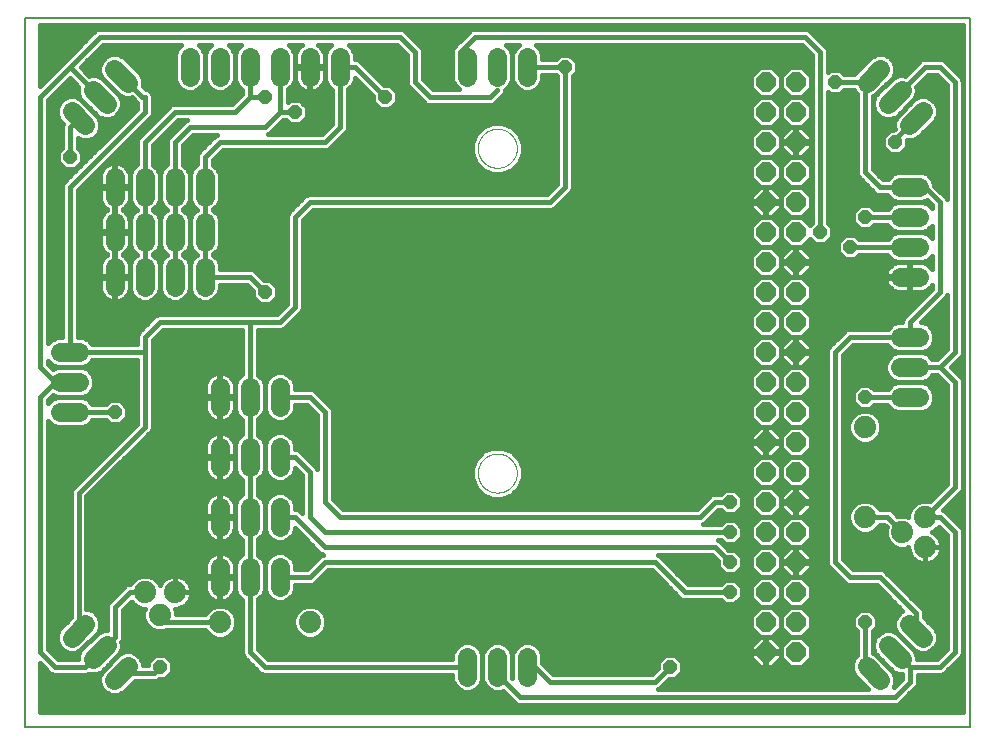
<source format=gbl>
G75*
%MOIN*%
%OFA0B0*%
%FSLAX25Y25*%
%IPPOS*%
%LPD*%
%AMOC8*
5,1,8,0,0,1.08239X$1,22.5*
%
%ADD10C,0.00800*%
%ADD11OC8,0.06400*%
%ADD12C,0.06400*%
%ADD13C,0.07400*%
%ADD14C,0.00000*%
%ADD15C,0.01575*%
%ADD16C,0.01600*%
%ADD17OC8,0.04362*%
D10*
X0146255Y0061333D02*
X0461216Y0061333D01*
X0461216Y0297554D01*
X0146255Y0297554D01*
X0146255Y0061333D01*
D11*
X0393224Y0086333D03*
X0403224Y0086333D03*
X0403224Y0096333D03*
X0393224Y0096333D03*
X0393224Y0106333D03*
X0403224Y0106333D03*
X0403224Y0116333D03*
X0403224Y0126333D03*
X0393224Y0126333D03*
X0393224Y0116333D03*
X0393224Y0136333D03*
X0403224Y0136333D03*
X0403224Y0146333D03*
X0403224Y0156333D03*
X0393224Y0156333D03*
X0393224Y0146333D03*
X0393224Y0166333D03*
X0403224Y0166333D03*
X0403224Y0176333D03*
X0403224Y0186333D03*
X0393224Y0186333D03*
X0393224Y0176333D03*
X0393224Y0196333D03*
X0403224Y0196333D03*
X0403224Y0206333D03*
X0403224Y0216333D03*
X0393224Y0216333D03*
X0393224Y0206333D03*
X0393224Y0226333D03*
X0403224Y0226333D03*
X0403224Y0236333D03*
X0393224Y0236333D03*
X0393224Y0246333D03*
X0403224Y0246333D03*
X0403224Y0256333D03*
X0393224Y0256333D03*
X0393224Y0266333D03*
X0403224Y0266333D03*
X0403224Y0276333D03*
X0393224Y0276333D03*
D12*
X0426921Y0276142D02*
X0431447Y0280667D01*
X0438518Y0273596D02*
X0433992Y0269071D01*
X0441063Y0262000D02*
X0445589Y0266525D01*
X0444455Y0241333D02*
X0438055Y0241333D01*
X0438055Y0231333D02*
X0444455Y0231333D01*
X0444455Y0221333D02*
X0438055Y0221333D01*
X0438055Y0211333D02*
X0444455Y0211333D01*
X0444455Y0191333D02*
X0438055Y0191333D01*
X0438055Y0181333D02*
X0444455Y0181333D01*
X0444455Y0171333D02*
X0438055Y0171333D01*
X0441063Y0095667D02*
X0445589Y0091142D01*
X0438518Y0084071D02*
X0433992Y0088596D01*
X0426921Y0081525D02*
X0431447Y0077000D01*
X0313735Y0078133D02*
X0313735Y0084533D01*
X0303735Y0084533D02*
X0303735Y0078133D01*
X0293735Y0078133D02*
X0293735Y0084533D01*
X0231255Y0108133D02*
X0231255Y0114533D01*
X0221255Y0114533D02*
X0221255Y0108133D01*
X0211255Y0108133D02*
X0211255Y0114533D01*
X0211255Y0128133D02*
X0211255Y0134533D01*
X0221255Y0134533D02*
X0221255Y0128133D01*
X0231255Y0128133D02*
X0231255Y0134533D01*
X0231255Y0148133D02*
X0231255Y0154533D01*
X0221255Y0154533D02*
X0221255Y0148133D01*
X0211255Y0148133D02*
X0211255Y0154533D01*
X0211255Y0168133D02*
X0211255Y0174533D01*
X0221255Y0174533D02*
X0221255Y0168133D01*
X0231255Y0168133D02*
X0231255Y0174533D01*
X0206255Y0208133D02*
X0206255Y0214533D01*
X0206255Y0223133D02*
X0206255Y0229533D01*
X0206255Y0238133D02*
X0206255Y0244533D01*
X0196255Y0244533D02*
X0196255Y0238133D01*
X0196255Y0229533D02*
X0196255Y0223133D01*
X0196255Y0214533D02*
X0196255Y0208133D01*
X0186255Y0208133D02*
X0186255Y0214533D01*
X0176255Y0214533D02*
X0176255Y0208133D01*
X0176255Y0223133D02*
X0176255Y0229533D01*
X0186255Y0229533D02*
X0186255Y0223133D01*
X0186255Y0238133D02*
X0186255Y0244533D01*
X0176255Y0244533D02*
X0176255Y0238133D01*
X0166447Y0262000D02*
X0161921Y0266525D01*
X0168992Y0273596D02*
X0173518Y0269071D01*
X0180589Y0276142D02*
X0176063Y0280667D01*
X0201255Y0278133D02*
X0201255Y0284533D01*
X0211255Y0284533D02*
X0211255Y0278133D01*
X0221255Y0278133D02*
X0221255Y0284533D01*
X0231255Y0284533D02*
X0231255Y0278133D01*
X0241255Y0278133D02*
X0241255Y0284533D01*
X0251255Y0284533D02*
X0251255Y0278133D01*
X0293735Y0278133D02*
X0293735Y0284533D01*
X0303735Y0284533D02*
X0303735Y0278133D01*
X0313735Y0278133D02*
X0313735Y0284533D01*
X0164455Y0186333D02*
X0158055Y0186333D01*
X0158055Y0176333D02*
X0164455Y0176333D01*
X0164455Y0166333D02*
X0158055Y0166333D01*
X0166447Y0095667D02*
X0161921Y0091142D01*
X0168992Y0084071D02*
X0173518Y0088596D01*
X0180589Y0081525D02*
X0176063Y0077000D01*
D13*
X0191255Y0098833D03*
X0186255Y0106333D03*
X0196255Y0106333D03*
X0211255Y0096333D03*
X0241255Y0096333D03*
X0426255Y0131333D03*
X0438755Y0126333D03*
X0446255Y0121333D03*
X0446255Y0131333D03*
X0426255Y0161333D03*
D14*
X0297235Y0145979D02*
X0297237Y0146140D01*
X0297243Y0146300D01*
X0297253Y0146461D01*
X0297267Y0146621D01*
X0297285Y0146781D01*
X0297306Y0146940D01*
X0297332Y0147099D01*
X0297362Y0147257D01*
X0297395Y0147414D01*
X0297433Y0147571D01*
X0297474Y0147726D01*
X0297519Y0147880D01*
X0297568Y0148033D01*
X0297621Y0148185D01*
X0297677Y0148336D01*
X0297738Y0148485D01*
X0297801Y0148633D01*
X0297869Y0148779D01*
X0297940Y0148923D01*
X0298014Y0149065D01*
X0298092Y0149206D01*
X0298174Y0149344D01*
X0298259Y0149481D01*
X0298347Y0149615D01*
X0298439Y0149747D01*
X0298534Y0149877D01*
X0298632Y0150005D01*
X0298733Y0150130D01*
X0298837Y0150252D01*
X0298944Y0150372D01*
X0299054Y0150489D01*
X0299167Y0150604D01*
X0299283Y0150715D01*
X0299402Y0150824D01*
X0299523Y0150929D01*
X0299647Y0151032D01*
X0299773Y0151132D01*
X0299901Y0151228D01*
X0300032Y0151321D01*
X0300166Y0151411D01*
X0300301Y0151498D01*
X0300439Y0151581D01*
X0300578Y0151661D01*
X0300720Y0151737D01*
X0300863Y0151810D01*
X0301008Y0151879D01*
X0301155Y0151945D01*
X0301303Y0152007D01*
X0301453Y0152065D01*
X0301604Y0152120D01*
X0301757Y0152171D01*
X0301911Y0152218D01*
X0302066Y0152261D01*
X0302222Y0152300D01*
X0302378Y0152336D01*
X0302536Y0152367D01*
X0302694Y0152395D01*
X0302853Y0152419D01*
X0303013Y0152439D01*
X0303173Y0152455D01*
X0303333Y0152467D01*
X0303494Y0152475D01*
X0303655Y0152479D01*
X0303815Y0152479D01*
X0303976Y0152475D01*
X0304137Y0152467D01*
X0304297Y0152455D01*
X0304457Y0152439D01*
X0304617Y0152419D01*
X0304776Y0152395D01*
X0304934Y0152367D01*
X0305092Y0152336D01*
X0305248Y0152300D01*
X0305404Y0152261D01*
X0305559Y0152218D01*
X0305713Y0152171D01*
X0305866Y0152120D01*
X0306017Y0152065D01*
X0306167Y0152007D01*
X0306315Y0151945D01*
X0306462Y0151879D01*
X0306607Y0151810D01*
X0306750Y0151737D01*
X0306892Y0151661D01*
X0307031Y0151581D01*
X0307169Y0151498D01*
X0307304Y0151411D01*
X0307438Y0151321D01*
X0307569Y0151228D01*
X0307697Y0151132D01*
X0307823Y0151032D01*
X0307947Y0150929D01*
X0308068Y0150824D01*
X0308187Y0150715D01*
X0308303Y0150604D01*
X0308416Y0150489D01*
X0308526Y0150372D01*
X0308633Y0150252D01*
X0308737Y0150130D01*
X0308838Y0150005D01*
X0308936Y0149877D01*
X0309031Y0149747D01*
X0309123Y0149615D01*
X0309211Y0149481D01*
X0309296Y0149344D01*
X0309378Y0149206D01*
X0309456Y0149065D01*
X0309530Y0148923D01*
X0309601Y0148779D01*
X0309669Y0148633D01*
X0309732Y0148485D01*
X0309793Y0148336D01*
X0309849Y0148185D01*
X0309902Y0148033D01*
X0309951Y0147880D01*
X0309996Y0147726D01*
X0310037Y0147571D01*
X0310075Y0147414D01*
X0310108Y0147257D01*
X0310138Y0147099D01*
X0310164Y0146940D01*
X0310185Y0146781D01*
X0310203Y0146621D01*
X0310217Y0146461D01*
X0310227Y0146300D01*
X0310233Y0146140D01*
X0310235Y0145979D01*
X0310233Y0145818D01*
X0310227Y0145658D01*
X0310217Y0145497D01*
X0310203Y0145337D01*
X0310185Y0145177D01*
X0310164Y0145018D01*
X0310138Y0144859D01*
X0310108Y0144701D01*
X0310075Y0144544D01*
X0310037Y0144387D01*
X0309996Y0144232D01*
X0309951Y0144078D01*
X0309902Y0143925D01*
X0309849Y0143773D01*
X0309793Y0143622D01*
X0309732Y0143473D01*
X0309669Y0143325D01*
X0309601Y0143179D01*
X0309530Y0143035D01*
X0309456Y0142893D01*
X0309378Y0142752D01*
X0309296Y0142614D01*
X0309211Y0142477D01*
X0309123Y0142343D01*
X0309031Y0142211D01*
X0308936Y0142081D01*
X0308838Y0141953D01*
X0308737Y0141828D01*
X0308633Y0141706D01*
X0308526Y0141586D01*
X0308416Y0141469D01*
X0308303Y0141354D01*
X0308187Y0141243D01*
X0308068Y0141134D01*
X0307947Y0141029D01*
X0307823Y0140926D01*
X0307697Y0140826D01*
X0307569Y0140730D01*
X0307438Y0140637D01*
X0307304Y0140547D01*
X0307169Y0140460D01*
X0307031Y0140377D01*
X0306892Y0140297D01*
X0306750Y0140221D01*
X0306607Y0140148D01*
X0306462Y0140079D01*
X0306315Y0140013D01*
X0306167Y0139951D01*
X0306017Y0139893D01*
X0305866Y0139838D01*
X0305713Y0139787D01*
X0305559Y0139740D01*
X0305404Y0139697D01*
X0305248Y0139658D01*
X0305092Y0139622D01*
X0304934Y0139591D01*
X0304776Y0139563D01*
X0304617Y0139539D01*
X0304457Y0139519D01*
X0304297Y0139503D01*
X0304137Y0139491D01*
X0303976Y0139483D01*
X0303815Y0139479D01*
X0303655Y0139479D01*
X0303494Y0139483D01*
X0303333Y0139491D01*
X0303173Y0139503D01*
X0303013Y0139519D01*
X0302853Y0139539D01*
X0302694Y0139563D01*
X0302536Y0139591D01*
X0302378Y0139622D01*
X0302222Y0139658D01*
X0302066Y0139697D01*
X0301911Y0139740D01*
X0301757Y0139787D01*
X0301604Y0139838D01*
X0301453Y0139893D01*
X0301303Y0139951D01*
X0301155Y0140013D01*
X0301008Y0140079D01*
X0300863Y0140148D01*
X0300720Y0140221D01*
X0300578Y0140297D01*
X0300439Y0140377D01*
X0300301Y0140460D01*
X0300166Y0140547D01*
X0300032Y0140637D01*
X0299901Y0140730D01*
X0299773Y0140826D01*
X0299647Y0140926D01*
X0299523Y0141029D01*
X0299402Y0141134D01*
X0299283Y0141243D01*
X0299167Y0141354D01*
X0299054Y0141469D01*
X0298944Y0141586D01*
X0298837Y0141706D01*
X0298733Y0141828D01*
X0298632Y0141953D01*
X0298534Y0142081D01*
X0298439Y0142211D01*
X0298347Y0142343D01*
X0298259Y0142477D01*
X0298174Y0142614D01*
X0298092Y0142752D01*
X0298014Y0142893D01*
X0297940Y0143035D01*
X0297869Y0143179D01*
X0297801Y0143325D01*
X0297738Y0143473D01*
X0297677Y0143622D01*
X0297621Y0143773D01*
X0297568Y0143925D01*
X0297519Y0144078D01*
X0297474Y0144232D01*
X0297433Y0144387D01*
X0297395Y0144544D01*
X0297362Y0144701D01*
X0297332Y0144859D01*
X0297306Y0145018D01*
X0297285Y0145177D01*
X0297267Y0145337D01*
X0297253Y0145497D01*
X0297243Y0145658D01*
X0297237Y0145818D01*
X0297235Y0145979D01*
X0297235Y0254247D02*
X0297237Y0254408D01*
X0297243Y0254568D01*
X0297253Y0254729D01*
X0297267Y0254889D01*
X0297285Y0255049D01*
X0297306Y0255208D01*
X0297332Y0255367D01*
X0297362Y0255525D01*
X0297395Y0255682D01*
X0297433Y0255839D01*
X0297474Y0255994D01*
X0297519Y0256148D01*
X0297568Y0256301D01*
X0297621Y0256453D01*
X0297677Y0256604D01*
X0297738Y0256753D01*
X0297801Y0256901D01*
X0297869Y0257047D01*
X0297940Y0257191D01*
X0298014Y0257333D01*
X0298092Y0257474D01*
X0298174Y0257612D01*
X0298259Y0257749D01*
X0298347Y0257883D01*
X0298439Y0258015D01*
X0298534Y0258145D01*
X0298632Y0258273D01*
X0298733Y0258398D01*
X0298837Y0258520D01*
X0298944Y0258640D01*
X0299054Y0258757D01*
X0299167Y0258872D01*
X0299283Y0258983D01*
X0299402Y0259092D01*
X0299523Y0259197D01*
X0299647Y0259300D01*
X0299773Y0259400D01*
X0299901Y0259496D01*
X0300032Y0259589D01*
X0300166Y0259679D01*
X0300301Y0259766D01*
X0300439Y0259849D01*
X0300578Y0259929D01*
X0300720Y0260005D01*
X0300863Y0260078D01*
X0301008Y0260147D01*
X0301155Y0260213D01*
X0301303Y0260275D01*
X0301453Y0260333D01*
X0301604Y0260388D01*
X0301757Y0260439D01*
X0301911Y0260486D01*
X0302066Y0260529D01*
X0302222Y0260568D01*
X0302378Y0260604D01*
X0302536Y0260635D01*
X0302694Y0260663D01*
X0302853Y0260687D01*
X0303013Y0260707D01*
X0303173Y0260723D01*
X0303333Y0260735D01*
X0303494Y0260743D01*
X0303655Y0260747D01*
X0303815Y0260747D01*
X0303976Y0260743D01*
X0304137Y0260735D01*
X0304297Y0260723D01*
X0304457Y0260707D01*
X0304617Y0260687D01*
X0304776Y0260663D01*
X0304934Y0260635D01*
X0305092Y0260604D01*
X0305248Y0260568D01*
X0305404Y0260529D01*
X0305559Y0260486D01*
X0305713Y0260439D01*
X0305866Y0260388D01*
X0306017Y0260333D01*
X0306167Y0260275D01*
X0306315Y0260213D01*
X0306462Y0260147D01*
X0306607Y0260078D01*
X0306750Y0260005D01*
X0306892Y0259929D01*
X0307031Y0259849D01*
X0307169Y0259766D01*
X0307304Y0259679D01*
X0307438Y0259589D01*
X0307569Y0259496D01*
X0307697Y0259400D01*
X0307823Y0259300D01*
X0307947Y0259197D01*
X0308068Y0259092D01*
X0308187Y0258983D01*
X0308303Y0258872D01*
X0308416Y0258757D01*
X0308526Y0258640D01*
X0308633Y0258520D01*
X0308737Y0258398D01*
X0308838Y0258273D01*
X0308936Y0258145D01*
X0309031Y0258015D01*
X0309123Y0257883D01*
X0309211Y0257749D01*
X0309296Y0257612D01*
X0309378Y0257474D01*
X0309456Y0257333D01*
X0309530Y0257191D01*
X0309601Y0257047D01*
X0309669Y0256901D01*
X0309732Y0256753D01*
X0309793Y0256604D01*
X0309849Y0256453D01*
X0309902Y0256301D01*
X0309951Y0256148D01*
X0309996Y0255994D01*
X0310037Y0255839D01*
X0310075Y0255682D01*
X0310108Y0255525D01*
X0310138Y0255367D01*
X0310164Y0255208D01*
X0310185Y0255049D01*
X0310203Y0254889D01*
X0310217Y0254729D01*
X0310227Y0254568D01*
X0310233Y0254408D01*
X0310235Y0254247D01*
X0310233Y0254086D01*
X0310227Y0253926D01*
X0310217Y0253765D01*
X0310203Y0253605D01*
X0310185Y0253445D01*
X0310164Y0253286D01*
X0310138Y0253127D01*
X0310108Y0252969D01*
X0310075Y0252812D01*
X0310037Y0252655D01*
X0309996Y0252500D01*
X0309951Y0252346D01*
X0309902Y0252193D01*
X0309849Y0252041D01*
X0309793Y0251890D01*
X0309732Y0251741D01*
X0309669Y0251593D01*
X0309601Y0251447D01*
X0309530Y0251303D01*
X0309456Y0251161D01*
X0309378Y0251020D01*
X0309296Y0250882D01*
X0309211Y0250745D01*
X0309123Y0250611D01*
X0309031Y0250479D01*
X0308936Y0250349D01*
X0308838Y0250221D01*
X0308737Y0250096D01*
X0308633Y0249974D01*
X0308526Y0249854D01*
X0308416Y0249737D01*
X0308303Y0249622D01*
X0308187Y0249511D01*
X0308068Y0249402D01*
X0307947Y0249297D01*
X0307823Y0249194D01*
X0307697Y0249094D01*
X0307569Y0248998D01*
X0307438Y0248905D01*
X0307304Y0248815D01*
X0307169Y0248728D01*
X0307031Y0248645D01*
X0306892Y0248565D01*
X0306750Y0248489D01*
X0306607Y0248416D01*
X0306462Y0248347D01*
X0306315Y0248281D01*
X0306167Y0248219D01*
X0306017Y0248161D01*
X0305866Y0248106D01*
X0305713Y0248055D01*
X0305559Y0248008D01*
X0305404Y0247965D01*
X0305248Y0247926D01*
X0305092Y0247890D01*
X0304934Y0247859D01*
X0304776Y0247831D01*
X0304617Y0247807D01*
X0304457Y0247787D01*
X0304297Y0247771D01*
X0304137Y0247759D01*
X0303976Y0247751D01*
X0303815Y0247747D01*
X0303655Y0247747D01*
X0303494Y0247751D01*
X0303333Y0247759D01*
X0303173Y0247771D01*
X0303013Y0247787D01*
X0302853Y0247807D01*
X0302694Y0247831D01*
X0302536Y0247859D01*
X0302378Y0247890D01*
X0302222Y0247926D01*
X0302066Y0247965D01*
X0301911Y0248008D01*
X0301757Y0248055D01*
X0301604Y0248106D01*
X0301453Y0248161D01*
X0301303Y0248219D01*
X0301155Y0248281D01*
X0301008Y0248347D01*
X0300863Y0248416D01*
X0300720Y0248489D01*
X0300578Y0248565D01*
X0300439Y0248645D01*
X0300301Y0248728D01*
X0300166Y0248815D01*
X0300032Y0248905D01*
X0299901Y0248998D01*
X0299773Y0249094D01*
X0299647Y0249194D01*
X0299523Y0249297D01*
X0299402Y0249402D01*
X0299283Y0249511D01*
X0299167Y0249622D01*
X0299054Y0249737D01*
X0298944Y0249854D01*
X0298837Y0249974D01*
X0298733Y0250096D01*
X0298632Y0250221D01*
X0298534Y0250349D01*
X0298439Y0250479D01*
X0298347Y0250611D01*
X0298259Y0250745D01*
X0298174Y0250882D01*
X0298092Y0251020D01*
X0298014Y0251161D01*
X0297940Y0251303D01*
X0297869Y0251447D01*
X0297801Y0251593D01*
X0297738Y0251741D01*
X0297677Y0251890D01*
X0297621Y0252041D01*
X0297568Y0252193D01*
X0297519Y0252346D01*
X0297474Y0252500D01*
X0297433Y0252655D01*
X0297395Y0252812D01*
X0297362Y0252969D01*
X0297332Y0253127D01*
X0297306Y0253286D01*
X0297285Y0253445D01*
X0297267Y0253605D01*
X0297253Y0253765D01*
X0297243Y0253926D01*
X0297237Y0254086D01*
X0297235Y0254247D01*
D15*
X0176255Y0226333D02*
X0176255Y0211333D01*
X0211255Y0171333D02*
X0211255Y0151333D01*
X0211255Y0131333D01*
X0211255Y0111333D01*
D16*
X0211055Y0111133D02*
X0211455Y0111133D01*
X0211455Y0103133D01*
X0211649Y0103133D01*
X0212426Y0103256D01*
X0213174Y0103500D01*
X0213876Y0103857D01*
X0214512Y0104320D01*
X0215069Y0104876D01*
X0215531Y0105513D01*
X0215889Y0106214D01*
X0216132Y0106962D01*
X0216255Y0107740D01*
X0216255Y0111133D01*
X0211455Y0111133D01*
X0211455Y0111533D01*
X0216255Y0111533D01*
X0216255Y0114927D01*
X0216132Y0115704D01*
X0215889Y0116453D01*
X0215531Y0117154D01*
X0215069Y0117791D01*
X0214512Y0118347D01*
X0213876Y0118810D01*
X0213174Y0119167D01*
X0212426Y0119410D01*
X0211649Y0119533D01*
X0211455Y0119533D01*
X0211455Y0111533D01*
X0211055Y0111533D01*
X0211055Y0111133D01*
X0211055Y0103133D01*
X0210862Y0103133D01*
X0210084Y0103256D01*
X0209336Y0103500D01*
X0208634Y0103857D01*
X0207998Y0104320D01*
X0207441Y0104876D01*
X0206979Y0105513D01*
X0206621Y0106214D01*
X0206378Y0106962D01*
X0206255Y0107740D01*
X0206255Y0111133D01*
X0211055Y0111133D01*
X0211055Y0110887D02*
X0211455Y0110887D01*
X0211055Y0111533D02*
X0206255Y0111533D01*
X0206255Y0114927D01*
X0206378Y0115704D01*
X0206621Y0116453D01*
X0206979Y0117154D01*
X0207441Y0117791D01*
X0207998Y0118347D01*
X0208634Y0118810D01*
X0209336Y0119167D01*
X0210084Y0119410D01*
X0210862Y0119533D01*
X0211055Y0119533D01*
X0211055Y0111533D01*
X0211055Y0112486D02*
X0211455Y0112486D01*
X0211455Y0114084D02*
X0211055Y0114084D01*
X0211055Y0115683D02*
X0211455Y0115683D01*
X0211455Y0117281D02*
X0211055Y0117281D01*
X0211055Y0118880D02*
X0211455Y0118880D01*
X0213738Y0118880D02*
X0218655Y0118880D01*
X0218655Y0118868D02*
X0218423Y0118772D01*
X0217016Y0117366D01*
X0216255Y0115528D01*
X0216255Y0107139D01*
X0217016Y0105301D01*
X0218423Y0103895D01*
X0218655Y0103798D01*
X0218655Y0085816D01*
X0219051Y0084861D01*
X0219782Y0084129D01*
X0224782Y0079129D01*
X0225738Y0078733D01*
X0288735Y0078733D01*
X0288735Y0077139D01*
X0289497Y0075301D01*
X0290903Y0073895D01*
X0292741Y0073133D01*
X0294730Y0073133D01*
X0296568Y0073895D01*
X0297974Y0075301D01*
X0298735Y0077139D01*
X0298735Y0085528D01*
X0297974Y0087366D01*
X0296568Y0088772D01*
X0294730Y0089533D01*
X0292741Y0089533D01*
X0290903Y0088772D01*
X0289497Y0087366D01*
X0288735Y0085528D01*
X0288735Y0083933D01*
X0227332Y0083933D01*
X0223855Y0087410D01*
X0223855Y0103798D01*
X0224087Y0103895D01*
X0225494Y0105301D01*
X0226255Y0107139D01*
X0227016Y0105301D01*
X0228423Y0103895D01*
X0230260Y0103133D01*
X0232250Y0103133D01*
X0234087Y0103895D01*
X0235494Y0105301D01*
X0236255Y0107139D01*
X0236255Y0108733D01*
X0241772Y0108733D01*
X0242728Y0109129D01*
X0247332Y0113733D01*
X0355178Y0113733D01*
X0364782Y0104129D01*
X0365738Y0103733D01*
X0378225Y0103733D01*
X0379606Y0102352D01*
X0382904Y0102352D01*
X0385236Y0104684D01*
X0385236Y0107982D01*
X0382904Y0110314D01*
X0379606Y0110314D01*
X0378225Y0108933D01*
X0367332Y0108933D01*
X0357728Y0118537D01*
X0357255Y0118733D01*
X0375178Y0118733D01*
X0377274Y0116637D01*
X0377274Y0114684D01*
X0379606Y0112352D01*
X0382904Y0112352D01*
X0385236Y0114684D01*
X0385236Y0117982D01*
X0382904Y0120314D01*
X0380951Y0120314D01*
X0378459Y0122806D01*
X0377728Y0123537D01*
X0377255Y0123733D01*
X0378225Y0123733D01*
X0379606Y0122352D01*
X0382904Y0122352D01*
X0385236Y0124684D01*
X0385236Y0127982D01*
X0382904Y0130314D01*
X0379606Y0130314D01*
X0378225Y0128933D01*
X0372255Y0128933D01*
X0372728Y0129129D01*
X0377332Y0133733D01*
X0378225Y0133733D01*
X0379606Y0132352D01*
X0382904Y0132352D01*
X0385236Y0134684D01*
X0385236Y0137982D01*
X0382904Y0140314D01*
X0379606Y0140314D01*
X0378225Y0138933D01*
X0375738Y0138933D01*
X0374782Y0138537D01*
X0374051Y0137806D01*
X0370178Y0133933D01*
X0252332Y0133933D01*
X0248855Y0137410D01*
X0248855Y0166851D01*
X0248459Y0167806D01*
X0247728Y0168537D01*
X0242728Y0173537D01*
X0241772Y0173933D01*
X0236255Y0173933D01*
X0236255Y0175528D01*
X0235494Y0177366D01*
X0234087Y0178772D01*
X0232250Y0179533D01*
X0230260Y0179533D01*
X0228423Y0178772D01*
X0227016Y0177366D01*
X0226255Y0175528D01*
X0226255Y0167139D01*
X0227016Y0165301D01*
X0228423Y0163895D01*
X0230260Y0163133D01*
X0232250Y0163133D01*
X0234087Y0163895D01*
X0235494Y0165301D01*
X0236255Y0167139D01*
X0236255Y0168733D01*
X0240178Y0168733D01*
X0243655Y0165256D01*
X0243655Y0147333D01*
X0243459Y0147806D01*
X0237728Y0153537D01*
X0236772Y0153933D01*
X0236255Y0153933D01*
X0236255Y0155528D01*
X0235494Y0157366D01*
X0234087Y0158772D01*
X0232250Y0159533D01*
X0230260Y0159533D01*
X0228423Y0158772D01*
X0227016Y0157366D01*
X0226255Y0155528D01*
X0226255Y0147139D01*
X0227016Y0145301D01*
X0228423Y0143895D01*
X0230260Y0143133D01*
X0232250Y0143133D01*
X0234087Y0143895D01*
X0235494Y0145301D01*
X0236255Y0147139D01*
X0236255Y0147656D01*
X0238655Y0145256D01*
X0238655Y0132610D01*
X0238459Y0132806D01*
X0237728Y0133537D01*
X0236772Y0133933D01*
X0236255Y0133933D01*
X0236255Y0135528D01*
X0235494Y0137366D01*
X0234087Y0138772D01*
X0232250Y0139533D01*
X0230260Y0139533D01*
X0228423Y0138772D01*
X0227016Y0137366D01*
X0226255Y0135528D01*
X0226255Y0127139D01*
X0227016Y0125301D01*
X0228423Y0123895D01*
X0230260Y0123133D01*
X0232250Y0123133D01*
X0234087Y0123895D01*
X0235494Y0125301D01*
X0236255Y0127139D01*
X0236255Y0127656D01*
X0244782Y0119129D01*
X0245496Y0118833D01*
X0244782Y0118537D01*
X0244051Y0117806D01*
X0240178Y0113933D01*
X0236255Y0113933D01*
X0236255Y0115528D01*
X0235494Y0117366D01*
X0234087Y0118772D01*
X0232250Y0119533D01*
X0230260Y0119533D01*
X0228423Y0118772D01*
X0227016Y0117366D01*
X0226255Y0115528D01*
X0226255Y0107139D01*
X0226255Y0115528D01*
X0225494Y0117366D01*
X0224087Y0118772D01*
X0223855Y0118868D01*
X0223855Y0123798D01*
X0224087Y0123895D01*
X0225494Y0125301D01*
X0226255Y0127139D01*
X0226255Y0135528D01*
X0225494Y0137366D01*
X0224087Y0138772D01*
X0223855Y0138868D01*
X0223855Y0143798D01*
X0224087Y0143895D01*
X0225494Y0145301D01*
X0226255Y0147139D01*
X0226255Y0155528D01*
X0225494Y0157366D01*
X0224087Y0158772D01*
X0223855Y0158868D01*
X0223855Y0163798D01*
X0224087Y0163895D01*
X0225494Y0165301D01*
X0226255Y0167139D01*
X0226255Y0175528D01*
X0225494Y0177366D01*
X0224087Y0178772D01*
X0223855Y0178868D01*
X0223855Y0193733D01*
X0231772Y0193733D01*
X0232728Y0194129D01*
X0233459Y0194861D01*
X0237728Y0199129D01*
X0238459Y0199861D01*
X0238855Y0200816D01*
X0238855Y0230256D01*
X0242332Y0233733D01*
X0321772Y0233733D01*
X0322728Y0234129D01*
X0327728Y0239129D01*
X0328459Y0239861D01*
X0328855Y0240816D01*
X0328855Y0278303D01*
X0330236Y0279684D01*
X0330236Y0282982D01*
X0327904Y0285314D01*
X0324606Y0285314D01*
X0323225Y0283933D01*
X0318735Y0283933D01*
X0318735Y0285528D01*
X0317974Y0287366D01*
X0316606Y0288733D01*
X0405178Y0288733D01*
X0408655Y0285256D01*
X0408655Y0229363D01*
X0407960Y0228668D01*
X0405295Y0231333D01*
X0401153Y0231333D01*
X0398224Y0228404D01*
X0398224Y0224262D01*
X0401153Y0221333D01*
X0398224Y0218404D01*
X0398224Y0216533D01*
X0403023Y0216533D01*
X0403023Y0216133D01*
X0398224Y0216133D01*
X0398224Y0214262D01*
X0401153Y0211333D01*
X0398224Y0208404D01*
X0398224Y0204262D01*
X0401153Y0201333D01*
X0398224Y0198404D01*
X0398224Y0194262D01*
X0401153Y0191333D01*
X0398224Y0188404D01*
X0398224Y0186533D01*
X0403023Y0186533D01*
X0403023Y0186133D01*
X0398224Y0186133D01*
X0398224Y0184262D01*
X0401153Y0181333D01*
X0398224Y0178404D01*
X0398224Y0174262D01*
X0401153Y0171333D01*
X0398224Y0168404D01*
X0398224Y0164262D01*
X0401153Y0161333D01*
X0398224Y0158404D01*
X0398224Y0154262D01*
X0401153Y0151333D01*
X0398224Y0148404D01*
X0398224Y0144262D01*
X0401153Y0141333D01*
X0398224Y0138404D01*
X0398224Y0136533D01*
X0403023Y0136533D01*
X0403023Y0136133D01*
X0398224Y0136133D01*
X0398224Y0134262D01*
X0401153Y0131333D01*
X0398224Y0128404D01*
X0398224Y0124262D01*
X0401153Y0121333D01*
X0398224Y0118404D01*
X0398224Y0116533D01*
X0403023Y0116533D01*
X0403023Y0116133D01*
X0398224Y0116133D01*
X0398224Y0114262D01*
X0401153Y0111333D01*
X0398224Y0108404D01*
X0398224Y0104262D01*
X0401153Y0101333D01*
X0398224Y0098404D01*
X0398224Y0094262D01*
X0401153Y0091333D01*
X0398224Y0088404D01*
X0398224Y0084262D01*
X0401153Y0081333D01*
X0405295Y0081333D01*
X0408224Y0084262D01*
X0408224Y0088404D01*
X0405295Y0091333D01*
X0401153Y0091333D01*
X0405295Y0091333D01*
X0408224Y0094262D01*
X0408224Y0098404D01*
X0405295Y0101333D01*
X0401153Y0101333D01*
X0405295Y0101333D01*
X0408224Y0104262D01*
X0408224Y0108404D01*
X0405295Y0111333D01*
X0401153Y0111333D01*
X0403024Y0111333D01*
X0403024Y0116133D01*
X0403424Y0116133D01*
X0403424Y0116533D01*
X0408224Y0116533D01*
X0408224Y0118404D01*
X0405295Y0121333D01*
X0403424Y0121333D01*
X0403424Y0116533D01*
X0403024Y0116533D01*
X0403024Y0121333D01*
X0401153Y0121333D01*
X0405295Y0121333D01*
X0408224Y0124262D01*
X0408224Y0128404D01*
X0405295Y0131333D01*
X0401153Y0131333D01*
X0403024Y0131333D01*
X0403024Y0136133D01*
X0403424Y0136133D01*
X0403424Y0136533D01*
X0408224Y0136533D01*
X0408224Y0138404D01*
X0405295Y0141333D01*
X0403424Y0141333D01*
X0403424Y0136533D01*
X0403024Y0136533D01*
X0403024Y0141333D01*
X0401153Y0141333D01*
X0405295Y0141333D01*
X0408224Y0144262D01*
X0408224Y0148404D01*
X0405295Y0151333D01*
X0401153Y0151333D01*
X0405295Y0151333D01*
X0408224Y0154262D01*
X0408224Y0158404D01*
X0405295Y0161333D01*
X0401153Y0161333D01*
X0405295Y0161333D01*
X0408224Y0164262D01*
X0408224Y0168404D01*
X0405295Y0171333D01*
X0401153Y0171333D01*
X0405295Y0171333D01*
X0408224Y0174262D01*
X0408224Y0178404D01*
X0405295Y0181333D01*
X0401153Y0181333D01*
X0403024Y0181333D01*
X0403024Y0186133D01*
X0403424Y0186133D01*
X0403424Y0186533D01*
X0408224Y0186533D01*
X0408224Y0188404D01*
X0405295Y0191333D01*
X0403424Y0191333D01*
X0403424Y0186533D01*
X0403024Y0186533D01*
X0403024Y0191333D01*
X0401153Y0191333D01*
X0405295Y0191333D01*
X0408224Y0194262D01*
X0408224Y0198404D01*
X0405295Y0201333D01*
X0401153Y0201333D01*
X0405295Y0201333D01*
X0408224Y0204262D01*
X0408224Y0208404D01*
X0405295Y0211333D01*
X0401153Y0211333D01*
X0403024Y0211333D01*
X0403024Y0216133D01*
X0403424Y0216133D01*
X0403424Y0216533D01*
X0408224Y0216533D01*
X0408224Y0218404D01*
X0405295Y0221333D01*
X0403424Y0221333D01*
X0403424Y0216533D01*
X0403024Y0216533D01*
X0403024Y0221333D01*
X0401153Y0221333D01*
X0405295Y0221333D01*
X0407960Y0223998D01*
X0409606Y0222352D01*
X0412904Y0222352D01*
X0415236Y0224684D01*
X0415236Y0227982D01*
X0413855Y0229363D01*
X0413855Y0273103D01*
X0414606Y0272352D01*
X0417904Y0272352D01*
X0419285Y0273733D01*
X0422507Y0273733D01*
X0422682Y0273309D01*
X0423655Y0272337D01*
X0413855Y0272337D01*
X0413855Y0270738D02*
X0423655Y0270738D01*
X0423655Y0269140D02*
X0413855Y0269140D01*
X0413855Y0267541D02*
X0423655Y0267541D01*
X0423655Y0265943D02*
X0413855Y0265943D01*
X0413855Y0264344D02*
X0423655Y0264344D01*
X0423655Y0262746D02*
X0413855Y0262746D01*
X0413855Y0261147D02*
X0423655Y0261147D01*
X0423655Y0259549D02*
X0413855Y0259549D01*
X0413855Y0257950D02*
X0423655Y0257950D01*
X0423655Y0256352D02*
X0413855Y0256352D01*
X0413855Y0254753D02*
X0423655Y0254753D01*
X0423655Y0253155D02*
X0413855Y0253155D01*
X0413855Y0251556D02*
X0423655Y0251556D01*
X0423655Y0249958D02*
X0413855Y0249958D01*
X0413855Y0248359D02*
X0423655Y0248359D01*
X0423655Y0246761D02*
X0413855Y0246761D01*
X0413855Y0245162D02*
X0423926Y0245162D01*
X0424051Y0244861D02*
X0424782Y0244129D01*
X0429782Y0239129D01*
X0430738Y0238733D01*
X0433720Y0238733D01*
X0433816Y0238501D01*
X0435223Y0237095D01*
X0437060Y0236333D01*
X0435223Y0235572D01*
X0433816Y0234166D01*
X0433720Y0233933D01*
X0429285Y0233933D01*
X0427904Y0235314D01*
X0424606Y0235314D01*
X0422274Y0232982D01*
X0422274Y0229684D01*
X0424606Y0227352D01*
X0427904Y0227352D01*
X0429285Y0228733D01*
X0433720Y0228733D01*
X0433816Y0228501D01*
X0435223Y0227095D01*
X0437060Y0226333D01*
X0435223Y0225572D01*
X0433816Y0224166D01*
X0433720Y0223933D01*
X0424285Y0223933D01*
X0422904Y0225314D01*
X0419606Y0225314D01*
X0417274Y0222982D01*
X0417274Y0219684D01*
X0419606Y0217352D01*
X0422904Y0217352D01*
X0424285Y0218733D01*
X0433720Y0218733D01*
X0433816Y0218501D01*
X0435223Y0217095D01*
X0437060Y0216333D01*
X0445450Y0216333D01*
X0447287Y0217095D01*
X0448655Y0218462D01*
X0448655Y0214059D01*
X0448269Y0214591D01*
X0447712Y0215147D01*
X0447076Y0215610D01*
X0446374Y0215967D01*
X0445626Y0216210D01*
X0444849Y0216333D01*
X0441455Y0216333D01*
X0441455Y0211533D01*
X0441055Y0211533D01*
X0441055Y0211133D01*
X0441455Y0211133D01*
X0441455Y0206333D01*
X0444849Y0206333D01*
X0445626Y0206456D01*
X0446374Y0206700D01*
X0447076Y0207057D01*
X0447712Y0207520D01*
X0448269Y0208076D01*
X0448655Y0208608D01*
X0448655Y0207410D01*
X0439051Y0197806D01*
X0438655Y0196851D01*
X0438655Y0196333D01*
X0437060Y0196333D01*
X0435223Y0195572D01*
X0433816Y0194166D01*
X0433720Y0193933D01*
X0420738Y0193933D01*
X0419782Y0193537D01*
X0419051Y0192806D01*
X0414782Y0188537D01*
X0414051Y0187806D01*
X0413655Y0186851D01*
X0413655Y0115816D01*
X0414051Y0114861D01*
X0419051Y0109861D01*
X0419782Y0109129D01*
X0420738Y0108733D01*
X0430178Y0108733D01*
X0438779Y0100133D01*
X0438231Y0099906D01*
X0436825Y0098499D01*
X0436063Y0096662D01*
X0436063Y0094673D01*
X0436825Y0092835D01*
X0442757Y0086903D01*
X0444594Y0086142D01*
X0446583Y0086142D01*
X0448421Y0086903D01*
X0449828Y0088309D01*
X0450589Y0090147D01*
X0450589Y0092136D01*
X0449828Y0093974D01*
X0445926Y0097875D01*
X0445926Y0099779D01*
X0445530Y0100735D01*
X0432728Y0113537D01*
X0431772Y0113933D01*
X0422332Y0113933D01*
X0418855Y0117410D01*
X0418855Y0185256D01*
X0422332Y0188733D01*
X0433720Y0188733D01*
X0433816Y0188501D01*
X0435223Y0187095D01*
X0437060Y0186333D01*
X0435223Y0185572D01*
X0433816Y0184166D01*
X0433055Y0182328D01*
X0433055Y0180339D01*
X0433816Y0178501D01*
X0435223Y0177095D01*
X0437060Y0176333D01*
X0435223Y0175572D01*
X0433816Y0174166D01*
X0433720Y0173933D01*
X0429285Y0173933D01*
X0427904Y0175314D01*
X0424606Y0175314D01*
X0422274Y0172982D01*
X0422274Y0169684D01*
X0424606Y0167352D01*
X0427904Y0167352D01*
X0429285Y0168733D01*
X0433720Y0168733D01*
X0433816Y0168501D01*
X0435223Y0167095D01*
X0437060Y0166333D01*
X0445450Y0166333D01*
X0447287Y0167095D01*
X0448694Y0168501D01*
X0449455Y0170339D01*
X0449455Y0172328D01*
X0448694Y0174166D01*
X0447287Y0175572D01*
X0445450Y0176333D01*
X0437060Y0176333D01*
X0445450Y0176333D01*
X0447287Y0177095D01*
X0448694Y0178501D01*
X0448790Y0178733D01*
X0450178Y0178733D01*
X0453655Y0175256D01*
X0453655Y0142410D01*
X0447865Y0136620D01*
X0447349Y0136833D01*
X0445161Y0136833D01*
X0443140Y0135996D01*
X0441592Y0134449D01*
X0440755Y0132427D01*
X0440755Y0131458D01*
X0439849Y0131833D01*
X0437661Y0131833D01*
X0437146Y0131620D01*
X0435228Y0133537D01*
X0434272Y0133933D01*
X0431131Y0133933D01*
X0430918Y0134449D01*
X0429371Y0135996D01*
X0427349Y0136833D01*
X0425161Y0136833D01*
X0423140Y0135996D01*
X0421592Y0134449D01*
X0420755Y0132427D01*
X0420755Y0130239D01*
X0421592Y0128218D01*
X0423140Y0126671D01*
X0425161Y0125833D01*
X0427349Y0125833D01*
X0429371Y0126671D01*
X0430918Y0128218D01*
X0431131Y0128733D01*
X0432678Y0128733D01*
X0433469Y0127943D01*
X0433255Y0127427D01*
X0433255Y0125239D01*
X0434092Y0123218D01*
X0435640Y0121671D01*
X0437661Y0120833D01*
X0439849Y0120833D01*
X0440755Y0121209D01*
X0440755Y0120900D01*
X0440891Y0120045D01*
X0441158Y0119222D01*
X0441551Y0118451D01*
X0442060Y0117750D01*
X0442672Y0117138D01*
X0443372Y0116629D01*
X0444144Y0116236D01*
X0444967Y0115969D01*
X0445822Y0115833D01*
X0446255Y0115833D01*
X0446688Y0115833D01*
X0447543Y0115969D01*
X0448366Y0116236D01*
X0449138Y0116629D01*
X0449838Y0117138D01*
X0450450Y0117750D01*
X0450959Y0118451D01*
X0451352Y0119222D01*
X0451620Y0120045D01*
X0451755Y0120900D01*
X0451755Y0121333D01*
X0446255Y0121333D01*
X0446255Y0121333D01*
X0446255Y0115833D01*
X0446255Y0121333D01*
X0446255Y0121333D01*
X0451755Y0121333D01*
X0451755Y0121766D01*
X0451620Y0122621D01*
X0451352Y0123445D01*
X0450959Y0124216D01*
X0450450Y0124916D01*
X0449838Y0125528D01*
X0449138Y0126037D01*
X0448556Y0126333D01*
X0449371Y0126671D01*
X0450806Y0128106D01*
X0453655Y0125256D01*
X0453655Y0087410D01*
X0450178Y0083933D01*
X0443518Y0083933D01*
X0443518Y0085065D01*
X0442757Y0086903D01*
X0436825Y0092835D01*
X0434987Y0093596D01*
X0432998Y0093596D01*
X0431160Y0092835D01*
X0429754Y0091428D01*
X0428992Y0089591D01*
X0428992Y0087601D01*
X0429754Y0085764D01*
X0435686Y0079832D01*
X0437523Y0079071D01*
X0438655Y0079071D01*
X0438655Y0077410D01*
X0435879Y0074634D01*
X0436447Y0076005D01*
X0436447Y0077994D01*
X0435686Y0079832D01*
X0429754Y0085764D01*
X0428855Y0086136D01*
X0428855Y0093303D01*
X0430236Y0094684D01*
X0430236Y0097982D01*
X0427904Y0100314D01*
X0424606Y0100314D01*
X0422274Y0097982D01*
X0422274Y0094684D01*
X0423655Y0093303D01*
X0423655Y0085330D01*
X0422682Y0084357D01*
X0421921Y0082520D01*
X0421921Y0080530D01*
X0422682Y0078693D01*
X0427442Y0073933D01*
X0357255Y0073933D01*
X0357728Y0074129D01*
X0360951Y0077352D01*
X0362904Y0077352D01*
X0365236Y0079684D01*
X0365236Y0082982D01*
X0362904Y0085314D01*
X0359606Y0085314D01*
X0357274Y0082982D01*
X0357274Y0081029D01*
X0355178Y0078933D01*
X0322332Y0078933D01*
X0318735Y0082530D01*
X0318735Y0085528D01*
X0317974Y0087366D01*
X0316568Y0088772D01*
X0314730Y0089533D01*
X0312741Y0089533D01*
X0310903Y0088772D01*
X0309497Y0087366D01*
X0308735Y0085528D01*
X0307974Y0087366D01*
X0306568Y0088772D01*
X0304730Y0089533D01*
X0302741Y0089533D01*
X0300903Y0088772D01*
X0299497Y0087366D01*
X0298735Y0085528D01*
X0298735Y0077139D01*
X0299497Y0075301D01*
X0300903Y0073895D01*
X0302741Y0073133D01*
X0304730Y0073133D01*
X0305471Y0073440D01*
X0309051Y0069861D01*
X0309051Y0069861D01*
X0309782Y0069129D01*
X0310738Y0068733D01*
X0436772Y0068733D01*
X0437728Y0069129D01*
X0442728Y0074129D01*
X0443459Y0074861D01*
X0443855Y0075816D01*
X0443855Y0078733D01*
X0451772Y0078733D01*
X0452728Y0079129D01*
X0453459Y0079861D01*
X0458459Y0084861D01*
X0458855Y0085816D01*
X0458855Y0126851D01*
X0458459Y0127806D01*
X0457728Y0128537D01*
X0452728Y0133537D01*
X0452309Y0133711D01*
X0457728Y0139129D01*
X0458459Y0139861D01*
X0458855Y0140816D01*
X0458855Y0176851D01*
X0458459Y0177806D01*
X0454932Y0181333D01*
X0458459Y0184861D01*
X0458855Y0185816D01*
X0458855Y0276851D01*
X0458459Y0277806D01*
X0457728Y0278537D01*
X0452728Y0283537D01*
X0451772Y0283933D01*
X0445738Y0283933D01*
X0444782Y0283537D01*
X0444051Y0282806D01*
X0439745Y0278500D01*
X0439512Y0278596D01*
X0437523Y0278596D01*
X0435686Y0277835D01*
X0429754Y0271903D01*
X0428992Y0270065D01*
X0428992Y0268076D01*
X0429754Y0266238D01*
X0431160Y0264832D01*
X0432998Y0264071D01*
X0434987Y0264071D01*
X0436825Y0264832D01*
X0442757Y0270764D01*
X0444594Y0271525D01*
X0446583Y0271525D01*
X0448421Y0270764D01*
X0449828Y0269357D01*
X0450589Y0267520D01*
X0450589Y0265530D01*
X0449828Y0263693D01*
X0443896Y0257761D01*
X0442058Y0257000D01*
X0440236Y0257000D01*
X0440236Y0254684D01*
X0437904Y0252352D01*
X0434606Y0252352D01*
X0432274Y0254684D01*
X0432274Y0257982D01*
X0434606Y0260314D01*
X0435701Y0260314D01*
X0436160Y0260773D01*
X0436063Y0261005D01*
X0436063Y0262994D01*
X0436825Y0264832D01*
X0442757Y0270764D01*
X0443518Y0272601D01*
X0443518Y0274591D01*
X0443422Y0274823D01*
X0447332Y0278733D01*
X0450178Y0278733D01*
X0453655Y0275256D01*
X0453655Y0237333D01*
X0453459Y0237806D01*
X0449455Y0241810D01*
X0449455Y0242328D01*
X0448694Y0244166D01*
X0447287Y0245572D01*
X0445450Y0246333D01*
X0437060Y0246333D01*
X0435223Y0245572D01*
X0433816Y0244166D01*
X0433720Y0243933D01*
X0432332Y0243933D01*
X0428855Y0247410D01*
X0428855Y0271531D01*
X0429754Y0271903D01*
X0435686Y0277835D01*
X0436447Y0279673D01*
X0436447Y0281662D01*
X0435686Y0283499D01*
X0434279Y0284906D01*
X0432441Y0285667D01*
X0430452Y0285667D01*
X0428614Y0284906D01*
X0422682Y0278974D01*
X0422666Y0278933D01*
X0419285Y0278933D01*
X0417904Y0280314D01*
X0414606Y0280314D01*
X0413855Y0279563D01*
X0413855Y0286851D01*
X0413459Y0287806D01*
X0408459Y0292806D01*
X0407728Y0293537D01*
X0406772Y0293933D01*
X0295738Y0293933D01*
X0294782Y0293537D01*
X0294051Y0292806D01*
X0289782Y0288537D01*
X0289051Y0287806D01*
X0288655Y0286851D01*
X0288655Y0283296D01*
X0288735Y0283103D01*
X0288735Y0277139D01*
X0289497Y0275301D01*
X0290864Y0273933D01*
X0282332Y0273933D01*
X0278855Y0277410D01*
X0278855Y0286851D01*
X0278459Y0287806D01*
X0277728Y0288537D01*
X0272728Y0293537D01*
X0271772Y0293933D01*
X0170738Y0293933D01*
X0169782Y0293537D01*
X0159051Y0282806D01*
X0151255Y0275010D01*
X0151255Y0295354D01*
X0459016Y0295354D01*
X0459016Y0066333D01*
X0151255Y0066333D01*
X0151255Y0082656D01*
X0154782Y0079129D01*
X0155738Y0078733D01*
X0166772Y0078733D01*
X0167728Y0079129D01*
X0167765Y0079167D01*
X0167998Y0079071D01*
X0169987Y0079071D01*
X0171825Y0079832D01*
X0177757Y0085764D01*
X0179594Y0086525D01*
X0181583Y0086525D01*
X0183421Y0085764D01*
X0184828Y0084357D01*
X0185589Y0082520D01*
X0185589Y0081862D01*
X0187274Y0081862D01*
X0187274Y0082982D01*
X0189606Y0085314D01*
X0192904Y0085314D01*
X0195236Y0082982D01*
X0195236Y0079684D01*
X0192904Y0077352D01*
X0190951Y0077352D01*
X0190657Y0077058D01*
X0189701Y0076662D01*
X0182797Y0076662D01*
X0178896Y0072761D01*
X0177058Y0072000D01*
X0175069Y0072000D01*
X0173231Y0072761D01*
X0171825Y0074167D01*
X0171063Y0076005D01*
X0171063Y0077994D01*
X0171825Y0079832D01*
X0177757Y0085764D01*
X0178518Y0087601D01*
X0178518Y0089591D01*
X0178422Y0089823D01*
X0178459Y0089861D01*
X0178855Y0090816D01*
X0178855Y0100256D01*
X0181704Y0103106D01*
X0183140Y0101671D01*
X0185161Y0100833D01*
X0186130Y0100833D01*
X0185755Y0099927D01*
X0185755Y0097739D01*
X0186592Y0095718D01*
X0188140Y0094171D01*
X0190161Y0093333D01*
X0192349Y0093333D01*
X0193315Y0093733D01*
X0206379Y0093733D01*
X0206592Y0093218D01*
X0208140Y0091671D01*
X0210161Y0090833D01*
X0212349Y0090833D01*
X0214371Y0091671D01*
X0215918Y0093218D01*
X0216755Y0095239D01*
X0216755Y0097427D01*
X0215918Y0099449D01*
X0214371Y0100996D01*
X0212349Y0101833D01*
X0210161Y0101833D01*
X0208140Y0100996D01*
X0206592Y0099449D01*
X0206379Y0098933D01*
X0196755Y0098933D01*
X0196755Y0099927D01*
X0196380Y0100833D01*
X0196688Y0100833D01*
X0197543Y0100969D01*
X0198366Y0101236D01*
X0199138Y0101629D01*
X0199838Y0102138D01*
X0200450Y0102750D01*
X0200959Y0103451D01*
X0201352Y0104222D01*
X0201620Y0105045D01*
X0201755Y0105900D01*
X0201755Y0106333D01*
X0196255Y0106333D01*
X0196255Y0106333D01*
X0201755Y0106333D01*
X0201755Y0106766D01*
X0201620Y0107621D01*
X0201352Y0108445D01*
X0200959Y0109216D01*
X0200450Y0109916D01*
X0199838Y0110528D01*
X0199138Y0111037D01*
X0198366Y0111430D01*
X0197543Y0111698D01*
X0196688Y0111833D01*
X0196255Y0111833D01*
X0195822Y0111833D01*
X0194967Y0111698D01*
X0194144Y0111430D01*
X0193372Y0111037D01*
X0192672Y0110528D01*
X0192060Y0109916D01*
X0191551Y0109216D01*
X0191255Y0108635D01*
X0190918Y0109449D01*
X0189371Y0110996D01*
X0187349Y0111833D01*
X0185161Y0111833D01*
X0183140Y0110996D01*
X0181592Y0109449D01*
X0181379Y0108933D01*
X0180738Y0108933D01*
X0179782Y0108537D01*
X0179051Y0107806D01*
X0174051Y0102806D01*
X0173655Y0101851D01*
X0173655Y0093596D01*
X0172523Y0093596D01*
X0170686Y0092835D01*
X0164754Y0086903D01*
X0163992Y0085065D01*
X0163992Y0083933D01*
X0157332Y0083933D01*
X0153855Y0087410D01*
X0153855Y0163462D01*
X0155223Y0162095D01*
X0157060Y0161333D01*
X0165450Y0161333D01*
X0167287Y0162095D01*
X0168694Y0163501D01*
X0168790Y0163733D01*
X0173225Y0163733D01*
X0174606Y0162352D01*
X0177904Y0162352D01*
X0180236Y0164684D01*
X0180236Y0167982D01*
X0177904Y0170314D01*
X0174606Y0170314D01*
X0173225Y0168933D01*
X0168790Y0168933D01*
X0168694Y0169166D01*
X0167287Y0170572D01*
X0165450Y0171333D01*
X0157060Y0171333D01*
X0155223Y0170572D01*
X0153855Y0169204D01*
X0153855Y0170256D01*
X0155555Y0171957D01*
X0157060Y0171333D01*
X0165450Y0171333D01*
X0167287Y0172095D01*
X0168694Y0173501D01*
X0169455Y0175339D01*
X0169455Y0177328D01*
X0168694Y0179166D01*
X0167287Y0180572D01*
X0165450Y0181333D01*
X0157060Y0181333D01*
X0155555Y0180710D01*
X0153855Y0182410D01*
X0153855Y0183462D01*
X0155223Y0182095D01*
X0157060Y0181333D01*
X0165450Y0181333D01*
X0167287Y0182095D01*
X0168694Y0183501D01*
X0168790Y0183733D01*
X0183655Y0183733D01*
X0183655Y0162410D01*
X0161980Y0140735D01*
X0161584Y0139779D01*
X0161584Y0097875D01*
X0157682Y0093974D01*
X0156921Y0092136D01*
X0156921Y0090147D01*
X0157682Y0088309D01*
X0159089Y0086903D01*
X0160927Y0086142D01*
X0162916Y0086142D01*
X0164754Y0086903D01*
X0170686Y0092835D01*
X0171447Y0094673D01*
X0171447Y0096662D01*
X0170686Y0098499D01*
X0169279Y0099906D01*
X0167441Y0100667D01*
X0166784Y0100667D01*
X0166784Y0138185D01*
X0188459Y0159861D01*
X0188855Y0160816D01*
X0188855Y0190256D01*
X0192332Y0193733D01*
X0218655Y0193733D01*
X0218655Y0178868D01*
X0218423Y0178772D01*
X0217016Y0177366D01*
X0216255Y0175528D01*
X0216255Y0167139D01*
X0217016Y0165301D01*
X0218423Y0163895D01*
X0218655Y0163798D01*
X0218655Y0158868D01*
X0218423Y0158772D01*
X0217016Y0157366D01*
X0216255Y0155528D01*
X0216255Y0147139D01*
X0217016Y0145301D01*
X0218423Y0143895D01*
X0218655Y0143798D01*
X0218655Y0138868D01*
X0218423Y0138772D01*
X0217016Y0137366D01*
X0216255Y0135528D01*
X0216255Y0127139D01*
X0217016Y0125301D01*
X0218423Y0123895D01*
X0218655Y0123798D01*
X0218655Y0118868D01*
X0218655Y0120478D02*
X0166784Y0120478D01*
X0166784Y0118880D02*
X0208772Y0118880D01*
X0207071Y0117281D02*
X0166784Y0117281D01*
X0166784Y0115683D02*
X0206375Y0115683D01*
X0206255Y0114084D02*
X0166784Y0114084D01*
X0166784Y0112486D02*
X0206255Y0112486D01*
X0206255Y0110887D02*
X0199344Y0110887D01*
X0200906Y0109289D02*
X0206255Y0109289D01*
X0206263Y0107690D02*
X0201597Y0107690D01*
X0201755Y0106092D02*
X0206684Y0106092D01*
X0207824Y0104493D02*
X0201440Y0104493D01*
X0200555Y0102895D02*
X0218655Y0102895D01*
X0218655Y0101296D02*
X0213646Y0101296D01*
X0215669Y0099698D02*
X0218655Y0099698D01*
X0218655Y0098099D02*
X0216477Y0098099D01*
X0216755Y0096501D02*
X0218655Y0096501D01*
X0218655Y0094902D02*
X0216615Y0094902D01*
X0215953Y0093304D02*
X0218655Y0093304D01*
X0218655Y0091705D02*
X0214405Y0091705D01*
X0218655Y0090107D02*
X0178561Y0090107D01*
X0178518Y0088508D02*
X0218655Y0088508D01*
X0218655Y0086910D02*
X0178231Y0086910D01*
X0177304Y0085311D02*
X0177304Y0085311D01*
X0175705Y0083712D02*
X0175705Y0083712D01*
X0174107Y0082114D02*
X0174107Y0082114D01*
X0172508Y0080515D02*
X0172508Y0080515D01*
X0171446Y0078917D02*
X0167216Y0078917D01*
X0166255Y0081333D02*
X0171255Y0086333D01*
X0176255Y0091333D01*
X0176255Y0101333D01*
X0181255Y0106333D01*
X0186255Y0106333D01*
X0184044Y0101296D02*
X0179895Y0101296D01*
X0178855Y0099698D02*
X0185755Y0099698D01*
X0185755Y0098099D02*
X0178855Y0098099D01*
X0178855Y0096501D02*
X0186268Y0096501D01*
X0187408Y0094902D02*
X0178855Y0094902D01*
X0178855Y0093304D02*
X0206557Y0093304D01*
X0208105Y0091705D02*
X0178855Y0091705D01*
X0173655Y0094902D02*
X0171447Y0094902D01*
X0171447Y0096501D02*
X0173655Y0096501D01*
X0173655Y0098099D02*
X0170851Y0098099D01*
X0169487Y0099698D02*
X0173655Y0099698D01*
X0173655Y0101296D02*
X0166784Y0101296D01*
X0166784Y0102895D02*
X0174139Y0102895D01*
X0175738Y0104493D02*
X0166784Y0104493D01*
X0166784Y0106092D02*
X0177336Y0106092D01*
X0178935Y0107690D02*
X0166784Y0107690D01*
X0166784Y0109289D02*
X0181526Y0109289D01*
X0183031Y0110887D02*
X0166784Y0110887D01*
X0161584Y0110887D02*
X0153855Y0110887D01*
X0153855Y0109289D02*
X0161584Y0109289D01*
X0161584Y0107690D02*
X0153855Y0107690D01*
X0153855Y0106092D02*
X0161584Y0106092D01*
X0161584Y0104493D02*
X0153855Y0104493D01*
X0153855Y0102895D02*
X0161584Y0102895D01*
X0161584Y0101296D02*
X0153855Y0101296D01*
X0153855Y0099698D02*
X0161584Y0099698D01*
X0161584Y0098099D02*
X0153855Y0098099D01*
X0153855Y0096501D02*
X0160209Y0096501D01*
X0158611Y0094902D02*
X0153855Y0094902D01*
X0153855Y0093304D02*
X0157405Y0093304D01*
X0156921Y0091705D02*
X0153855Y0091705D01*
X0153855Y0090107D02*
X0156938Y0090107D01*
X0157600Y0088508D02*
X0153855Y0088508D01*
X0154356Y0086910D02*
X0159082Y0086910D01*
X0155954Y0085311D02*
X0164094Y0085311D01*
X0164760Y0086910D02*
X0164760Y0086910D01*
X0166359Y0088508D02*
X0166359Y0088508D01*
X0167957Y0090107D02*
X0167957Y0090107D01*
X0169556Y0091705D02*
X0169556Y0091705D01*
X0170880Y0093304D02*
X0171817Y0093304D01*
X0164184Y0093404D02*
X0164184Y0139262D01*
X0186255Y0161333D01*
X0186255Y0186333D01*
X0161255Y0186333D01*
X0161255Y0241333D01*
X0186255Y0266333D01*
X0186255Y0271333D01*
X0185397Y0271333D01*
X0178326Y0278404D01*
X0181874Y0281928D02*
X0196255Y0281928D01*
X0196255Y0283526D02*
X0180275Y0283526D01*
X0178896Y0284906D02*
X0177058Y0285667D01*
X0175069Y0285667D01*
X0173231Y0284906D01*
X0171825Y0283499D01*
X0171063Y0281662D01*
X0171063Y0279673D01*
X0171825Y0277835D01*
X0169987Y0278596D01*
X0167998Y0278596D01*
X0167765Y0278500D01*
X0164932Y0281333D01*
X0172332Y0288733D01*
X0198384Y0288733D01*
X0197016Y0287366D01*
X0196255Y0285528D01*
X0196255Y0277139D01*
X0197016Y0275301D01*
X0198423Y0273895D01*
X0200260Y0273133D01*
X0202250Y0273133D01*
X0204087Y0273895D01*
X0205494Y0275301D01*
X0206255Y0277139D01*
X0207016Y0275301D01*
X0208423Y0273895D01*
X0210260Y0273133D01*
X0212250Y0273133D01*
X0214087Y0273895D01*
X0215494Y0275301D01*
X0216255Y0277139D01*
X0217016Y0275301D01*
X0218423Y0273895D01*
X0218655Y0273798D01*
X0218655Y0272410D01*
X0215178Y0268933D01*
X0195738Y0268933D01*
X0194782Y0268537D01*
X0194051Y0267806D01*
X0184051Y0257806D01*
X0183655Y0256851D01*
X0183655Y0248868D01*
X0183423Y0248772D01*
X0182016Y0247366D01*
X0181255Y0245528D01*
X0181255Y0237139D01*
X0182016Y0235301D01*
X0183423Y0233895D01*
X0183571Y0233833D01*
X0183423Y0233772D01*
X0182016Y0232366D01*
X0181255Y0230528D01*
X0181255Y0222139D01*
X0182016Y0220301D01*
X0183423Y0218895D01*
X0183571Y0218833D01*
X0183423Y0218772D01*
X0182016Y0217366D01*
X0181255Y0215528D01*
X0181255Y0207139D01*
X0182016Y0205301D01*
X0183423Y0203895D01*
X0185260Y0203133D01*
X0187250Y0203133D01*
X0189087Y0203895D01*
X0190494Y0205301D01*
X0191255Y0207139D01*
X0192016Y0205301D01*
X0193423Y0203895D01*
X0195260Y0203133D01*
X0197250Y0203133D01*
X0199087Y0203895D01*
X0200494Y0205301D01*
X0201255Y0207139D01*
X0202016Y0205301D01*
X0203423Y0203895D01*
X0205260Y0203133D01*
X0207250Y0203133D01*
X0209087Y0203895D01*
X0210494Y0205301D01*
X0211255Y0207139D01*
X0211255Y0208733D01*
X0220178Y0208733D01*
X0222274Y0206637D01*
X0222274Y0204684D01*
X0224606Y0202352D01*
X0227904Y0202352D01*
X0230236Y0204684D01*
X0230236Y0207982D01*
X0227904Y0210314D01*
X0225951Y0210314D01*
X0223459Y0212806D01*
X0222728Y0213537D01*
X0221772Y0213933D01*
X0211255Y0213933D01*
X0211255Y0215528D01*
X0210494Y0217366D01*
X0209087Y0218772D01*
X0208940Y0218833D01*
X0209087Y0218895D01*
X0210494Y0220301D01*
X0211255Y0222139D01*
X0211255Y0230528D01*
X0210494Y0232366D01*
X0209087Y0233772D01*
X0208940Y0233833D01*
X0209087Y0233895D01*
X0210494Y0235301D01*
X0211255Y0237139D01*
X0211255Y0245528D01*
X0210494Y0247366D01*
X0209087Y0248772D01*
X0208855Y0248868D01*
X0208855Y0250256D01*
X0212332Y0253733D01*
X0246772Y0253733D01*
X0247728Y0254129D01*
X0248459Y0254861D01*
X0253459Y0259861D01*
X0253855Y0260816D01*
X0253855Y0273798D01*
X0254087Y0273895D01*
X0255494Y0275301D01*
X0256255Y0277139D01*
X0256255Y0277656D01*
X0262274Y0271637D01*
X0262274Y0269684D01*
X0264606Y0267352D01*
X0267904Y0267352D01*
X0270236Y0269684D01*
X0270236Y0272982D01*
X0267904Y0275314D01*
X0265951Y0275314D01*
X0257728Y0283537D01*
X0256772Y0283933D01*
X0256255Y0283933D01*
X0256255Y0285528D01*
X0255494Y0287366D01*
X0254126Y0288733D01*
X0270178Y0288733D01*
X0273655Y0285256D01*
X0273655Y0275816D01*
X0274051Y0274861D01*
X0279051Y0269861D01*
X0279782Y0269129D01*
X0280738Y0268733D01*
X0301772Y0268733D01*
X0302728Y0269129D01*
X0305940Y0272341D01*
X0306335Y0273296D01*
X0306335Y0273798D01*
X0306568Y0273895D01*
X0307974Y0275301D01*
X0308735Y0277139D01*
X0309497Y0275301D01*
X0310903Y0273895D01*
X0312741Y0273133D01*
X0314730Y0273133D01*
X0316568Y0273895D01*
X0317974Y0275301D01*
X0318735Y0277139D01*
X0318735Y0278733D01*
X0323225Y0278733D01*
X0323655Y0278303D01*
X0323655Y0242410D01*
X0320178Y0238933D01*
X0240738Y0238933D01*
X0239782Y0238537D01*
X0234782Y0233537D01*
X0234051Y0232806D01*
X0233655Y0231851D01*
X0233655Y0202410D01*
X0230178Y0198933D01*
X0190738Y0198933D01*
X0189782Y0198537D01*
X0184782Y0193537D01*
X0184051Y0192806D01*
X0183655Y0191851D01*
X0183655Y0188933D01*
X0168790Y0188933D01*
X0168694Y0189166D01*
X0167287Y0190572D01*
X0165450Y0191333D01*
X0163855Y0191333D01*
X0163855Y0240256D01*
X0188459Y0264861D01*
X0188855Y0265816D01*
X0188855Y0271851D01*
X0188459Y0272806D01*
X0187728Y0273537D01*
X0186772Y0273933D01*
X0186474Y0273933D01*
X0185493Y0274915D01*
X0185589Y0275147D01*
X0185589Y0277136D01*
X0184828Y0278974D01*
X0178896Y0284906D01*
X0178367Y0285125D02*
X0196255Y0285125D01*
X0196750Y0286723D02*
X0170322Y0286723D01*
X0168724Y0285125D02*
X0173760Y0285125D01*
X0171852Y0283526D02*
X0167125Y0283526D01*
X0165527Y0281928D02*
X0171174Y0281928D01*
X0171063Y0280329D02*
X0165936Y0280329D01*
X0167534Y0278731D02*
X0171453Y0278731D01*
X0171825Y0277835D02*
X0177757Y0271903D01*
X0178518Y0270065D01*
X0178518Y0268076D01*
X0177757Y0266238D01*
X0176350Y0264832D01*
X0174512Y0264071D01*
X0172523Y0264071D01*
X0170686Y0264832D01*
X0164754Y0270764D01*
X0163992Y0272601D01*
X0163992Y0274591D01*
X0164089Y0274823D01*
X0161255Y0277656D01*
X0153855Y0270256D01*
X0153855Y0189204D01*
X0155223Y0190572D01*
X0157060Y0191333D01*
X0158655Y0191333D01*
X0158655Y0241851D01*
X0159051Y0242806D01*
X0159782Y0243537D01*
X0159782Y0243537D01*
X0183655Y0267410D01*
X0183655Y0269398D01*
X0181816Y0271238D01*
X0181583Y0271142D01*
X0179594Y0271142D01*
X0177757Y0271903D01*
X0171825Y0277835D01*
X0171255Y0271333D02*
X0161255Y0281333D01*
X0171255Y0291333D01*
X0271255Y0291333D01*
X0276255Y0286333D01*
X0276255Y0276333D01*
X0281255Y0271333D01*
X0301255Y0271333D01*
X0303735Y0273814D01*
X0305936Y0272337D02*
X0323655Y0272337D01*
X0323655Y0273935D02*
X0316608Y0273935D01*
X0318071Y0275534D02*
X0323655Y0275534D01*
X0323655Y0277132D02*
X0318733Y0277132D01*
X0318735Y0278731D02*
X0323227Y0278731D01*
X0326255Y0281333D02*
X0326255Y0241333D01*
X0321255Y0236333D01*
X0241255Y0236333D01*
X0236255Y0231333D01*
X0236255Y0201333D01*
X0231255Y0196333D01*
X0221255Y0196333D01*
X0221255Y0171333D01*
X0221255Y0151333D01*
X0221255Y0131333D01*
X0221255Y0111333D01*
X0221255Y0086333D01*
X0226255Y0081333D01*
X0293735Y0081333D01*
X0298735Y0082114D02*
X0298735Y0082114D01*
X0298735Y0083712D02*
X0298735Y0083712D01*
X0298735Y0085311D02*
X0298735Y0085311D01*
X0298163Y0086910D02*
X0299308Y0086910D01*
X0300639Y0088508D02*
X0296832Y0088508D01*
X0290639Y0088508D02*
X0223855Y0088508D01*
X0223855Y0090107D02*
X0389926Y0090107D01*
X0391153Y0091333D02*
X0388224Y0088404D01*
X0388224Y0086533D01*
X0393023Y0086533D01*
X0393023Y0086133D01*
X0388224Y0086133D01*
X0388224Y0084262D01*
X0391153Y0081333D01*
X0393024Y0081333D01*
X0393024Y0086133D01*
X0393424Y0086133D01*
X0393424Y0086533D01*
X0398224Y0086533D01*
X0398224Y0088404D01*
X0395295Y0091333D01*
X0393424Y0091333D01*
X0393424Y0086533D01*
X0393024Y0086533D01*
X0393024Y0091333D01*
X0391153Y0091333D01*
X0395295Y0091333D01*
X0398224Y0094262D01*
X0398224Y0098404D01*
X0395295Y0101333D01*
X0391153Y0101333D01*
X0388224Y0098404D01*
X0388224Y0094262D01*
X0391153Y0091333D01*
X0390781Y0091705D02*
X0244405Y0091705D01*
X0244371Y0091671D02*
X0245918Y0093218D01*
X0246755Y0095239D01*
X0246755Y0097427D01*
X0245918Y0099449D01*
X0244371Y0100996D01*
X0242349Y0101833D01*
X0240161Y0101833D01*
X0238140Y0100996D01*
X0236592Y0099449D01*
X0235755Y0097427D01*
X0235755Y0095239D01*
X0236592Y0093218D01*
X0238140Y0091671D01*
X0240161Y0090833D01*
X0242349Y0090833D01*
X0244371Y0091671D01*
X0245953Y0093304D02*
X0389182Y0093304D01*
X0388224Y0094902D02*
X0246615Y0094902D01*
X0246755Y0096501D02*
X0388224Y0096501D01*
X0388224Y0098099D02*
X0246477Y0098099D01*
X0245669Y0099698D02*
X0389517Y0099698D01*
X0391115Y0101296D02*
X0243646Y0101296D01*
X0238864Y0101296D02*
X0223855Y0101296D01*
X0223855Y0099698D02*
X0236841Y0099698D01*
X0236033Y0098099D02*
X0223855Y0098099D01*
X0223855Y0096501D02*
X0235755Y0096501D01*
X0235895Y0094902D02*
X0223855Y0094902D01*
X0223855Y0093304D02*
X0236557Y0093304D01*
X0238105Y0091705D02*
X0223855Y0091705D01*
X0224356Y0086910D02*
X0289308Y0086910D01*
X0288735Y0085311D02*
X0225954Y0085311D01*
X0221797Y0082114D02*
X0195236Y0082114D01*
X0195236Y0080515D02*
X0223396Y0080515D01*
X0225295Y0078917D02*
X0194469Y0078917D01*
X0190917Y0077318D02*
X0288735Y0077318D01*
X0289323Y0075720D02*
X0181855Y0075720D01*
X0180256Y0074121D02*
X0290676Y0074121D01*
X0296795Y0074121D02*
X0300676Y0074121D01*
X0299323Y0075720D02*
X0298148Y0075720D01*
X0298735Y0077318D02*
X0298735Y0077318D01*
X0298735Y0078917D02*
X0298735Y0078917D01*
X0298735Y0080515D02*
X0298735Y0080515D01*
X0303735Y0081333D02*
X0303735Y0078853D01*
X0311255Y0071333D01*
X0436255Y0071333D01*
X0441255Y0076333D01*
X0441255Y0081333D01*
X0451255Y0081333D01*
X0456255Y0086333D01*
X0456255Y0126333D01*
X0451255Y0131333D01*
X0446255Y0131333D01*
X0456255Y0141333D01*
X0456255Y0176333D01*
X0451255Y0181333D01*
X0441255Y0181333D01*
X0445450Y0186333D02*
X0437060Y0186333D01*
X0445450Y0186333D01*
X0447287Y0185572D01*
X0448694Y0184166D01*
X0448790Y0183933D01*
X0450178Y0183933D01*
X0453655Y0187410D01*
X0453655Y0205333D01*
X0453459Y0204861D01*
X0444932Y0196333D01*
X0445450Y0196333D01*
X0447287Y0195572D01*
X0448694Y0194166D01*
X0449455Y0192328D01*
X0449455Y0190339D01*
X0448694Y0188501D01*
X0447287Y0187095D01*
X0445450Y0186333D01*
X0446213Y0186017D02*
X0452262Y0186017D01*
X0453655Y0187616D02*
X0447809Y0187616D01*
X0448989Y0189214D02*
X0453655Y0189214D01*
X0453655Y0190813D02*
X0449455Y0190813D01*
X0449421Y0192411D02*
X0453655Y0192411D01*
X0453655Y0194010D02*
X0448758Y0194010D01*
X0447200Y0195608D02*
X0453655Y0195608D01*
X0453655Y0197207D02*
X0445805Y0197207D01*
X0447404Y0198805D02*
X0453655Y0198805D01*
X0453655Y0200404D02*
X0449002Y0200404D01*
X0450601Y0202002D02*
X0453655Y0202002D01*
X0453655Y0203601D02*
X0452200Y0203601D01*
X0453600Y0205199D02*
X0453655Y0205199D01*
X0451255Y0206333D02*
X0441255Y0196333D01*
X0441255Y0191333D01*
X0421255Y0191333D01*
X0416255Y0186333D01*
X0416255Y0116333D01*
X0421255Y0111333D01*
X0431255Y0111333D01*
X0443326Y0099262D01*
X0443326Y0093404D01*
X0447301Y0096501D02*
X0453655Y0096501D01*
X0453655Y0098099D02*
X0445926Y0098099D01*
X0445926Y0099698D02*
X0453655Y0099698D01*
X0453655Y0101296D02*
X0444969Y0101296D01*
X0443371Y0102895D02*
X0453655Y0102895D01*
X0453655Y0104493D02*
X0441772Y0104493D01*
X0440174Y0106092D02*
X0453655Y0106092D01*
X0453655Y0107690D02*
X0438575Y0107690D01*
X0436977Y0109289D02*
X0453655Y0109289D01*
X0453655Y0110887D02*
X0435378Y0110887D01*
X0433780Y0112486D02*
X0453655Y0112486D01*
X0453655Y0114084D02*
X0422181Y0114084D01*
X0420583Y0115683D02*
X0453655Y0115683D01*
X0453655Y0117281D02*
X0449981Y0117281D01*
X0451178Y0118880D02*
X0453655Y0118880D01*
X0453655Y0120478D02*
X0451688Y0120478D01*
X0451706Y0122077D02*
X0453655Y0122077D01*
X0453655Y0123675D02*
X0451235Y0123675D01*
X0450093Y0125274D02*
X0453638Y0125274D01*
X0452039Y0126872D02*
X0449572Y0126872D01*
X0454598Y0131668D02*
X0459016Y0131668D01*
X0459016Y0133266D02*
X0452999Y0133266D01*
X0453464Y0134865D02*
X0459016Y0134865D01*
X0459016Y0136463D02*
X0455062Y0136463D01*
X0456661Y0138062D02*
X0459016Y0138062D01*
X0459016Y0139660D02*
X0458259Y0139660D01*
X0458855Y0141259D02*
X0459016Y0141259D01*
X0459016Y0142857D02*
X0458855Y0142857D01*
X0458855Y0144456D02*
X0459016Y0144456D01*
X0459016Y0146054D02*
X0458855Y0146054D01*
X0458855Y0147653D02*
X0459016Y0147653D01*
X0459016Y0149251D02*
X0458855Y0149251D01*
X0458855Y0150850D02*
X0459016Y0150850D01*
X0459016Y0152448D02*
X0458855Y0152448D01*
X0458855Y0154047D02*
X0459016Y0154047D01*
X0459016Y0155645D02*
X0458855Y0155645D01*
X0458855Y0157244D02*
X0459016Y0157244D01*
X0459016Y0158843D02*
X0458855Y0158843D01*
X0458855Y0160441D02*
X0459016Y0160441D01*
X0459016Y0162040D02*
X0458855Y0162040D01*
X0458855Y0163638D02*
X0459016Y0163638D01*
X0459016Y0165237D02*
X0458855Y0165237D01*
X0458855Y0166835D02*
X0459016Y0166835D01*
X0459016Y0168434D02*
X0458855Y0168434D01*
X0458855Y0170032D02*
X0459016Y0170032D01*
X0459016Y0171631D02*
X0458855Y0171631D01*
X0458855Y0173229D02*
X0459016Y0173229D01*
X0459016Y0174828D02*
X0458855Y0174828D01*
X0458855Y0176426D02*
X0459016Y0176426D01*
X0459016Y0178025D02*
X0458241Y0178025D01*
X0459016Y0179623D02*
X0456642Y0179623D01*
X0455044Y0181222D02*
X0459016Y0181222D01*
X0459016Y0182820D02*
X0456419Y0182820D01*
X0458017Y0184419D02*
X0459016Y0184419D01*
X0459016Y0186017D02*
X0458855Y0186017D01*
X0458855Y0187616D02*
X0459016Y0187616D01*
X0459016Y0189214D02*
X0458855Y0189214D01*
X0458855Y0190813D02*
X0459016Y0190813D01*
X0459016Y0192411D02*
X0458855Y0192411D01*
X0458855Y0194010D02*
X0459016Y0194010D01*
X0459016Y0195608D02*
X0458855Y0195608D01*
X0458855Y0197207D02*
X0459016Y0197207D01*
X0459016Y0198805D02*
X0458855Y0198805D01*
X0458855Y0200404D02*
X0459016Y0200404D01*
X0459016Y0202002D02*
X0458855Y0202002D01*
X0458855Y0203601D02*
X0459016Y0203601D01*
X0459016Y0205199D02*
X0458855Y0205199D01*
X0458855Y0206798D02*
X0459016Y0206798D01*
X0459016Y0208396D02*
X0458855Y0208396D01*
X0458855Y0209995D02*
X0459016Y0209995D01*
X0459016Y0211593D02*
X0458855Y0211593D01*
X0458855Y0213192D02*
X0459016Y0213192D01*
X0459016Y0214790D02*
X0458855Y0214790D01*
X0458855Y0216389D02*
X0459016Y0216389D01*
X0459016Y0217987D02*
X0458855Y0217987D01*
X0458855Y0219586D02*
X0459016Y0219586D01*
X0459016Y0221184D02*
X0458855Y0221184D01*
X0458855Y0222783D02*
X0459016Y0222783D01*
X0459016Y0224381D02*
X0458855Y0224381D01*
X0458855Y0225980D02*
X0459016Y0225980D01*
X0459016Y0227579D02*
X0458855Y0227579D01*
X0458855Y0229177D02*
X0459016Y0229177D01*
X0459016Y0230776D02*
X0458855Y0230776D01*
X0458855Y0232374D02*
X0459016Y0232374D01*
X0459016Y0233973D02*
X0458855Y0233973D01*
X0458855Y0235571D02*
X0459016Y0235571D01*
X0459016Y0237170D02*
X0458855Y0237170D01*
X0458855Y0238768D02*
X0459016Y0238768D01*
X0459016Y0240367D02*
X0458855Y0240367D01*
X0458855Y0241965D02*
X0459016Y0241965D01*
X0459016Y0243564D02*
X0458855Y0243564D01*
X0458855Y0245162D02*
X0459016Y0245162D01*
X0459016Y0246761D02*
X0458855Y0246761D01*
X0458855Y0248359D02*
X0459016Y0248359D01*
X0459016Y0249958D02*
X0458855Y0249958D01*
X0458855Y0251556D02*
X0459016Y0251556D01*
X0459016Y0253155D02*
X0458855Y0253155D01*
X0458855Y0254753D02*
X0459016Y0254753D01*
X0459016Y0256352D02*
X0458855Y0256352D01*
X0458855Y0257950D02*
X0459016Y0257950D01*
X0459016Y0259549D02*
X0458855Y0259549D01*
X0458855Y0261147D02*
X0459016Y0261147D01*
X0459016Y0262746D02*
X0458855Y0262746D01*
X0458855Y0264344D02*
X0459016Y0264344D01*
X0459016Y0265943D02*
X0458855Y0265943D01*
X0458855Y0267541D02*
X0459016Y0267541D01*
X0459016Y0269140D02*
X0458855Y0269140D01*
X0458855Y0270738D02*
X0459016Y0270738D01*
X0459016Y0272337D02*
X0458855Y0272337D01*
X0458855Y0273935D02*
X0459016Y0273935D01*
X0459016Y0275534D02*
X0458855Y0275534D01*
X0458738Y0277132D02*
X0459016Y0277132D01*
X0459016Y0278731D02*
X0457534Y0278731D01*
X0459016Y0280329D02*
X0455936Y0280329D01*
X0454337Y0281928D02*
X0459016Y0281928D01*
X0459016Y0283526D02*
X0452739Y0283526D01*
X0451255Y0281333D02*
X0456255Y0276333D01*
X0456255Y0186333D01*
X0451255Y0181333D01*
X0450663Y0184419D02*
X0448441Y0184419D01*
X0448217Y0178025D02*
X0450887Y0178025D01*
X0452485Y0176426D02*
X0445674Y0176426D01*
X0448032Y0174828D02*
X0453655Y0174828D01*
X0453655Y0173229D02*
X0449082Y0173229D01*
X0449455Y0171631D02*
X0453655Y0171631D01*
X0453655Y0170032D02*
X0449328Y0170032D01*
X0448626Y0168434D02*
X0453655Y0168434D01*
X0453655Y0166835D02*
X0446661Y0166835D01*
X0441255Y0171333D02*
X0426255Y0171333D01*
X0423525Y0168434D02*
X0418855Y0168434D01*
X0418855Y0170032D02*
X0422274Y0170032D01*
X0422274Y0171631D02*
X0418855Y0171631D01*
X0418855Y0173229D02*
X0422521Y0173229D01*
X0424119Y0174828D02*
X0418855Y0174828D01*
X0418855Y0176426D02*
X0436836Y0176426D01*
X0434478Y0174828D02*
X0428391Y0174828D01*
X0428985Y0168434D02*
X0433884Y0168434D01*
X0435849Y0166835D02*
X0418855Y0166835D01*
X0418855Y0165237D02*
X0422380Y0165237D01*
X0423140Y0165996D02*
X0421592Y0164449D01*
X0420755Y0162427D01*
X0420755Y0160239D01*
X0421592Y0158218D01*
X0423140Y0156671D01*
X0425161Y0155833D01*
X0427349Y0155833D01*
X0429371Y0156671D01*
X0430918Y0158218D01*
X0431755Y0160239D01*
X0431755Y0162427D01*
X0430918Y0164449D01*
X0429371Y0165996D01*
X0427349Y0166833D01*
X0425161Y0166833D01*
X0423140Y0165996D01*
X0421257Y0163638D02*
X0418855Y0163638D01*
X0418855Y0162040D02*
X0420755Y0162040D01*
X0420755Y0160441D02*
X0418855Y0160441D01*
X0418855Y0158843D02*
X0421334Y0158843D01*
X0422566Y0157244D02*
X0418855Y0157244D01*
X0418855Y0155645D02*
X0453655Y0155645D01*
X0453655Y0154047D02*
X0418855Y0154047D01*
X0418855Y0152448D02*
X0453655Y0152448D01*
X0453655Y0150850D02*
X0418855Y0150850D01*
X0418855Y0149251D02*
X0453655Y0149251D01*
X0453655Y0147653D02*
X0418855Y0147653D01*
X0418855Y0146054D02*
X0453655Y0146054D01*
X0453655Y0144456D02*
X0418855Y0144456D01*
X0418855Y0142857D02*
X0453655Y0142857D01*
X0452504Y0141259D02*
X0418855Y0141259D01*
X0418855Y0139660D02*
X0450905Y0139660D01*
X0449307Y0138062D02*
X0418855Y0138062D01*
X0418855Y0136463D02*
X0424268Y0136463D01*
X0422008Y0134865D02*
X0418855Y0134865D01*
X0418855Y0133266D02*
X0421103Y0133266D01*
X0420755Y0131668D02*
X0418855Y0131668D01*
X0418855Y0130069D02*
X0420825Y0130069D01*
X0421488Y0128471D02*
X0418855Y0128471D01*
X0418855Y0126872D02*
X0422938Y0126872D01*
X0418855Y0125274D02*
X0433255Y0125274D01*
X0433255Y0126872D02*
X0429572Y0126872D01*
X0431023Y0128471D02*
X0432941Y0128471D01*
X0433755Y0131333D02*
X0438755Y0126333D01*
X0435233Y0122077D02*
X0418855Y0122077D01*
X0418855Y0123675D02*
X0433903Y0123675D01*
X0440822Y0120478D02*
X0418855Y0120478D01*
X0418855Y0118880D02*
X0441332Y0118880D01*
X0442529Y0117281D02*
X0418984Y0117281D01*
X0414827Y0114084D02*
X0408045Y0114084D01*
X0408224Y0114262D02*
X0408224Y0116133D01*
X0403424Y0116133D01*
X0403424Y0111333D01*
X0405295Y0111333D01*
X0408224Y0114262D01*
X0408224Y0115683D02*
X0413710Y0115683D01*
X0413655Y0117281D02*
X0408224Y0117281D01*
X0407748Y0118880D02*
X0413655Y0118880D01*
X0413655Y0120478D02*
X0406150Y0120478D01*
X0406038Y0122077D02*
X0413655Y0122077D01*
X0413655Y0123675D02*
X0407637Y0123675D01*
X0408224Y0125274D02*
X0413655Y0125274D01*
X0413655Y0126872D02*
X0408224Y0126872D01*
X0408157Y0128471D02*
X0413655Y0128471D01*
X0413655Y0130069D02*
X0406559Y0130069D01*
X0405295Y0131333D02*
X0403424Y0131333D01*
X0403424Y0136133D01*
X0408224Y0136133D01*
X0408224Y0134262D01*
X0405295Y0131333D01*
X0405629Y0131668D02*
X0413655Y0131668D01*
X0413655Y0133266D02*
X0407228Y0133266D01*
X0408224Y0134865D02*
X0413655Y0134865D01*
X0413655Y0136463D02*
X0403424Y0136463D01*
X0403023Y0136463D02*
X0398224Y0136463D01*
X0398224Y0134865D02*
X0398224Y0134865D01*
X0398224Y0134262D02*
X0395295Y0131333D01*
X0391153Y0131333D01*
X0388224Y0128404D01*
X0388224Y0124262D01*
X0391153Y0121333D01*
X0388224Y0118404D01*
X0388224Y0114262D01*
X0391153Y0111333D01*
X0388224Y0108404D01*
X0388224Y0104262D01*
X0391153Y0101333D01*
X0395295Y0101333D01*
X0398224Y0104262D01*
X0398224Y0108404D01*
X0395295Y0111333D01*
X0391153Y0111333D01*
X0395295Y0111333D01*
X0398224Y0114262D01*
X0398224Y0118404D01*
X0395295Y0121333D01*
X0391153Y0121333D01*
X0395295Y0121333D01*
X0398224Y0124262D01*
X0398224Y0128404D01*
X0395295Y0131333D01*
X0391153Y0131333D01*
X0388224Y0134262D01*
X0388224Y0138404D01*
X0391153Y0141333D01*
X0395295Y0141333D01*
X0398224Y0138404D01*
X0398224Y0134262D01*
X0397228Y0133266D02*
X0399220Y0133266D01*
X0400818Y0131668D02*
X0395629Y0131668D01*
X0396559Y0130069D02*
X0399889Y0130069D01*
X0398290Y0128471D02*
X0398157Y0128471D01*
X0398224Y0126872D02*
X0398224Y0126872D01*
X0398224Y0125274D02*
X0398224Y0125274D01*
X0397637Y0123675D02*
X0398811Y0123675D01*
X0400409Y0122077D02*
X0396038Y0122077D01*
X0396150Y0120478D02*
X0400297Y0120478D01*
X0398699Y0118880D02*
X0397748Y0118880D01*
X0398224Y0117281D02*
X0398224Y0117281D01*
X0398224Y0115683D02*
X0398224Y0115683D01*
X0398045Y0114084D02*
X0398402Y0114084D01*
X0400000Y0112486D02*
X0396447Y0112486D01*
X0395741Y0110887D02*
X0400706Y0110887D01*
X0399108Y0109289D02*
X0397339Y0109289D01*
X0398224Y0107690D02*
X0398224Y0107690D01*
X0398224Y0106092D02*
X0398224Y0106092D01*
X0398224Y0104493D02*
X0398224Y0104493D01*
X0399591Y0102895D02*
X0396856Y0102895D01*
X0395332Y0101296D02*
X0401115Y0101296D01*
X0399517Y0099698D02*
X0396930Y0099698D01*
X0398224Y0098099D02*
X0398224Y0098099D01*
X0398224Y0096501D02*
X0398224Y0096501D01*
X0398224Y0094902D02*
X0398224Y0094902D01*
X0397265Y0093304D02*
X0399182Y0093304D01*
X0400781Y0091705D02*
X0395666Y0091705D01*
X0396521Y0090107D02*
X0399926Y0090107D01*
X0398327Y0088508D02*
X0398120Y0088508D01*
X0398224Y0086910D02*
X0398224Y0086910D01*
X0398224Y0086133D02*
X0393424Y0086133D01*
X0393424Y0081333D01*
X0395295Y0081333D01*
X0398224Y0084262D01*
X0398224Y0086133D01*
X0398224Y0085311D02*
X0398224Y0085311D01*
X0397674Y0083712D02*
X0398773Y0083712D01*
X0400372Y0082114D02*
X0396075Y0082114D01*
X0393424Y0082114D02*
X0393024Y0082114D01*
X0393024Y0083712D02*
X0393424Y0083712D01*
X0393424Y0085311D02*
X0393024Y0085311D01*
X0393024Y0086910D02*
X0393424Y0086910D01*
X0393424Y0088508D02*
X0393024Y0088508D01*
X0393024Y0090107D02*
X0393424Y0090107D01*
X0388327Y0088508D02*
X0316832Y0088508D01*
X0318163Y0086910D02*
X0388224Y0086910D01*
X0388224Y0085311D02*
X0362908Y0085311D01*
X0364506Y0083712D02*
X0388773Y0083712D01*
X0390372Y0082114D02*
X0365236Y0082114D01*
X0365236Y0080515D02*
X0421927Y0080515D01*
X0421921Y0082114D02*
X0406075Y0082114D01*
X0407674Y0083712D02*
X0422415Y0083712D01*
X0423636Y0085311D02*
X0408224Y0085311D01*
X0408224Y0086910D02*
X0423655Y0086910D01*
X0423655Y0088508D02*
X0408120Y0088508D01*
X0406521Y0090107D02*
X0423655Y0090107D01*
X0423655Y0091705D02*
X0405666Y0091705D01*
X0407265Y0093304D02*
X0423655Y0093304D01*
X0422274Y0094902D02*
X0408224Y0094902D01*
X0408224Y0096501D02*
X0422274Y0096501D01*
X0422391Y0098099D02*
X0408224Y0098099D01*
X0406930Y0099698D02*
X0423989Y0099698D01*
X0426255Y0096333D02*
X0426255Y0081333D01*
X0427113Y0081333D01*
X0429184Y0079262D01*
X0428326Y0079262D01*
X0425655Y0075720D02*
X0359319Y0075720D01*
X0360917Y0077318D02*
X0424057Y0077318D01*
X0422590Y0078917D02*
X0364469Y0078917D01*
X0361255Y0081333D02*
X0356255Y0076333D01*
X0321255Y0076333D01*
X0316255Y0081333D01*
X0313735Y0081333D01*
X0308735Y0082114D02*
X0308735Y0082114D01*
X0308735Y0083712D02*
X0308735Y0083712D01*
X0308735Y0085311D02*
X0308735Y0085311D01*
X0308735Y0085528D02*
X0308735Y0077530D01*
X0308735Y0077530D01*
X0308735Y0085528D01*
X0308163Y0086910D02*
X0309308Y0086910D01*
X0310639Y0088508D02*
X0306832Y0088508D01*
X0308735Y0080515D02*
X0308735Y0080515D01*
X0308735Y0078917D02*
X0308735Y0078917D01*
X0306389Y0072523D02*
X0178322Y0072523D01*
X0173805Y0072523D02*
X0151255Y0072523D01*
X0151255Y0074121D02*
X0171870Y0074121D01*
X0171181Y0075720D02*
X0151255Y0075720D01*
X0151255Y0077318D02*
X0171063Y0077318D01*
X0166255Y0081333D02*
X0156255Y0081333D01*
X0151255Y0086333D01*
X0151255Y0171333D01*
X0156255Y0176333D01*
X0151255Y0181333D01*
X0151255Y0271333D01*
X0161255Y0281333D01*
X0159771Y0283526D02*
X0151255Y0283526D01*
X0151255Y0281928D02*
X0158173Y0281928D01*
X0156574Y0280329D02*
X0151255Y0280329D01*
X0151255Y0278731D02*
X0154976Y0278731D01*
X0153377Y0277132D02*
X0151255Y0277132D01*
X0151255Y0275534D02*
X0151779Y0275534D01*
X0155935Y0272337D02*
X0164102Y0272337D01*
X0162916Y0271525D02*
X0160927Y0271525D01*
X0159089Y0270764D01*
X0157682Y0269357D01*
X0156921Y0267520D01*
X0156921Y0265530D01*
X0157682Y0263693D01*
X0158910Y0262465D01*
X0158655Y0261851D01*
X0158655Y0254363D01*
X0157274Y0252982D01*
X0157274Y0249684D01*
X0159606Y0247352D01*
X0162904Y0247352D01*
X0165236Y0249684D01*
X0165236Y0252982D01*
X0163855Y0254363D01*
X0163855Y0257661D01*
X0165452Y0257000D01*
X0167441Y0257000D01*
X0169279Y0257761D01*
X0170686Y0259167D01*
X0171447Y0261005D01*
X0171447Y0262994D01*
X0170686Y0264832D01*
X0164754Y0270764D01*
X0162916Y0271525D01*
X0164779Y0270738D02*
X0164779Y0270738D01*
X0166377Y0269140D02*
X0166378Y0269140D01*
X0167976Y0267541D02*
X0167976Y0267541D01*
X0169575Y0265943D02*
X0169575Y0265943D01*
X0170887Y0264344D02*
X0171863Y0264344D01*
X0171447Y0262746D02*
X0178991Y0262746D01*
X0180589Y0264344D02*
X0175173Y0264344D01*
X0177461Y0265943D02*
X0182188Y0265943D01*
X0183655Y0267541D02*
X0178296Y0267541D01*
X0178518Y0269140D02*
X0183655Y0269140D01*
X0182315Y0270738D02*
X0178239Y0270738D01*
X0185589Y0275534D02*
X0196920Y0275534D01*
X0196258Y0277132D02*
X0185589Y0277132D01*
X0184928Y0278731D02*
X0196255Y0278731D01*
X0196255Y0280329D02*
X0183472Y0280329D01*
X0186472Y0273935D02*
X0198382Y0273935D01*
X0204128Y0273935D02*
X0208382Y0273935D01*
X0206920Y0275534D02*
X0205590Y0275534D01*
X0206252Y0277132D02*
X0206258Y0277132D01*
X0206255Y0277139D02*
X0206255Y0285528D01*
X0207016Y0287366D01*
X0208384Y0288733D01*
X0204126Y0288733D01*
X0205494Y0287366D01*
X0206255Y0285528D01*
X0206255Y0277139D01*
X0206255Y0278731D02*
X0206255Y0278731D01*
X0206255Y0280329D02*
X0206255Y0280329D01*
X0206255Y0281928D02*
X0206255Y0281928D01*
X0206255Y0283526D02*
X0206255Y0283526D01*
X0206255Y0285125D02*
X0206255Y0285125D01*
X0205760Y0286723D02*
X0206750Y0286723D01*
X0207973Y0288322D02*
X0204538Y0288322D01*
X0197973Y0288322D02*
X0171921Y0288322D01*
X0167764Y0291519D02*
X0151255Y0291519D01*
X0151255Y0293117D02*
X0169362Y0293117D01*
X0166165Y0289920D02*
X0151255Y0289920D01*
X0151255Y0288322D02*
X0164567Y0288322D01*
X0162968Y0286723D02*
X0151255Y0286723D01*
X0151255Y0285125D02*
X0161370Y0285125D01*
X0161779Y0277132D02*
X0160731Y0277132D01*
X0159133Y0275534D02*
X0163378Y0275534D01*
X0163992Y0273935D02*
X0157534Y0273935D01*
X0159064Y0270738D02*
X0154337Y0270738D01*
X0153855Y0269140D02*
X0157592Y0269140D01*
X0156930Y0267541D02*
X0153855Y0267541D01*
X0153855Y0265943D02*
X0156921Y0265943D01*
X0157413Y0264344D02*
X0153855Y0264344D01*
X0153855Y0262746D02*
X0158629Y0262746D01*
X0158655Y0261147D02*
X0153855Y0261147D01*
X0153855Y0259549D02*
X0158655Y0259549D01*
X0158655Y0257950D02*
X0153855Y0257950D01*
X0153855Y0256352D02*
X0158655Y0256352D01*
X0158655Y0254753D02*
X0153855Y0254753D01*
X0153855Y0253155D02*
X0157446Y0253155D01*
X0157274Y0251556D02*
X0153855Y0251556D01*
X0153855Y0249958D02*
X0157274Y0249958D01*
X0158599Y0248359D02*
X0153855Y0248359D01*
X0153855Y0246761D02*
X0163005Y0246761D01*
X0163911Y0248359D02*
X0164604Y0248359D01*
X0165236Y0249958D02*
X0166202Y0249958D01*
X0165236Y0251556D02*
X0167801Y0251556D01*
X0169399Y0253155D02*
X0165064Y0253155D01*
X0163855Y0254753D02*
X0170998Y0254753D01*
X0172597Y0256352D02*
X0163855Y0256352D01*
X0161255Y0261333D02*
X0161255Y0251333D01*
X0170359Y0246761D02*
X0171778Y0246761D01*
X0171621Y0246453D02*
X0171378Y0245704D01*
X0171255Y0244927D01*
X0171255Y0241533D01*
X0176055Y0241533D01*
X0176055Y0241133D01*
X0176055Y0234533D01*
X0176055Y0226533D01*
X0176055Y0226133D01*
X0176455Y0226133D01*
X0176455Y0219533D01*
X0176455Y0211533D01*
X0181255Y0211533D01*
X0181255Y0214927D01*
X0181132Y0215704D01*
X0180889Y0216453D01*
X0180531Y0217154D01*
X0180069Y0217791D01*
X0179512Y0218347D01*
X0178876Y0218810D01*
X0178829Y0218833D01*
X0178876Y0218857D01*
X0179512Y0219320D01*
X0180069Y0219876D01*
X0180531Y0220513D01*
X0180889Y0221214D01*
X0181132Y0221962D01*
X0181255Y0222740D01*
X0181255Y0226133D01*
X0176455Y0226133D01*
X0176455Y0226533D01*
X0181255Y0226533D01*
X0181255Y0229927D01*
X0181132Y0230704D01*
X0180889Y0231453D01*
X0180531Y0232154D01*
X0180069Y0232791D01*
X0179512Y0233347D01*
X0178876Y0233810D01*
X0178829Y0233833D01*
X0178876Y0233857D01*
X0179512Y0234320D01*
X0180069Y0234876D01*
X0180531Y0235513D01*
X0180889Y0236214D01*
X0181132Y0236962D01*
X0181255Y0237740D01*
X0181255Y0241133D01*
X0176455Y0241133D01*
X0176455Y0226533D01*
X0176055Y0226533D01*
X0171255Y0226533D01*
X0171255Y0229927D01*
X0171378Y0230704D01*
X0171621Y0231453D01*
X0171979Y0232154D01*
X0172441Y0232791D01*
X0172998Y0233347D01*
X0173634Y0233810D01*
X0173681Y0233833D01*
X0173634Y0233857D01*
X0172998Y0234320D01*
X0172441Y0234876D01*
X0171979Y0235513D01*
X0171621Y0236214D01*
X0171378Y0236962D01*
X0171255Y0237740D01*
X0171255Y0241133D01*
X0176055Y0241133D01*
X0176455Y0241133D01*
X0176455Y0241533D01*
X0181255Y0241533D01*
X0181255Y0244927D01*
X0181132Y0245704D01*
X0180889Y0246453D01*
X0180531Y0247154D01*
X0180069Y0247791D01*
X0179512Y0248347D01*
X0178876Y0248810D01*
X0178174Y0249167D01*
X0177426Y0249410D01*
X0176649Y0249533D01*
X0176455Y0249533D01*
X0176455Y0241533D01*
X0176055Y0241533D01*
X0176055Y0249533D01*
X0175862Y0249533D01*
X0175084Y0249410D01*
X0174336Y0249167D01*
X0173634Y0248810D01*
X0172998Y0248347D01*
X0172441Y0247791D01*
X0171979Y0247154D01*
X0171621Y0246453D01*
X0171292Y0245162D02*
X0168761Y0245162D01*
X0167162Y0243564D02*
X0171255Y0243564D01*
X0171255Y0241965D02*
X0165564Y0241965D01*
X0163965Y0240367D02*
X0171255Y0240367D01*
X0171255Y0238768D02*
X0163855Y0238768D01*
X0163855Y0237170D02*
X0171345Y0237170D01*
X0171949Y0235571D02*
X0163855Y0235571D01*
X0163855Y0233973D02*
X0173475Y0233973D01*
X0172139Y0232374D02*
X0163855Y0232374D01*
X0163855Y0230776D02*
X0171401Y0230776D01*
X0171255Y0229177D02*
X0163855Y0229177D01*
X0163855Y0227579D02*
X0171255Y0227579D01*
X0171255Y0226133D02*
X0171255Y0222740D01*
X0171378Y0221962D01*
X0171621Y0221214D01*
X0171979Y0220513D01*
X0172441Y0219876D01*
X0172998Y0219320D01*
X0173634Y0218857D01*
X0173681Y0218833D01*
X0173634Y0218810D01*
X0172998Y0218347D01*
X0172441Y0217791D01*
X0171979Y0217154D01*
X0171621Y0216453D01*
X0171378Y0215704D01*
X0171255Y0214927D01*
X0171255Y0211533D01*
X0176055Y0211533D01*
X0176055Y0211133D01*
X0176455Y0211133D01*
X0176455Y0203133D01*
X0176649Y0203133D01*
X0177426Y0203256D01*
X0178174Y0203500D01*
X0178876Y0203857D01*
X0179512Y0204320D01*
X0180069Y0204876D01*
X0180531Y0205513D01*
X0180889Y0206214D01*
X0181132Y0206962D01*
X0181255Y0207740D01*
X0181255Y0211133D01*
X0176455Y0211133D01*
X0176455Y0211533D01*
X0176055Y0211533D01*
X0176055Y0226133D01*
X0171255Y0226133D01*
X0171255Y0225980D02*
X0163855Y0225980D01*
X0163855Y0224381D02*
X0171255Y0224381D01*
X0171255Y0222783D02*
X0163855Y0222783D01*
X0163855Y0221184D02*
X0171636Y0221184D01*
X0172731Y0219586D02*
X0163855Y0219586D01*
X0163855Y0217987D02*
X0172638Y0217987D01*
X0171601Y0216389D02*
X0163855Y0216389D01*
X0163855Y0214790D02*
X0171255Y0214790D01*
X0171255Y0213192D02*
X0163855Y0213192D01*
X0163855Y0211593D02*
X0171255Y0211593D01*
X0171255Y0211133D02*
X0171255Y0207740D01*
X0171378Y0206962D01*
X0171621Y0206214D01*
X0171979Y0205513D01*
X0172441Y0204876D01*
X0172998Y0204320D01*
X0173634Y0203857D01*
X0174336Y0203500D01*
X0175084Y0203256D01*
X0175862Y0203133D01*
X0176055Y0203133D01*
X0176055Y0211133D01*
X0171255Y0211133D01*
X0171255Y0209995D02*
X0163855Y0209995D01*
X0163855Y0208396D02*
X0171255Y0208396D01*
X0171432Y0206798D02*
X0163855Y0206798D01*
X0163855Y0205199D02*
X0172206Y0205199D01*
X0174137Y0203601D02*
X0163855Y0203601D01*
X0163855Y0202002D02*
X0233247Y0202002D01*
X0233655Y0203601D02*
X0229153Y0203601D01*
X0230236Y0205199D02*
X0233655Y0205199D01*
X0233655Y0206798D02*
X0230236Y0206798D01*
X0229822Y0208396D02*
X0233655Y0208396D01*
X0233655Y0209995D02*
X0228224Y0209995D01*
X0224672Y0211593D02*
X0233655Y0211593D01*
X0233655Y0213192D02*
X0223073Y0213192D01*
X0221255Y0211333D02*
X0206255Y0211333D01*
X0206255Y0226333D01*
X0206255Y0241333D01*
X0206255Y0251333D01*
X0211255Y0256333D01*
X0246255Y0256333D01*
X0251255Y0261333D01*
X0251255Y0281333D01*
X0256255Y0281333D01*
X0266255Y0271333D01*
X0269283Y0273935D02*
X0274976Y0273935D01*
X0273772Y0275534D02*
X0265731Y0275534D01*
X0264133Y0277132D02*
X0273655Y0277132D01*
X0273655Y0278731D02*
X0262534Y0278731D01*
X0260936Y0280329D02*
X0273655Y0280329D01*
X0273655Y0281928D02*
X0259337Y0281928D01*
X0257739Y0283526D02*
X0273655Y0283526D01*
X0273655Y0285125D02*
X0256255Y0285125D01*
X0255760Y0286723D02*
X0272188Y0286723D01*
X0270590Y0288322D02*
X0254538Y0288322D01*
X0248384Y0288733D02*
X0247016Y0287366D01*
X0246255Y0285528D01*
X0246255Y0277139D01*
X0247016Y0275301D01*
X0248423Y0273895D01*
X0248655Y0273798D01*
X0248655Y0262410D01*
X0245178Y0258933D01*
X0227255Y0258933D01*
X0227728Y0259129D01*
X0232332Y0263733D01*
X0233225Y0263733D01*
X0234606Y0262352D01*
X0237904Y0262352D01*
X0240236Y0264684D01*
X0240236Y0267982D01*
X0237904Y0270314D01*
X0234606Y0270314D01*
X0233855Y0269563D01*
X0233855Y0273798D01*
X0234087Y0273895D01*
X0235494Y0275301D01*
X0236255Y0277139D01*
X0236255Y0285528D01*
X0235494Y0287366D01*
X0234126Y0288733D01*
X0238529Y0288733D01*
X0237998Y0288347D01*
X0237441Y0287791D01*
X0236979Y0287154D01*
X0236621Y0286453D01*
X0236378Y0285704D01*
X0236255Y0284927D01*
X0236255Y0281533D01*
X0241055Y0281533D01*
X0241055Y0281133D01*
X0241455Y0281133D01*
X0241455Y0273133D01*
X0241649Y0273133D01*
X0242426Y0273256D01*
X0243174Y0273500D01*
X0243876Y0273857D01*
X0244512Y0274320D01*
X0245069Y0274876D01*
X0245531Y0275513D01*
X0245889Y0276214D01*
X0246132Y0276962D01*
X0246255Y0277740D01*
X0246255Y0281133D01*
X0241455Y0281133D01*
X0241455Y0281533D01*
X0246255Y0281533D01*
X0246255Y0284927D01*
X0246132Y0285704D01*
X0245889Y0286453D01*
X0245531Y0287154D01*
X0245069Y0287791D01*
X0244512Y0288347D01*
X0243981Y0288733D01*
X0248384Y0288733D01*
X0247973Y0288322D02*
X0244538Y0288322D01*
X0245751Y0286723D02*
X0246750Y0286723D01*
X0246255Y0285125D02*
X0246224Y0285125D01*
X0246255Y0283526D02*
X0246255Y0283526D01*
X0246255Y0281928D02*
X0246255Y0281928D01*
X0246255Y0280329D02*
X0246255Y0280329D01*
X0246255Y0278731D02*
X0246255Y0278731D01*
X0246258Y0277132D02*
X0246159Y0277132D01*
X0245542Y0275534D02*
X0246920Y0275534D01*
X0248382Y0273935D02*
X0243984Y0273935D01*
X0241455Y0273935D02*
X0241055Y0273935D01*
X0241055Y0273133D02*
X0241055Y0281133D01*
X0236255Y0281133D01*
X0236255Y0277740D01*
X0236378Y0276962D01*
X0236621Y0276214D01*
X0236979Y0275513D01*
X0237441Y0274876D01*
X0237998Y0274320D01*
X0238634Y0273857D01*
X0239336Y0273500D01*
X0240084Y0273256D01*
X0240862Y0273133D01*
X0241055Y0273133D01*
X0241055Y0275534D02*
X0241455Y0275534D01*
X0241455Y0277132D02*
X0241055Y0277132D01*
X0241055Y0278731D02*
X0241455Y0278731D01*
X0241455Y0280329D02*
X0241055Y0280329D01*
X0236255Y0280329D02*
X0236255Y0280329D01*
X0236255Y0278731D02*
X0236255Y0278731D01*
X0236252Y0277132D02*
X0236351Y0277132D01*
X0236968Y0275534D02*
X0235590Y0275534D01*
X0234128Y0273935D02*
X0238527Y0273935D01*
X0239079Y0269140D02*
X0248655Y0269140D01*
X0248655Y0270738D02*
X0233855Y0270738D01*
X0233855Y0272337D02*
X0248655Y0272337D01*
X0248655Y0267541D02*
X0240236Y0267541D01*
X0240236Y0265943D02*
X0248655Y0265943D01*
X0248655Y0264344D02*
X0239896Y0264344D01*
X0238298Y0262746D02*
X0248655Y0262746D01*
X0247392Y0261147D02*
X0229746Y0261147D01*
X0228147Y0259549D02*
X0245794Y0259549D01*
X0249950Y0256352D02*
X0295407Y0256352D01*
X0295235Y0255937D02*
X0295235Y0252556D01*
X0296529Y0249432D01*
X0298921Y0247041D01*
X0302045Y0245747D01*
X0303238Y0245747D01*
X0305426Y0245747D01*
X0308550Y0247041D01*
X0310941Y0249432D01*
X0312235Y0252556D01*
X0312235Y0255937D01*
X0310941Y0259062D01*
X0308550Y0261453D01*
X0305426Y0262747D01*
X0302045Y0262747D01*
X0298921Y0261453D01*
X0296529Y0259062D01*
X0296529Y0259062D01*
X0295235Y0255937D01*
X0295235Y0254753D02*
X0248352Y0254753D01*
X0251549Y0257950D02*
X0296069Y0257950D01*
X0297017Y0259549D02*
X0253147Y0259549D01*
X0253855Y0261147D02*
X0298615Y0261147D01*
X0298921Y0261453D02*
X0298921Y0261453D01*
X0302042Y0262746D02*
X0253855Y0262746D01*
X0253855Y0264344D02*
X0323655Y0264344D01*
X0323655Y0262746D02*
X0305428Y0262746D01*
X0308550Y0261453D02*
X0308550Y0261453D01*
X0308856Y0261147D02*
X0323655Y0261147D01*
X0323655Y0259549D02*
X0310454Y0259549D01*
X0310941Y0259062D02*
X0310941Y0259062D01*
X0311402Y0257950D02*
X0323655Y0257950D01*
X0323655Y0256352D02*
X0312064Y0256352D01*
X0312235Y0254753D02*
X0323655Y0254753D01*
X0323655Y0253155D02*
X0312235Y0253155D01*
X0311821Y0251556D02*
X0323655Y0251556D01*
X0323655Y0249958D02*
X0311159Y0249958D01*
X0310941Y0249432D02*
X0310941Y0249432D01*
X0309869Y0248359D02*
X0323655Y0248359D01*
X0323655Y0246761D02*
X0307874Y0246761D01*
X0305426Y0245747D02*
X0305426Y0245747D01*
X0299597Y0246761D02*
X0210744Y0246761D01*
X0211255Y0245162D02*
X0323655Y0245162D01*
X0323655Y0243564D02*
X0211255Y0243564D01*
X0211255Y0241965D02*
X0323210Y0241965D01*
X0321611Y0240367D02*
X0211255Y0240367D01*
X0211255Y0238768D02*
X0240339Y0238768D01*
X0238414Y0237170D02*
X0211255Y0237170D01*
X0210606Y0235571D02*
X0236816Y0235571D01*
X0235217Y0233973D02*
X0209165Y0233973D01*
X0210485Y0232374D02*
X0233872Y0232374D01*
X0233655Y0230776D02*
X0211152Y0230776D01*
X0211255Y0229177D02*
X0233655Y0229177D01*
X0233655Y0227579D02*
X0211255Y0227579D01*
X0211255Y0225980D02*
X0233655Y0225980D01*
X0233655Y0224381D02*
X0211255Y0224381D01*
X0211255Y0222783D02*
X0233655Y0222783D01*
X0233655Y0221184D02*
X0210860Y0221184D01*
X0209779Y0219586D02*
X0233655Y0219586D01*
X0233655Y0217987D02*
X0209872Y0217987D01*
X0210898Y0216389D02*
X0233655Y0216389D01*
X0233655Y0214790D02*
X0211255Y0214790D01*
X0203571Y0218833D02*
X0203423Y0218772D01*
X0202016Y0217366D01*
X0201255Y0215528D01*
X0201255Y0207139D01*
X0201255Y0215528D01*
X0200494Y0217366D01*
X0199087Y0218772D01*
X0198940Y0218833D01*
X0199087Y0218895D01*
X0200494Y0220301D01*
X0201255Y0222139D01*
X0202016Y0220301D01*
X0203423Y0218895D01*
X0203571Y0218833D01*
X0202731Y0219586D02*
X0199779Y0219586D01*
X0199872Y0217987D02*
X0202638Y0217987D01*
X0201612Y0216389D02*
X0200898Y0216389D01*
X0201255Y0214790D02*
X0201255Y0214790D01*
X0201255Y0213192D02*
X0201255Y0213192D01*
X0201255Y0211593D02*
X0201255Y0211593D01*
X0201255Y0209995D02*
X0201255Y0209995D01*
X0201255Y0208396D02*
X0201255Y0208396D01*
X0201114Y0206798D02*
X0201396Y0206798D01*
X0202118Y0205199D02*
X0200392Y0205199D01*
X0198378Y0203601D02*
X0204132Y0203601D01*
X0208378Y0203601D02*
X0223357Y0203601D01*
X0222274Y0205199D02*
X0210392Y0205199D01*
X0211114Y0206798D02*
X0222114Y0206798D01*
X0220515Y0208396D02*
X0211255Y0208396D01*
X0221255Y0211333D02*
X0226255Y0206333D01*
X0231649Y0200404D02*
X0163855Y0200404D01*
X0163855Y0198805D02*
X0190429Y0198805D01*
X0188452Y0197207D02*
X0163855Y0197207D01*
X0163855Y0195608D02*
X0186853Y0195608D01*
X0185255Y0194010D02*
X0163855Y0194010D01*
X0163855Y0192411D02*
X0183887Y0192411D01*
X0183655Y0190813D02*
X0166706Y0190813D01*
X0168645Y0189214D02*
X0183655Y0189214D01*
X0186255Y0191333D02*
X0186255Y0186333D01*
X0188855Y0186017D02*
X0218655Y0186017D01*
X0218655Y0184419D02*
X0188855Y0184419D01*
X0188855Y0182820D02*
X0218655Y0182820D01*
X0218655Y0181222D02*
X0188855Y0181222D01*
X0188855Y0179623D02*
X0218655Y0179623D01*
X0217675Y0178025D02*
X0214835Y0178025D01*
X0215069Y0177791D02*
X0214512Y0178347D01*
X0213876Y0178810D01*
X0213174Y0179167D01*
X0212426Y0179410D01*
X0211649Y0179533D01*
X0211455Y0179533D01*
X0211455Y0171533D01*
X0216255Y0171533D01*
X0216255Y0174927D01*
X0216132Y0175704D01*
X0215889Y0176453D01*
X0215531Y0177154D01*
X0215069Y0177791D01*
X0215897Y0176426D02*
X0216627Y0176426D01*
X0216255Y0174828D02*
X0216255Y0174828D01*
X0216255Y0173229D02*
X0216255Y0173229D01*
X0216255Y0171631D02*
X0216255Y0171631D01*
X0216255Y0171133D02*
X0211455Y0171133D01*
X0211455Y0163133D01*
X0211649Y0163133D01*
X0212426Y0163256D01*
X0213174Y0163500D01*
X0213876Y0163857D01*
X0214512Y0164320D01*
X0215069Y0164876D01*
X0215531Y0165513D01*
X0215889Y0166214D01*
X0216132Y0166962D01*
X0216255Y0167740D01*
X0216255Y0171133D01*
X0216255Y0170032D02*
X0216255Y0170032D01*
X0216255Y0168434D02*
X0216255Y0168434D01*
X0216381Y0166835D02*
X0216091Y0166835D01*
X0215331Y0165237D02*
X0217081Y0165237D01*
X0218655Y0163638D02*
X0213446Y0163638D01*
X0211455Y0163638D02*
X0211055Y0163638D01*
X0211055Y0163133D02*
X0211055Y0171133D01*
X0211455Y0171133D01*
X0211455Y0171533D01*
X0211055Y0171533D01*
X0211055Y0171133D01*
X0206255Y0171133D01*
X0206255Y0167740D01*
X0206378Y0166962D01*
X0206621Y0166214D01*
X0206979Y0165513D01*
X0207441Y0164876D01*
X0207998Y0164320D01*
X0208634Y0163857D01*
X0209336Y0163500D01*
X0210084Y0163256D01*
X0210862Y0163133D01*
X0211055Y0163133D01*
X0209064Y0163638D02*
X0188855Y0163638D01*
X0188855Y0162040D02*
X0218655Y0162040D01*
X0218655Y0160441D02*
X0188700Y0160441D01*
X0187441Y0158843D02*
X0208699Y0158843D01*
X0208634Y0158810D02*
X0207998Y0158347D01*
X0207441Y0157791D01*
X0206979Y0157154D01*
X0206621Y0156453D01*
X0206378Y0155704D01*
X0206255Y0154927D01*
X0206255Y0151533D01*
X0211055Y0151533D01*
X0211055Y0151133D01*
X0211455Y0151133D01*
X0211455Y0143133D01*
X0211649Y0143133D01*
X0212426Y0143256D01*
X0213174Y0143500D01*
X0213876Y0143857D01*
X0214512Y0144320D01*
X0215069Y0144876D01*
X0215531Y0145513D01*
X0215889Y0146214D01*
X0216132Y0146962D01*
X0216255Y0147740D01*
X0216255Y0151133D01*
X0211455Y0151133D01*
X0211455Y0151533D01*
X0216255Y0151533D01*
X0216255Y0154927D01*
X0216132Y0155704D01*
X0215889Y0156453D01*
X0215531Y0157154D01*
X0215069Y0157791D01*
X0214512Y0158347D01*
X0213876Y0158810D01*
X0213174Y0159167D01*
X0212426Y0159410D01*
X0211649Y0159533D01*
X0211455Y0159533D01*
X0211455Y0151533D01*
X0211055Y0151533D01*
X0211055Y0159533D01*
X0210862Y0159533D01*
X0210084Y0159410D01*
X0209336Y0159167D01*
X0208634Y0158810D01*
X0207044Y0157244D02*
X0185843Y0157244D01*
X0184244Y0155645D02*
X0206369Y0155645D01*
X0206255Y0154047D02*
X0182646Y0154047D01*
X0181047Y0152448D02*
X0206255Y0152448D01*
X0206255Y0151133D02*
X0206255Y0147740D01*
X0206378Y0146962D01*
X0206621Y0146214D01*
X0206979Y0145513D01*
X0207441Y0144876D01*
X0207998Y0144320D01*
X0208634Y0143857D01*
X0209336Y0143500D01*
X0210084Y0143256D01*
X0210862Y0143133D01*
X0211055Y0143133D01*
X0211055Y0151133D01*
X0206255Y0151133D01*
X0206255Y0150850D02*
X0179449Y0150850D01*
X0177850Y0149251D02*
X0206255Y0149251D01*
X0206269Y0147653D02*
X0176252Y0147653D01*
X0174653Y0146054D02*
X0206703Y0146054D01*
X0207861Y0144456D02*
X0173055Y0144456D01*
X0171456Y0142857D02*
X0218655Y0142857D01*
X0218655Y0141259D02*
X0169858Y0141259D01*
X0168259Y0139660D02*
X0218655Y0139660D01*
X0217713Y0138062D02*
X0214798Y0138062D01*
X0215069Y0137791D02*
X0214512Y0138347D01*
X0213876Y0138810D01*
X0213174Y0139167D01*
X0212426Y0139410D01*
X0211649Y0139533D01*
X0211455Y0139533D01*
X0211455Y0131533D01*
X0216255Y0131533D01*
X0216255Y0134927D01*
X0216132Y0135704D01*
X0215889Y0136453D01*
X0215531Y0137154D01*
X0215069Y0137791D01*
X0215883Y0136463D02*
X0216643Y0136463D01*
X0216255Y0134865D02*
X0216255Y0134865D01*
X0216255Y0133266D02*
X0216255Y0133266D01*
X0216255Y0131668D02*
X0216255Y0131668D01*
X0216255Y0131133D02*
X0211455Y0131133D01*
X0211455Y0123133D01*
X0211649Y0123133D01*
X0212426Y0123256D01*
X0213174Y0123500D01*
X0213876Y0123857D01*
X0214512Y0124320D01*
X0215069Y0124876D01*
X0215531Y0125513D01*
X0215889Y0126214D01*
X0216132Y0126962D01*
X0216255Y0127740D01*
X0216255Y0131133D01*
X0216255Y0130069D02*
X0216255Y0130069D01*
X0216255Y0128471D02*
X0216255Y0128471D01*
X0216365Y0126872D02*
X0216103Y0126872D01*
X0215358Y0125274D02*
X0217044Y0125274D01*
X0218655Y0123675D02*
X0213519Y0123675D01*
X0211455Y0123675D02*
X0211055Y0123675D01*
X0211055Y0123133D02*
X0211055Y0131133D01*
X0211455Y0131133D01*
X0211455Y0131533D01*
X0211055Y0131533D01*
X0211055Y0131133D01*
X0206255Y0131133D01*
X0206255Y0127740D01*
X0206378Y0126962D01*
X0206621Y0126214D01*
X0206979Y0125513D01*
X0207441Y0124876D01*
X0207998Y0124320D01*
X0208634Y0123857D01*
X0209336Y0123500D01*
X0210084Y0123256D01*
X0210862Y0123133D01*
X0211055Y0123133D01*
X0208991Y0123675D02*
X0166784Y0123675D01*
X0166784Y0122077D02*
X0218655Y0122077D01*
X0216981Y0117281D02*
X0215439Y0117281D01*
X0216135Y0115683D02*
X0216319Y0115683D01*
X0216255Y0114084D02*
X0216255Y0114084D01*
X0216255Y0112486D02*
X0216255Y0112486D01*
X0216255Y0110887D02*
X0216255Y0110887D01*
X0216255Y0109289D02*
X0216255Y0109289D01*
X0216247Y0107690D02*
X0216255Y0107690D01*
X0215826Y0106092D02*
X0216689Y0106092D01*
X0217824Y0104493D02*
X0214686Y0104493D01*
X0211455Y0104493D02*
X0211055Y0104493D01*
X0211055Y0106092D02*
X0211455Y0106092D01*
X0211455Y0107690D02*
X0211055Y0107690D01*
X0211055Y0109289D02*
X0211455Y0109289D01*
X0208864Y0101296D02*
X0198484Y0101296D01*
X0196755Y0099698D02*
X0206841Y0099698D01*
X0211255Y0096333D02*
X0193755Y0096333D01*
X0191255Y0098833D01*
X0181916Y0102895D02*
X0181493Y0102895D01*
X0189479Y0110887D02*
X0193166Y0110887D01*
X0191604Y0109289D02*
X0190984Y0109289D01*
X0196255Y0109289D02*
X0196255Y0109289D01*
X0196255Y0110887D02*
X0196255Y0110887D01*
X0196255Y0111833D02*
X0196255Y0106333D01*
X0196255Y0106333D01*
X0196255Y0111833D01*
X0196255Y0107690D02*
X0196255Y0107690D01*
X0207152Y0125274D02*
X0166784Y0125274D01*
X0166784Y0126872D02*
X0206407Y0126872D01*
X0206255Y0128471D02*
X0166784Y0128471D01*
X0166784Y0130069D02*
X0206255Y0130069D01*
X0206255Y0131533D02*
X0211055Y0131533D01*
X0211055Y0139533D01*
X0210862Y0139533D01*
X0210084Y0139410D01*
X0209336Y0139167D01*
X0208634Y0138810D01*
X0207998Y0138347D01*
X0207441Y0137791D01*
X0206979Y0137154D01*
X0206621Y0136453D01*
X0206378Y0135704D01*
X0206255Y0134927D01*
X0206255Y0131533D01*
X0206255Y0131668D02*
X0166784Y0131668D01*
X0166784Y0133266D02*
X0206255Y0133266D01*
X0206255Y0134865D02*
X0166784Y0134865D01*
X0166784Y0136463D02*
X0206627Y0136463D01*
X0207713Y0138062D02*
X0166784Y0138062D01*
X0161584Y0138062D02*
X0153855Y0138062D01*
X0153855Y0139660D02*
X0161584Y0139660D01*
X0162504Y0141259D02*
X0153855Y0141259D01*
X0153855Y0142857D02*
X0164102Y0142857D01*
X0165701Y0144456D02*
X0153855Y0144456D01*
X0153855Y0146054D02*
X0167299Y0146054D01*
X0168898Y0147653D02*
X0153855Y0147653D01*
X0153855Y0149251D02*
X0170496Y0149251D01*
X0172095Y0150850D02*
X0153855Y0150850D01*
X0153855Y0152448D02*
X0173693Y0152448D01*
X0175292Y0154047D02*
X0153855Y0154047D01*
X0153855Y0155645D02*
X0176890Y0155645D01*
X0178489Y0157244D02*
X0153855Y0157244D01*
X0153855Y0158843D02*
X0180087Y0158843D01*
X0181686Y0160441D02*
X0153855Y0160441D01*
X0153855Y0162040D02*
X0155356Y0162040D01*
X0161255Y0166333D02*
X0176255Y0166333D01*
X0173320Y0163638D02*
X0168751Y0163638D01*
X0167155Y0162040D02*
X0183284Y0162040D01*
X0183655Y0163638D02*
X0179190Y0163638D01*
X0180236Y0165237D02*
X0183655Y0165237D01*
X0183655Y0166835D02*
X0180236Y0166835D01*
X0179785Y0168434D02*
X0183655Y0168434D01*
X0183655Y0170032D02*
X0178186Y0170032D01*
X0174324Y0170032D02*
X0167827Y0170032D01*
X0166167Y0171631D02*
X0183655Y0171631D01*
X0183655Y0173229D02*
X0168422Y0173229D01*
X0169243Y0174828D02*
X0183655Y0174828D01*
X0183655Y0176426D02*
X0169455Y0176426D01*
X0169166Y0178025D02*
X0183655Y0178025D01*
X0183655Y0179623D02*
X0168236Y0179623D01*
X0165719Y0181222D02*
X0183655Y0181222D01*
X0183655Y0182820D02*
X0168013Y0182820D01*
X0161255Y0176333D02*
X0156255Y0176333D01*
X0156791Y0181222D02*
X0155044Y0181222D01*
X0154497Y0182820D02*
X0153855Y0182820D01*
X0153855Y0189214D02*
X0153865Y0189214D01*
X0153855Y0190813D02*
X0155804Y0190813D01*
X0153855Y0192411D02*
X0158655Y0192411D01*
X0158655Y0194010D02*
X0153855Y0194010D01*
X0153855Y0195608D02*
X0158655Y0195608D01*
X0158655Y0197207D02*
X0153855Y0197207D01*
X0153855Y0198805D02*
X0158655Y0198805D01*
X0158655Y0200404D02*
X0153855Y0200404D01*
X0153855Y0202002D02*
X0158655Y0202002D01*
X0158655Y0203601D02*
X0153855Y0203601D01*
X0153855Y0205199D02*
X0158655Y0205199D01*
X0158655Y0206798D02*
X0153855Y0206798D01*
X0153855Y0208396D02*
X0158655Y0208396D01*
X0158655Y0209995D02*
X0153855Y0209995D01*
X0153855Y0211593D02*
X0158655Y0211593D01*
X0158655Y0213192D02*
X0153855Y0213192D01*
X0153855Y0214790D02*
X0158655Y0214790D01*
X0158655Y0216389D02*
X0153855Y0216389D01*
X0153855Y0217987D02*
X0158655Y0217987D01*
X0158655Y0219586D02*
X0153855Y0219586D01*
X0153855Y0221184D02*
X0158655Y0221184D01*
X0158655Y0222783D02*
X0153855Y0222783D01*
X0153855Y0224381D02*
X0158655Y0224381D01*
X0158655Y0225980D02*
X0153855Y0225980D01*
X0153855Y0227579D02*
X0158655Y0227579D01*
X0158655Y0229177D02*
X0153855Y0229177D01*
X0153855Y0230776D02*
X0158655Y0230776D01*
X0158655Y0232374D02*
X0153855Y0232374D01*
X0153855Y0233973D02*
X0158655Y0233973D01*
X0158655Y0235571D02*
X0153855Y0235571D01*
X0153855Y0237170D02*
X0158655Y0237170D01*
X0158655Y0238768D02*
X0153855Y0238768D01*
X0153855Y0240367D02*
X0158655Y0240367D01*
X0158703Y0241965D02*
X0153855Y0241965D01*
X0153855Y0243564D02*
X0159808Y0243564D01*
X0161407Y0245162D02*
X0153855Y0245162D01*
X0171958Y0248359D02*
X0173014Y0248359D01*
X0173556Y0249958D02*
X0183655Y0249958D01*
X0183655Y0251556D02*
X0175155Y0251556D01*
X0176753Y0253155D02*
X0183655Y0253155D01*
X0183655Y0254753D02*
X0178352Y0254753D01*
X0179950Y0256352D02*
X0183655Y0256352D01*
X0184195Y0257950D02*
X0181549Y0257950D01*
X0183147Y0259549D02*
X0185794Y0259549D01*
X0184746Y0261147D02*
X0187392Y0261147D01*
X0186344Y0262746D02*
X0188991Y0262746D01*
X0187943Y0264344D02*
X0190589Y0264344D01*
X0192188Y0265943D02*
X0188855Y0265943D01*
X0188855Y0267541D02*
X0193786Y0267541D01*
X0196255Y0266333D02*
X0216255Y0266333D01*
X0221255Y0271333D01*
X0226255Y0271333D01*
X0221255Y0271333D02*
X0221255Y0281333D01*
X0216255Y0281928D02*
X0216255Y0281928D01*
X0216255Y0283526D02*
X0216255Y0283526D01*
X0216255Y0285125D02*
X0216255Y0285125D01*
X0216255Y0285528D02*
X0216255Y0277139D01*
X0216255Y0285528D01*
X0217016Y0287366D01*
X0218384Y0288733D01*
X0214126Y0288733D01*
X0215494Y0287366D01*
X0216255Y0285528D01*
X0215760Y0286723D02*
X0216750Y0286723D01*
X0217973Y0288322D02*
X0214538Y0288322D01*
X0216255Y0280329D02*
X0216255Y0280329D01*
X0216255Y0278731D02*
X0216255Y0278731D01*
X0216252Y0277132D02*
X0216258Y0277132D01*
X0216920Y0275534D02*
X0215590Y0275534D01*
X0214128Y0273935D02*
X0218382Y0273935D01*
X0218582Y0272337D02*
X0188654Y0272337D01*
X0188855Y0270738D02*
X0216983Y0270738D01*
X0215385Y0269140D02*
X0188855Y0269140D01*
X0196255Y0266333D02*
X0186255Y0256333D01*
X0186255Y0241333D01*
X0186255Y0226333D01*
X0186255Y0211333D01*
X0181255Y0211593D02*
X0181255Y0211593D01*
X0181255Y0209995D02*
X0181255Y0209995D01*
X0181255Y0208396D02*
X0181255Y0208396D01*
X0181396Y0206798D02*
X0181078Y0206798D01*
X0180304Y0205199D02*
X0182118Y0205199D01*
X0184132Y0203601D02*
X0178373Y0203601D01*
X0176455Y0203601D02*
X0176055Y0203601D01*
X0176055Y0205199D02*
X0176455Y0205199D01*
X0176455Y0206798D02*
X0176055Y0206798D01*
X0176055Y0208396D02*
X0176455Y0208396D01*
X0176455Y0209995D02*
X0176055Y0209995D01*
X0176055Y0211593D02*
X0176455Y0211593D01*
X0176455Y0213192D02*
X0176055Y0213192D01*
X0176055Y0214790D02*
X0176455Y0214790D01*
X0176455Y0216389D02*
X0176055Y0216389D01*
X0176055Y0217987D02*
X0176455Y0217987D01*
X0176455Y0219586D02*
X0176055Y0219586D01*
X0176055Y0221184D02*
X0176455Y0221184D01*
X0176455Y0222783D02*
X0176055Y0222783D01*
X0176055Y0224381D02*
X0176455Y0224381D01*
X0176455Y0225980D02*
X0176055Y0225980D01*
X0176055Y0227579D02*
X0176455Y0227579D01*
X0176455Y0229177D02*
X0176055Y0229177D01*
X0176055Y0230776D02*
X0176455Y0230776D01*
X0176455Y0232374D02*
X0176055Y0232374D01*
X0176055Y0233973D02*
X0176455Y0233973D01*
X0176455Y0235571D02*
X0176055Y0235571D01*
X0176055Y0237170D02*
X0176455Y0237170D01*
X0176455Y0238768D02*
X0176055Y0238768D01*
X0176055Y0240367D02*
X0176455Y0240367D01*
X0176455Y0241965D02*
X0176055Y0241965D01*
X0176055Y0243564D02*
X0176455Y0243564D01*
X0176455Y0245162D02*
X0176055Y0245162D01*
X0176055Y0246761D02*
X0176455Y0246761D01*
X0176455Y0248359D02*
X0176055Y0248359D01*
X0179496Y0248359D02*
X0183010Y0248359D01*
X0181766Y0246761D02*
X0180732Y0246761D01*
X0181218Y0245162D02*
X0181255Y0245162D01*
X0181255Y0243564D02*
X0181255Y0243564D01*
X0181255Y0241965D02*
X0181255Y0241965D01*
X0181255Y0240367D02*
X0181255Y0240367D01*
X0181255Y0238768D02*
X0181255Y0238768D01*
X0181255Y0237170D02*
X0181165Y0237170D01*
X0180561Y0235571D02*
X0181904Y0235571D01*
X0183345Y0233973D02*
X0179035Y0233973D01*
X0180372Y0232374D02*
X0182025Y0232374D01*
X0181358Y0230776D02*
X0181109Y0230776D01*
X0181255Y0229177D02*
X0181255Y0229177D01*
X0181255Y0227579D02*
X0181255Y0227579D01*
X0181255Y0225980D02*
X0181255Y0225980D01*
X0181255Y0224381D02*
X0181255Y0224381D01*
X0181255Y0222783D02*
X0181255Y0222783D01*
X0180874Y0221184D02*
X0181650Y0221184D01*
X0182731Y0219586D02*
X0179779Y0219586D01*
X0179872Y0217987D02*
X0182638Y0217987D01*
X0181612Y0216389D02*
X0180909Y0216389D01*
X0181255Y0214790D02*
X0181255Y0214790D01*
X0181255Y0213192D02*
X0181255Y0213192D01*
X0188940Y0218833D02*
X0189087Y0218895D01*
X0190494Y0220301D01*
X0191255Y0222139D01*
X0192016Y0220301D01*
X0193423Y0218895D01*
X0193571Y0218833D01*
X0193423Y0218772D01*
X0192016Y0217366D01*
X0191255Y0215528D01*
X0191255Y0207139D01*
X0191255Y0215528D01*
X0190494Y0217366D01*
X0189087Y0218772D01*
X0188940Y0218833D01*
X0189779Y0219586D02*
X0192731Y0219586D01*
X0192638Y0217987D02*
X0189872Y0217987D01*
X0190898Y0216389D02*
X0191612Y0216389D01*
X0191255Y0214790D02*
X0191255Y0214790D01*
X0191255Y0213192D02*
X0191255Y0213192D01*
X0191255Y0211593D02*
X0191255Y0211593D01*
X0191255Y0209995D02*
X0191255Y0209995D01*
X0191255Y0208396D02*
X0191255Y0208396D01*
X0191114Y0206798D02*
X0191396Y0206798D01*
X0192118Y0205199D02*
X0190392Y0205199D01*
X0188378Y0203601D02*
X0194132Y0203601D01*
X0191255Y0196333D02*
X0186255Y0191333D01*
X0189411Y0190813D02*
X0218655Y0190813D01*
X0218655Y0192411D02*
X0191010Y0192411D01*
X0188855Y0189214D02*
X0218655Y0189214D01*
X0218655Y0187616D02*
X0188855Y0187616D01*
X0191255Y0196333D02*
X0221255Y0196333D01*
X0223855Y0192411D02*
X0390075Y0192411D01*
X0391153Y0191333D02*
X0388224Y0188404D01*
X0388224Y0184262D01*
X0391153Y0181333D01*
X0388224Y0178404D01*
X0388224Y0174262D01*
X0391153Y0171333D01*
X0388224Y0168404D01*
X0388224Y0164262D01*
X0391153Y0161333D01*
X0388224Y0158404D01*
X0388224Y0156533D01*
X0393023Y0156533D01*
X0393023Y0156133D01*
X0388224Y0156133D01*
X0388224Y0154262D01*
X0391153Y0151333D01*
X0388224Y0148404D01*
X0388224Y0144262D01*
X0391153Y0141333D01*
X0395295Y0141333D01*
X0398224Y0144262D01*
X0398224Y0148404D01*
X0395295Y0151333D01*
X0391153Y0151333D01*
X0393024Y0151333D01*
X0393024Y0156133D01*
X0393424Y0156133D01*
X0393424Y0156533D01*
X0398224Y0156533D01*
X0398224Y0158404D01*
X0395295Y0161333D01*
X0393424Y0161333D01*
X0393424Y0156533D01*
X0393024Y0156533D01*
X0393024Y0161333D01*
X0391153Y0161333D01*
X0395295Y0161333D01*
X0398224Y0164262D01*
X0398224Y0168404D01*
X0395295Y0171333D01*
X0391153Y0171333D01*
X0395295Y0171333D01*
X0398224Y0174262D01*
X0398224Y0178404D01*
X0395295Y0181333D01*
X0391153Y0181333D01*
X0395295Y0181333D01*
X0398224Y0184262D01*
X0398224Y0188404D01*
X0395295Y0191333D01*
X0391153Y0191333D01*
X0395295Y0191333D01*
X0398224Y0194262D01*
X0398224Y0198404D01*
X0395295Y0201333D01*
X0391153Y0201333D01*
X0388224Y0198404D01*
X0388224Y0194262D01*
X0391153Y0191333D01*
X0390632Y0190813D02*
X0223855Y0190813D01*
X0223855Y0189214D02*
X0389033Y0189214D01*
X0388224Y0187616D02*
X0223855Y0187616D01*
X0223855Y0186017D02*
X0388224Y0186017D01*
X0388224Y0184419D02*
X0223855Y0184419D01*
X0223855Y0182820D02*
X0389666Y0182820D01*
X0391041Y0181222D02*
X0223855Y0181222D01*
X0223855Y0179623D02*
X0389442Y0179623D01*
X0388224Y0178025D02*
X0234835Y0178025D01*
X0235883Y0176426D02*
X0388224Y0176426D01*
X0388224Y0174828D02*
X0236255Y0174828D01*
X0231255Y0171333D02*
X0241255Y0171333D01*
X0246255Y0166333D01*
X0246255Y0136333D01*
X0251255Y0131333D01*
X0371255Y0131333D01*
X0376255Y0136333D01*
X0381255Y0136333D01*
X0385236Y0136463D02*
X0388224Y0136463D01*
X0388224Y0134865D02*
X0385236Y0134865D01*
X0383818Y0133266D02*
X0389220Y0133266D01*
X0390818Y0131668D02*
X0375267Y0131668D01*
X0376865Y0133266D02*
X0378692Y0133266D01*
X0379361Y0130069D02*
X0373668Y0130069D01*
X0377395Y0123675D02*
X0378283Y0123675D01*
X0379189Y0122077D02*
X0390409Y0122077D01*
X0390297Y0120478D02*
X0380787Y0120478D01*
X0384339Y0118880D02*
X0388699Y0118880D01*
X0388224Y0117281D02*
X0385236Y0117281D01*
X0385236Y0115683D02*
X0388224Y0115683D01*
X0388402Y0114084D02*
X0384636Y0114084D01*
X0383038Y0112486D02*
X0390000Y0112486D01*
X0390706Y0110887D02*
X0365378Y0110887D01*
X0366977Y0109289D02*
X0378580Y0109289D01*
X0379473Y0112486D02*
X0363780Y0112486D01*
X0362181Y0114084D02*
X0377874Y0114084D01*
X0377274Y0115683D02*
X0360583Y0115683D01*
X0358984Y0117281D02*
X0376630Y0117281D01*
X0376255Y0121333D02*
X0246255Y0121333D01*
X0236255Y0131333D01*
X0231255Y0131333D01*
X0226255Y0131668D02*
X0226255Y0131668D01*
X0226255Y0133266D02*
X0226255Y0133266D01*
X0226255Y0134865D02*
X0226255Y0134865D01*
X0225868Y0136463D02*
X0226643Y0136463D01*
X0227713Y0138062D02*
X0224798Y0138062D01*
X0223855Y0139660D02*
X0238655Y0139660D01*
X0238655Y0138062D02*
X0234798Y0138062D01*
X0235868Y0136463D02*
X0238655Y0136463D01*
X0238655Y0134865D02*
X0236255Y0134865D01*
X0237999Y0133266D02*
X0238655Y0133266D01*
X0241255Y0131333D02*
X0246255Y0126333D01*
X0381255Y0126333D01*
X0384227Y0123675D02*
X0388811Y0123675D01*
X0388224Y0125274D02*
X0385236Y0125274D01*
X0385236Y0126872D02*
X0388224Y0126872D01*
X0388290Y0128471D02*
X0384748Y0128471D01*
X0383149Y0130069D02*
X0389889Y0130069D01*
X0403024Y0131668D02*
X0403424Y0131668D01*
X0403424Y0133266D02*
X0403024Y0133266D01*
X0403024Y0134865D02*
X0403424Y0134865D01*
X0403424Y0138062D02*
X0403024Y0138062D01*
X0403024Y0139660D02*
X0403424Y0139660D01*
X0403424Y0141259D02*
X0403024Y0141259D01*
X0401078Y0141259D02*
X0395369Y0141259D01*
X0396819Y0142857D02*
X0399628Y0142857D01*
X0398224Y0144456D02*
X0398224Y0144456D01*
X0398224Y0146054D02*
X0398224Y0146054D01*
X0398224Y0147653D02*
X0398224Y0147653D01*
X0399071Y0149251D02*
X0397376Y0149251D01*
X0395778Y0150850D02*
X0400669Y0150850D01*
X0400037Y0152448D02*
X0396410Y0152448D01*
X0395295Y0151333D02*
X0398224Y0154262D01*
X0398224Y0156133D01*
X0393424Y0156133D01*
X0393424Y0151333D01*
X0395295Y0151333D01*
X0393424Y0152448D02*
X0393024Y0152448D01*
X0393024Y0154047D02*
X0393424Y0154047D01*
X0393424Y0155645D02*
X0393024Y0155645D01*
X0393024Y0157244D02*
X0393424Y0157244D01*
X0393424Y0158843D02*
X0393024Y0158843D01*
X0393024Y0160441D02*
X0393424Y0160441D01*
X0396187Y0160441D02*
X0400260Y0160441D01*
X0400446Y0162040D02*
X0396001Y0162040D01*
X0397599Y0163638D02*
X0398848Y0163638D01*
X0398224Y0165237D02*
X0398224Y0165237D01*
X0398224Y0166835D02*
X0398224Y0166835D01*
X0398194Y0168434D02*
X0398253Y0168434D01*
X0399851Y0170032D02*
X0396596Y0170032D01*
X0395592Y0171631D02*
X0400855Y0171631D01*
X0399257Y0173229D02*
X0397190Y0173229D01*
X0398224Y0174828D02*
X0398224Y0174828D01*
X0398224Y0176426D02*
X0398224Y0176426D01*
X0398224Y0178025D02*
X0398224Y0178025D01*
X0397005Y0179623D02*
X0399442Y0179623D01*
X0401041Y0181222D02*
X0395406Y0181222D01*
X0396781Y0182820D02*
X0399666Y0182820D01*
X0398224Y0184419D02*
X0398224Y0184419D01*
X0398224Y0186017D02*
X0398224Y0186017D01*
X0398224Y0187616D02*
X0398224Y0187616D01*
X0397414Y0189214D02*
X0399033Y0189214D01*
X0400632Y0190813D02*
X0395815Y0190813D01*
X0396373Y0192411D02*
X0400075Y0192411D01*
X0398476Y0194010D02*
X0397971Y0194010D01*
X0398224Y0195608D02*
X0398224Y0195608D01*
X0398224Y0197207D02*
X0398224Y0197207D01*
X0397823Y0198805D02*
X0398624Y0198805D01*
X0400223Y0200404D02*
X0396224Y0200404D01*
X0395295Y0201333D02*
X0398224Y0204262D01*
X0398224Y0208404D01*
X0395295Y0211333D01*
X0391153Y0211333D01*
X0388224Y0208404D01*
X0388224Y0204262D01*
X0391153Y0201333D01*
X0395295Y0201333D01*
X0395964Y0202002D02*
X0400484Y0202002D01*
X0398885Y0203601D02*
X0397562Y0203601D01*
X0398224Y0205199D02*
X0398224Y0205199D01*
X0398224Y0206798D02*
X0398224Y0206798D01*
X0398224Y0208396D02*
X0398224Y0208396D01*
X0399814Y0209995D02*
X0396633Y0209995D01*
X0395295Y0211333D02*
X0398224Y0214262D01*
X0398224Y0218404D01*
X0395295Y0221333D01*
X0391153Y0221333D01*
X0388224Y0218404D01*
X0388224Y0214262D01*
X0391153Y0211333D01*
X0395295Y0211333D01*
X0395555Y0211593D02*
X0400892Y0211593D01*
X0403024Y0211593D02*
X0403424Y0211593D01*
X0403424Y0211333D02*
X0405295Y0211333D01*
X0408224Y0214262D01*
X0408224Y0216133D01*
X0403424Y0216133D01*
X0403424Y0211333D01*
X0403424Y0213192D02*
X0403024Y0213192D01*
X0403024Y0214790D02*
X0403424Y0214790D01*
X0403424Y0216389D02*
X0436926Y0216389D01*
X0436884Y0216210D02*
X0436136Y0215967D01*
X0435434Y0215610D01*
X0434798Y0215147D01*
X0434241Y0214591D01*
X0433779Y0213954D01*
X0433421Y0213253D01*
X0433178Y0212504D01*
X0433055Y0211727D01*
X0433055Y0211533D01*
X0441055Y0211533D01*
X0441055Y0216333D01*
X0437662Y0216333D01*
X0436884Y0216210D01*
X0434441Y0214790D02*
X0408224Y0214790D01*
X0407153Y0213192D02*
X0433402Y0213192D01*
X0433055Y0211593D02*
X0405555Y0211593D01*
X0406633Y0209995D02*
X0433233Y0209995D01*
X0433178Y0210162D02*
X0433421Y0209414D01*
X0433779Y0208713D01*
X0434241Y0208076D01*
X0434798Y0207520D01*
X0435434Y0207057D01*
X0436136Y0206700D01*
X0436884Y0206456D01*
X0437662Y0206333D01*
X0441055Y0206333D01*
X0441055Y0211133D01*
X0433055Y0211133D01*
X0433055Y0210940D01*
X0433178Y0210162D01*
X0434009Y0208396D02*
X0408224Y0208396D01*
X0408224Y0206798D02*
X0435943Y0206798D01*
X0441055Y0206798D02*
X0441455Y0206798D01*
X0441455Y0208396D02*
X0441055Y0208396D01*
X0441055Y0209995D02*
X0441455Y0209995D01*
X0441455Y0211593D02*
X0441055Y0211593D01*
X0441055Y0213192D02*
X0441455Y0213192D01*
X0441455Y0214790D02*
X0441055Y0214790D01*
X0445584Y0216389D02*
X0448655Y0216389D01*
X0448655Y0217987D02*
X0448180Y0217987D01*
X0448069Y0214790D02*
X0448655Y0214790D01*
X0448655Y0208396D02*
X0448502Y0208396D01*
X0448043Y0206798D02*
X0446567Y0206798D01*
X0446444Y0205199D02*
X0408224Y0205199D01*
X0407562Y0203601D02*
X0444846Y0203601D01*
X0443247Y0202002D02*
X0405964Y0202002D01*
X0406224Y0200404D02*
X0441649Y0200404D01*
X0440050Y0198805D02*
X0407823Y0198805D01*
X0408224Y0197207D02*
X0438803Y0197207D01*
X0435310Y0195608D02*
X0408224Y0195608D01*
X0407971Y0194010D02*
X0433752Y0194010D01*
X0434702Y0187616D02*
X0421214Y0187616D01*
X0419616Y0186017D02*
X0436297Y0186017D01*
X0434069Y0184419D02*
X0418855Y0184419D01*
X0418855Y0182820D02*
X0433259Y0182820D01*
X0433055Y0181222D02*
X0418855Y0181222D01*
X0418855Y0179623D02*
X0433351Y0179623D01*
X0434293Y0178025D02*
X0418855Y0178025D01*
X0413655Y0178025D02*
X0408224Y0178025D01*
X0408224Y0176426D02*
X0413655Y0176426D01*
X0413655Y0174828D02*
X0408224Y0174828D01*
X0407190Y0173229D02*
X0413655Y0173229D01*
X0413655Y0171631D02*
X0405592Y0171631D01*
X0406596Y0170032D02*
X0413655Y0170032D01*
X0413655Y0168434D02*
X0408194Y0168434D01*
X0408224Y0166835D02*
X0413655Y0166835D01*
X0413655Y0165237D02*
X0408224Y0165237D01*
X0407599Y0163638D02*
X0413655Y0163638D01*
X0413655Y0162040D02*
X0406001Y0162040D01*
X0406187Y0160441D02*
X0413655Y0160441D01*
X0413655Y0158843D02*
X0407785Y0158843D01*
X0408224Y0157244D02*
X0413655Y0157244D01*
X0413655Y0155645D02*
X0408224Y0155645D01*
X0408008Y0154047D02*
X0413655Y0154047D01*
X0413655Y0152448D02*
X0406410Y0152448D01*
X0405778Y0150850D02*
X0413655Y0150850D01*
X0413655Y0149251D02*
X0407376Y0149251D01*
X0408224Y0147653D02*
X0413655Y0147653D01*
X0413655Y0146054D02*
X0408224Y0146054D01*
X0408224Y0144456D02*
X0413655Y0144456D01*
X0413655Y0142857D02*
X0406819Y0142857D01*
X0405369Y0141259D02*
X0413655Y0141259D01*
X0413655Y0139660D02*
X0406968Y0139660D01*
X0408224Y0138062D02*
X0413655Y0138062D01*
X0426255Y0131333D02*
X0433755Y0131333D01*
X0435499Y0133266D02*
X0441103Y0133266D01*
X0440755Y0131668D02*
X0440249Y0131668D01*
X0437262Y0131668D02*
X0437098Y0131668D01*
X0442008Y0134865D02*
X0430502Y0134865D01*
X0428242Y0136463D02*
X0444268Y0136463D01*
X0456196Y0130069D02*
X0459016Y0130069D01*
X0459016Y0128471D02*
X0457795Y0128471D01*
X0458846Y0126872D02*
X0459016Y0126872D01*
X0459016Y0125274D02*
X0458855Y0125274D01*
X0458855Y0123675D02*
X0459016Y0123675D01*
X0459016Y0122077D02*
X0458855Y0122077D01*
X0458855Y0120478D02*
X0459016Y0120478D01*
X0459016Y0118880D02*
X0458855Y0118880D01*
X0458855Y0117281D02*
X0459016Y0117281D01*
X0459016Y0115683D02*
X0458855Y0115683D01*
X0458855Y0114084D02*
X0459016Y0114084D01*
X0459016Y0112486D02*
X0458855Y0112486D01*
X0458855Y0110887D02*
X0459016Y0110887D01*
X0459016Y0109289D02*
X0458855Y0109289D01*
X0458855Y0107690D02*
X0459016Y0107690D01*
X0459016Y0106092D02*
X0458855Y0106092D01*
X0458855Y0104493D02*
X0459016Y0104493D01*
X0459016Y0102895D02*
X0458855Y0102895D01*
X0458855Y0101296D02*
X0459016Y0101296D01*
X0459016Y0099698D02*
X0458855Y0099698D01*
X0458855Y0098099D02*
X0459016Y0098099D01*
X0459016Y0096501D02*
X0458855Y0096501D01*
X0458855Y0094902D02*
X0459016Y0094902D01*
X0459016Y0093304D02*
X0458855Y0093304D01*
X0458855Y0091705D02*
X0459016Y0091705D01*
X0459016Y0090107D02*
X0458855Y0090107D01*
X0458855Y0088508D02*
X0459016Y0088508D01*
X0459016Y0086910D02*
X0458855Y0086910D01*
X0459016Y0085311D02*
X0458646Y0085311D01*
X0459016Y0083712D02*
X0457311Y0083712D01*
X0455713Y0082114D02*
X0459016Y0082114D01*
X0459016Y0080515D02*
X0454114Y0080515D01*
X0452216Y0078917D02*
X0459016Y0078917D01*
X0459016Y0077318D02*
X0443855Y0077318D01*
X0443815Y0075720D02*
X0459016Y0075720D01*
X0459016Y0074121D02*
X0442720Y0074121D01*
X0442728Y0074129D02*
X0442728Y0074129D01*
X0441122Y0072523D02*
X0459016Y0072523D01*
X0459016Y0070924D02*
X0439523Y0070924D01*
X0437925Y0069326D02*
X0459016Y0069326D01*
X0459016Y0067727D02*
X0151255Y0067727D01*
X0151255Y0069326D02*
X0309586Y0069326D01*
X0307987Y0070924D02*
X0151255Y0070924D01*
X0151255Y0078917D02*
X0155295Y0078917D01*
X0153396Y0080515D02*
X0151255Y0080515D01*
X0151255Y0082114D02*
X0151797Y0082114D01*
X0178326Y0079262D02*
X0189184Y0079262D01*
X0191255Y0081333D01*
X0188004Y0083712D02*
X0185095Y0083712D01*
X0185589Y0082114D02*
X0187274Y0082114D01*
X0189603Y0085311D02*
X0183874Y0085311D01*
X0192908Y0085311D02*
X0218864Y0085311D01*
X0220199Y0083712D02*
X0194506Y0083712D01*
X0223855Y0102895D02*
X0379064Y0102895D01*
X0381255Y0106333D02*
X0366255Y0106333D01*
X0356255Y0116333D01*
X0246255Y0116333D01*
X0241255Y0111333D01*
X0231255Y0111333D01*
X0226255Y0110887D02*
X0226255Y0110887D01*
X0226255Y0109289D02*
X0226255Y0109289D01*
X0226255Y0107690D02*
X0226255Y0107690D01*
X0225821Y0106092D02*
X0226689Y0106092D01*
X0227824Y0104493D02*
X0224686Y0104493D01*
X0226255Y0112486D02*
X0226255Y0112486D01*
X0226255Y0114084D02*
X0226255Y0114084D01*
X0226191Y0115683D02*
X0226319Y0115683D01*
X0226981Y0117281D02*
X0225529Y0117281D01*
X0223855Y0118880D02*
X0228683Y0118880D01*
X0223855Y0120478D02*
X0243433Y0120478D01*
X0241835Y0122077D02*
X0223855Y0122077D01*
X0223855Y0123675D02*
X0228952Y0123675D01*
X0227044Y0125274D02*
X0225467Y0125274D01*
X0226145Y0126872D02*
X0226365Y0126872D01*
X0226255Y0128471D02*
X0226255Y0128471D01*
X0226255Y0130069D02*
X0226255Y0130069D01*
X0233558Y0123675D02*
X0240236Y0123675D01*
X0238638Y0125274D02*
X0235467Y0125274D01*
X0236145Y0126872D02*
X0237039Y0126872D01*
X0241255Y0131333D02*
X0241255Y0146333D01*
X0236255Y0151333D01*
X0231255Y0151333D01*
X0226255Y0150850D02*
X0226255Y0150850D01*
X0226255Y0152448D02*
X0226255Y0152448D01*
X0226255Y0154047D02*
X0226255Y0154047D01*
X0226206Y0155645D02*
X0226304Y0155645D01*
X0226966Y0157244D02*
X0225544Y0157244D01*
X0223917Y0158843D02*
X0228593Y0158843D01*
X0229042Y0163638D02*
X0223855Y0163638D01*
X0223855Y0162040D02*
X0243655Y0162040D01*
X0243655Y0163638D02*
X0233468Y0163638D01*
X0235429Y0165237D02*
X0243655Y0165237D01*
X0242076Y0166835D02*
X0236129Y0166835D01*
X0236255Y0168434D02*
X0240478Y0168434D01*
X0244635Y0171631D02*
X0390855Y0171631D01*
X0389851Y0170032D02*
X0246233Y0170032D01*
X0247832Y0168434D02*
X0388253Y0168434D01*
X0388224Y0166835D02*
X0248855Y0166835D01*
X0248855Y0165237D02*
X0388224Y0165237D01*
X0388848Y0163638D02*
X0248855Y0163638D01*
X0248855Y0162040D02*
X0390446Y0162040D01*
X0390260Y0160441D02*
X0248855Y0160441D01*
X0248855Y0158843D02*
X0388662Y0158843D01*
X0388224Y0157244D02*
X0248855Y0157244D01*
X0248855Y0155645D02*
X0388224Y0155645D01*
X0388439Y0154047D02*
X0306469Y0154047D01*
X0305426Y0154479D02*
X0302045Y0154479D01*
X0298921Y0153185D01*
X0298921Y0153185D01*
X0296529Y0150794D01*
X0295235Y0147670D01*
X0295235Y0144288D01*
X0296529Y0141164D01*
X0298921Y0138773D01*
X0302045Y0137479D01*
X0303238Y0137479D01*
X0305426Y0137479D01*
X0308550Y0138773D01*
X0308550Y0138773D01*
X0310941Y0141164D01*
X0310941Y0141164D01*
X0312235Y0144288D01*
X0312235Y0147670D01*
X0310941Y0150794D01*
X0308550Y0153185D01*
X0305426Y0154479D01*
X0308550Y0153185D02*
X0308550Y0153185D01*
X0309287Y0152448D02*
X0390037Y0152448D01*
X0390669Y0150850D02*
X0310885Y0150850D01*
X0310941Y0150794D02*
X0310941Y0150794D01*
X0311580Y0149251D02*
X0389071Y0149251D01*
X0388224Y0147653D02*
X0312235Y0147653D01*
X0312235Y0146054D02*
X0388224Y0146054D01*
X0388224Y0144456D02*
X0312235Y0144456D01*
X0311643Y0142857D02*
X0389628Y0142857D01*
X0391078Y0141259D02*
X0310981Y0141259D01*
X0309438Y0139660D02*
X0378952Y0139660D01*
X0383558Y0139660D02*
X0389480Y0139660D01*
X0388224Y0138062D02*
X0385157Y0138062D01*
X0374307Y0138062D02*
X0306833Y0138062D01*
X0300637Y0138062D02*
X0248855Y0138062D01*
X0248855Y0139660D02*
X0298033Y0139660D01*
X0298921Y0138773D02*
X0298921Y0138773D01*
X0298921Y0138773D01*
X0296529Y0141164D02*
X0296529Y0141164D01*
X0296490Y0141259D02*
X0248855Y0141259D01*
X0248855Y0142857D02*
X0295828Y0142857D01*
X0295235Y0144456D02*
X0248855Y0144456D01*
X0248855Y0146054D02*
X0295235Y0146054D01*
X0295235Y0147653D02*
X0248855Y0147653D01*
X0248855Y0149251D02*
X0295891Y0149251D01*
X0296586Y0150850D02*
X0248855Y0150850D01*
X0248855Y0152448D02*
X0298184Y0152448D01*
X0301002Y0154047D02*
X0248855Y0154047D01*
X0243655Y0154047D02*
X0236255Y0154047D01*
X0236206Y0155645D02*
X0243655Y0155645D01*
X0243655Y0157244D02*
X0235544Y0157244D01*
X0233917Y0158843D02*
X0243655Y0158843D01*
X0243655Y0160441D02*
X0223855Y0160441D01*
X0218593Y0158843D02*
X0213811Y0158843D01*
X0215466Y0157244D02*
X0216966Y0157244D01*
X0216304Y0155645D02*
X0216141Y0155645D01*
X0216255Y0154047D02*
X0216255Y0154047D01*
X0216255Y0152448D02*
X0216255Y0152448D01*
X0216255Y0150850D02*
X0216255Y0150850D01*
X0216255Y0149251D02*
X0216255Y0149251D01*
X0216241Y0147653D02*
X0216255Y0147653D01*
X0215807Y0146054D02*
X0216704Y0146054D01*
X0217861Y0144456D02*
X0214649Y0144456D01*
X0211455Y0144456D02*
X0211055Y0144456D01*
X0211055Y0146054D02*
X0211455Y0146054D01*
X0211455Y0147653D02*
X0211055Y0147653D01*
X0211055Y0149251D02*
X0211455Y0149251D01*
X0211455Y0150850D02*
X0211055Y0150850D01*
X0211055Y0152448D02*
X0211455Y0152448D01*
X0211455Y0154047D02*
X0211055Y0154047D01*
X0211055Y0155645D02*
X0211455Y0155645D01*
X0211455Y0157244D02*
X0211055Y0157244D01*
X0211055Y0158843D02*
X0211455Y0158843D01*
X0211455Y0165237D02*
X0211055Y0165237D01*
X0211055Y0166835D02*
X0211455Y0166835D01*
X0211455Y0168434D02*
X0211055Y0168434D01*
X0211055Y0170032D02*
X0211455Y0170032D01*
X0211055Y0171533D02*
X0206255Y0171533D01*
X0206255Y0174927D01*
X0206378Y0175704D01*
X0206621Y0176453D01*
X0206979Y0177154D01*
X0207441Y0177791D01*
X0207998Y0178347D01*
X0208634Y0178810D01*
X0209336Y0179167D01*
X0210084Y0179410D01*
X0210862Y0179533D01*
X0211055Y0179533D01*
X0211055Y0171533D01*
X0211055Y0171631D02*
X0211455Y0171631D01*
X0211455Y0173229D02*
X0211055Y0173229D01*
X0211055Y0174828D02*
X0211455Y0174828D01*
X0211455Y0176426D02*
X0211055Y0176426D01*
X0211055Y0178025D02*
X0211455Y0178025D01*
X0207675Y0178025D02*
X0188855Y0178025D01*
X0188855Y0176426D02*
X0206613Y0176426D01*
X0206255Y0174828D02*
X0188855Y0174828D01*
X0188855Y0173229D02*
X0206255Y0173229D01*
X0206255Y0171631D02*
X0188855Y0171631D01*
X0188855Y0170032D02*
X0206255Y0170032D01*
X0206255Y0168434D02*
X0188855Y0168434D01*
X0188855Y0166835D02*
X0206420Y0166835D01*
X0207179Y0165237D02*
X0188855Y0165237D01*
X0156343Y0171631D02*
X0155229Y0171631D01*
X0154683Y0170032D02*
X0153855Y0170032D01*
X0153855Y0136463D02*
X0161584Y0136463D01*
X0161584Y0134865D02*
X0153855Y0134865D01*
X0153855Y0133266D02*
X0161584Y0133266D01*
X0161584Y0131668D02*
X0153855Y0131668D01*
X0153855Y0130069D02*
X0161584Y0130069D01*
X0161584Y0128471D02*
X0153855Y0128471D01*
X0153855Y0126872D02*
X0161584Y0126872D01*
X0161584Y0125274D02*
X0153855Y0125274D01*
X0153855Y0123675D02*
X0161584Y0123675D01*
X0161584Y0122077D02*
X0153855Y0122077D01*
X0153855Y0120478D02*
X0161584Y0120478D01*
X0161584Y0118880D02*
X0153855Y0118880D01*
X0153855Y0117281D02*
X0161584Y0117281D01*
X0161584Y0115683D02*
X0153855Y0115683D01*
X0153855Y0114084D02*
X0161584Y0114084D01*
X0161584Y0112486D02*
X0153855Y0112486D01*
X0211055Y0125274D02*
X0211455Y0125274D01*
X0211455Y0126872D02*
X0211055Y0126872D01*
X0211055Y0128471D02*
X0211455Y0128471D01*
X0211455Y0130069D02*
X0211055Y0130069D01*
X0211055Y0131668D02*
X0211455Y0131668D01*
X0211455Y0133266D02*
X0211055Y0133266D01*
X0211055Y0134865D02*
X0211455Y0134865D01*
X0211455Y0136463D02*
X0211055Y0136463D01*
X0211055Y0138062D02*
X0211455Y0138062D01*
X0223855Y0141259D02*
X0238655Y0141259D01*
X0238655Y0142857D02*
X0223855Y0142857D01*
X0224649Y0144456D02*
X0227861Y0144456D01*
X0226704Y0146054D02*
X0225806Y0146054D01*
X0226255Y0147653D02*
X0226255Y0147653D01*
X0226255Y0149251D02*
X0226255Y0149251D01*
X0234649Y0144456D02*
X0238655Y0144456D01*
X0237857Y0146054D02*
X0235806Y0146054D01*
X0236255Y0147653D02*
X0236259Y0147653D01*
X0240415Y0150850D02*
X0243655Y0150850D01*
X0243655Y0152448D02*
X0238817Y0152448D01*
X0242014Y0149251D02*
X0243655Y0149251D01*
X0243655Y0147653D02*
X0243523Y0147653D01*
X0249802Y0136463D02*
X0372708Y0136463D01*
X0371110Y0134865D02*
X0251400Y0134865D01*
X0245384Y0118880D02*
X0233828Y0118880D01*
X0235529Y0117281D02*
X0243526Y0117281D01*
X0241928Y0115683D02*
X0236191Y0115683D01*
X0236255Y0114084D02*
X0240329Y0114084D01*
X0244486Y0110887D02*
X0358024Y0110887D01*
X0356426Y0112486D02*
X0246084Y0112486D01*
X0242887Y0109289D02*
X0359623Y0109289D01*
X0361221Y0107690D02*
X0236255Y0107690D01*
X0235821Y0106092D02*
X0362820Y0106092D01*
X0364418Y0104493D02*
X0234686Y0104493D01*
X0318735Y0085311D02*
X0359603Y0085311D01*
X0358004Y0083712D02*
X0318735Y0083712D01*
X0319151Y0082114D02*
X0357274Y0082114D01*
X0356760Y0080515D02*
X0320750Y0080515D01*
X0357709Y0074121D02*
X0427254Y0074121D01*
X0436329Y0075720D02*
X0436965Y0075720D01*
X0436447Y0077318D02*
X0438563Y0077318D01*
X0438655Y0078917D02*
X0436064Y0078917D01*
X0435002Y0080515D02*
X0435002Y0080515D01*
X0433403Y0082114D02*
X0433403Y0082114D01*
X0431805Y0083712D02*
X0431805Y0083712D01*
X0430206Y0085311D02*
X0430206Y0085311D01*
X0429279Y0086910D02*
X0428855Y0086910D01*
X0428855Y0088508D02*
X0428992Y0088508D01*
X0428855Y0090107D02*
X0429206Y0090107D01*
X0428855Y0091705D02*
X0430030Y0091705D01*
X0428855Y0093304D02*
X0432292Y0093304D01*
X0430236Y0094902D02*
X0436063Y0094902D01*
X0436063Y0096501D02*
X0430236Y0096501D01*
X0430119Y0098099D02*
X0436659Y0098099D01*
X0438023Y0099698D02*
X0428521Y0099698D01*
X0436017Y0102895D02*
X0406856Y0102895D01*
X0408224Y0104493D02*
X0434418Y0104493D01*
X0432820Y0106092D02*
X0408224Y0106092D01*
X0408224Y0107690D02*
X0431221Y0107690D01*
X0437615Y0101296D02*
X0405332Y0101296D01*
X0407339Y0109289D02*
X0419623Y0109289D01*
X0418024Y0110887D02*
X0405741Y0110887D01*
X0406447Y0112486D02*
X0416426Y0112486D01*
X0403424Y0112486D02*
X0403024Y0112486D01*
X0403024Y0114084D02*
X0403424Y0114084D01*
X0403424Y0115683D02*
X0403024Y0115683D01*
X0403024Y0117281D02*
X0403424Y0117281D01*
X0403424Y0118880D02*
X0403024Y0118880D01*
X0403024Y0120478D02*
X0403424Y0120478D01*
X0389108Y0109289D02*
X0383930Y0109289D01*
X0385236Y0107690D02*
X0388224Y0107690D01*
X0388224Y0106092D02*
X0385236Y0106092D01*
X0385045Y0104493D02*
X0388224Y0104493D01*
X0389591Y0102895D02*
X0383446Y0102895D01*
X0381255Y0116333D02*
X0376255Y0121333D01*
X0398224Y0138062D02*
X0398224Y0138062D01*
X0396968Y0139660D02*
X0399480Y0139660D01*
X0398439Y0154047D02*
X0398008Y0154047D01*
X0398224Y0155645D02*
X0398224Y0155645D01*
X0398224Y0157244D02*
X0398224Y0157244D01*
X0398662Y0158843D02*
X0397785Y0158843D01*
X0389257Y0173229D02*
X0243036Y0173229D01*
X0227675Y0178025D02*
X0224835Y0178025D01*
X0225883Y0176426D02*
X0226627Y0176426D01*
X0226255Y0174828D02*
X0226255Y0174828D01*
X0226255Y0173229D02*
X0226255Y0173229D01*
X0226255Y0171631D02*
X0226255Y0171631D01*
X0226255Y0170032D02*
X0226255Y0170032D01*
X0226255Y0168434D02*
X0226255Y0168434D01*
X0226129Y0166835D02*
X0226381Y0166835D01*
X0227081Y0165237D02*
X0225429Y0165237D01*
X0232440Y0194010D02*
X0388476Y0194010D01*
X0388224Y0195608D02*
X0234207Y0195608D01*
X0233459Y0194861D02*
X0233459Y0194861D01*
X0235805Y0197207D02*
X0388224Y0197207D01*
X0388624Y0198805D02*
X0237404Y0198805D01*
X0237728Y0199129D02*
X0237728Y0199129D01*
X0238684Y0200404D02*
X0390223Y0200404D01*
X0390484Y0202002D02*
X0238855Y0202002D01*
X0238855Y0203601D02*
X0388885Y0203601D01*
X0388224Y0205199D02*
X0238855Y0205199D01*
X0238855Y0206798D02*
X0388224Y0206798D01*
X0388224Y0208396D02*
X0238855Y0208396D01*
X0238855Y0209995D02*
X0389814Y0209995D01*
X0390892Y0211593D02*
X0238855Y0211593D01*
X0238855Y0213192D02*
X0389294Y0213192D01*
X0388224Y0214790D02*
X0238855Y0214790D01*
X0238855Y0216389D02*
X0388224Y0216389D01*
X0388224Y0217987D02*
X0238855Y0217987D01*
X0238855Y0219586D02*
X0389405Y0219586D01*
X0391004Y0221184D02*
X0238855Y0221184D01*
X0238855Y0222783D02*
X0389703Y0222783D01*
X0391153Y0221333D02*
X0395295Y0221333D01*
X0398224Y0224262D01*
X0398224Y0228404D01*
X0395295Y0231333D01*
X0391153Y0231333D01*
X0388224Y0228404D01*
X0388224Y0224262D01*
X0391153Y0221333D01*
X0388224Y0224381D02*
X0238855Y0224381D01*
X0238855Y0225980D02*
X0388224Y0225980D01*
X0388224Y0227579D02*
X0238855Y0227579D01*
X0238855Y0229177D02*
X0388996Y0229177D01*
X0390595Y0230776D02*
X0239374Y0230776D01*
X0240973Y0232374D02*
X0390112Y0232374D01*
X0391153Y0231333D02*
X0388224Y0234262D01*
X0388224Y0236133D01*
X0393023Y0236133D01*
X0393023Y0236533D01*
X0388224Y0236533D01*
X0388224Y0238404D01*
X0391153Y0241333D01*
X0393024Y0241333D01*
X0393024Y0236533D01*
X0393424Y0236533D01*
X0398224Y0236533D01*
X0398224Y0238404D01*
X0398224Y0234262D01*
X0401153Y0231333D01*
X0405295Y0231333D01*
X0408224Y0234262D01*
X0408224Y0238404D01*
X0405295Y0241333D01*
X0401153Y0241333D01*
X0398224Y0238404D01*
X0395295Y0241333D01*
X0393424Y0241333D01*
X0393424Y0236533D01*
X0393424Y0236133D01*
X0398224Y0236133D01*
X0398224Y0234262D01*
X0395295Y0231333D01*
X0393424Y0231333D01*
X0393424Y0236133D01*
X0393024Y0236133D01*
X0393024Y0231333D01*
X0391153Y0231333D01*
X0393024Y0232374D02*
X0393424Y0232374D01*
X0393424Y0233973D02*
X0393024Y0233973D01*
X0393024Y0235571D02*
X0393424Y0235571D01*
X0393424Y0237170D02*
X0393024Y0237170D01*
X0393024Y0238768D02*
X0393424Y0238768D01*
X0393424Y0240367D02*
X0393024Y0240367D01*
X0391153Y0241333D02*
X0395295Y0241333D01*
X0398224Y0244262D01*
X0401153Y0241333D01*
X0405295Y0241333D01*
X0408224Y0244262D01*
X0408224Y0248404D01*
X0405295Y0251333D01*
X0401153Y0251333D01*
X0398224Y0248404D01*
X0398224Y0244262D01*
X0398224Y0248404D01*
X0395295Y0251333D01*
X0391153Y0251333D01*
X0388224Y0248404D01*
X0388224Y0244262D01*
X0391153Y0241333D01*
X0390521Y0241965D02*
X0328855Y0241965D01*
X0328855Y0243564D02*
X0388922Y0243564D01*
X0388224Y0245162D02*
X0328855Y0245162D01*
X0328855Y0246761D02*
X0388224Y0246761D01*
X0388224Y0248359D02*
X0328855Y0248359D01*
X0328855Y0249958D02*
X0389777Y0249958D01*
X0391153Y0251333D02*
X0395295Y0251333D01*
X0398224Y0254262D01*
X0401153Y0251333D01*
X0403024Y0251333D01*
X0403024Y0256133D01*
X0403424Y0256133D01*
X0403424Y0256533D01*
X0408224Y0256533D01*
X0408224Y0258404D01*
X0405295Y0261333D01*
X0403424Y0261333D01*
X0403424Y0256533D01*
X0403024Y0256533D01*
X0403023Y0256533D02*
X0403023Y0256133D01*
X0398224Y0256133D01*
X0398224Y0254262D01*
X0398224Y0258404D01*
X0398224Y0256533D01*
X0403023Y0256533D01*
X0403024Y0256533D02*
X0403024Y0261333D01*
X0401153Y0261333D01*
X0398224Y0258404D01*
X0395295Y0261333D01*
X0391153Y0261333D01*
X0388224Y0258404D01*
X0388224Y0254262D01*
X0391153Y0251333D01*
X0390930Y0251556D02*
X0328855Y0251556D01*
X0328855Y0253155D02*
X0389331Y0253155D01*
X0388224Y0254753D02*
X0328855Y0254753D01*
X0328855Y0256352D02*
X0388224Y0256352D01*
X0388224Y0257950D02*
X0328855Y0257950D01*
X0328855Y0259549D02*
X0389368Y0259549D01*
X0390966Y0261147D02*
X0328855Y0261147D01*
X0328855Y0262746D02*
X0389740Y0262746D01*
X0391153Y0261333D02*
X0395295Y0261333D01*
X0398224Y0264262D01*
X0401153Y0261333D01*
X0405295Y0261333D01*
X0408224Y0264262D01*
X0408224Y0268404D01*
X0405295Y0271333D01*
X0401153Y0271333D01*
X0398224Y0268404D01*
X0398224Y0264262D01*
X0398224Y0268404D01*
X0395295Y0271333D01*
X0391153Y0271333D01*
X0388224Y0268404D01*
X0388224Y0264262D01*
X0391153Y0261333D01*
X0388224Y0264344D02*
X0328855Y0264344D01*
X0328855Y0265943D02*
X0388224Y0265943D01*
X0388224Y0267541D02*
X0328855Y0267541D01*
X0328855Y0269140D02*
X0388959Y0269140D01*
X0390558Y0270738D02*
X0328855Y0270738D01*
X0328855Y0272337D02*
X0390149Y0272337D01*
X0391153Y0271333D02*
X0395295Y0271333D01*
X0398224Y0274262D01*
X0401153Y0271333D01*
X0405295Y0271333D01*
X0408224Y0274262D01*
X0408224Y0278404D01*
X0405295Y0281333D01*
X0401153Y0281333D01*
X0398224Y0278404D01*
X0398224Y0274262D01*
X0398224Y0278404D01*
X0395295Y0281333D01*
X0391153Y0281333D01*
X0388224Y0278404D01*
X0388224Y0274262D01*
X0391153Y0271333D01*
X0388551Y0273935D02*
X0328855Y0273935D01*
X0328855Y0275534D02*
X0388224Y0275534D01*
X0388224Y0277132D02*
X0328855Y0277132D01*
X0329283Y0278731D02*
X0388550Y0278731D01*
X0390149Y0280329D02*
X0330236Y0280329D01*
X0330236Y0281928D02*
X0408655Y0281928D01*
X0408655Y0283526D02*
X0329692Y0283526D01*
X0328094Y0285125D02*
X0408655Y0285125D01*
X0407188Y0286723D02*
X0318240Y0286723D01*
X0318735Y0285125D02*
X0324417Y0285125D01*
X0326255Y0281333D02*
X0313735Y0281333D01*
X0308735Y0281928D02*
X0308735Y0281928D01*
X0308735Y0283526D02*
X0308735Y0283526D01*
X0308735Y0285125D02*
X0308735Y0285125D01*
X0308735Y0285528D02*
X0308735Y0277139D01*
X0308735Y0285528D01*
X0307974Y0287366D01*
X0306606Y0288733D01*
X0310864Y0288733D01*
X0309497Y0287366D01*
X0308735Y0285528D01*
X0308240Y0286723D02*
X0309231Y0286723D01*
X0310453Y0288322D02*
X0307018Y0288322D01*
X0308735Y0280329D02*
X0308735Y0280329D01*
X0308735Y0278731D02*
X0308735Y0278731D01*
X0308733Y0277132D02*
X0308738Y0277132D01*
X0309400Y0275534D02*
X0308071Y0275534D01*
X0306608Y0273935D02*
X0310862Y0273935D01*
X0304337Y0270738D02*
X0323655Y0270738D01*
X0323655Y0269140D02*
X0302738Y0269140D01*
X0290862Y0273935D02*
X0282330Y0273935D01*
X0280731Y0275534D02*
X0289400Y0275534D01*
X0288738Y0277132D02*
X0279133Y0277132D01*
X0278855Y0278731D02*
X0288735Y0278731D01*
X0288735Y0280329D02*
X0278855Y0280329D01*
X0278855Y0281928D02*
X0288735Y0281928D01*
X0288655Y0283526D02*
X0278855Y0283526D01*
X0278855Y0285125D02*
X0288655Y0285125D01*
X0288655Y0286723D02*
X0278855Y0286723D01*
X0277943Y0288322D02*
X0289567Y0288322D01*
X0291165Y0289920D02*
X0276345Y0289920D01*
X0274746Y0291519D02*
X0292764Y0291519D01*
X0294051Y0292806D02*
X0294051Y0292806D01*
X0294362Y0293117D02*
X0273148Y0293117D01*
X0291255Y0286333D02*
X0291255Y0283814D01*
X0293735Y0281333D01*
X0291255Y0286333D02*
X0296255Y0291333D01*
X0406255Y0291333D01*
X0411255Y0286333D01*
X0411255Y0226333D01*
X0408469Y0229177D02*
X0407451Y0229177D01*
X0408655Y0230776D02*
X0405852Y0230776D01*
X0406335Y0232374D02*
X0408655Y0232374D01*
X0408655Y0233973D02*
X0407934Y0233973D01*
X0408224Y0235571D02*
X0408655Y0235571D01*
X0408655Y0237170D02*
X0408224Y0237170D01*
X0407860Y0238768D02*
X0408655Y0238768D01*
X0408655Y0240367D02*
X0406261Y0240367D01*
X0405926Y0241965D02*
X0408655Y0241965D01*
X0408655Y0243564D02*
X0407525Y0243564D01*
X0408224Y0245162D02*
X0408655Y0245162D01*
X0408655Y0246761D02*
X0408224Y0246761D01*
X0408224Y0248359D02*
X0408655Y0248359D01*
X0408655Y0249958D02*
X0406670Y0249958D01*
X0405295Y0251333D02*
X0403424Y0251333D01*
X0403424Y0256133D01*
X0408224Y0256133D01*
X0408224Y0254262D01*
X0405295Y0251333D01*
X0405517Y0251556D02*
X0408655Y0251556D01*
X0408655Y0253155D02*
X0407116Y0253155D01*
X0408224Y0254753D02*
X0408655Y0254753D01*
X0408655Y0256352D02*
X0403424Y0256352D01*
X0403023Y0256352D02*
X0398224Y0256352D01*
X0398224Y0257950D02*
X0398224Y0257950D01*
X0397079Y0259549D02*
X0399368Y0259549D01*
X0400966Y0261147D02*
X0395481Y0261147D01*
X0396707Y0262746D02*
X0399740Y0262746D01*
X0398224Y0264344D02*
X0398224Y0264344D01*
X0398224Y0265943D02*
X0398224Y0265943D01*
X0398224Y0267541D02*
X0398224Y0267541D01*
X0398959Y0269140D02*
X0397488Y0269140D01*
X0395890Y0270738D02*
X0400558Y0270738D01*
X0400149Y0272337D02*
X0396298Y0272337D01*
X0397897Y0273935D02*
X0398551Y0273935D01*
X0398224Y0275534D02*
X0398224Y0275534D01*
X0398224Y0277132D02*
X0398224Y0277132D01*
X0398550Y0278731D02*
X0397897Y0278731D01*
X0396299Y0280329D02*
X0400149Y0280329D01*
X0406299Y0280329D02*
X0408655Y0280329D01*
X0408655Y0278731D02*
X0407897Y0278731D01*
X0408224Y0277132D02*
X0408655Y0277132D01*
X0408655Y0275534D02*
X0408224Y0275534D01*
X0407897Y0273935D02*
X0408655Y0273935D01*
X0408655Y0272337D02*
X0406298Y0272337D01*
X0405890Y0270738D02*
X0408655Y0270738D01*
X0408655Y0269140D02*
X0407488Y0269140D01*
X0408224Y0267541D02*
X0408655Y0267541D01*
X0408655Y0265943D02*
X0408224Y0265943D01*
X0408224Y0264344D02*
X0408655Y0264344D01*
X0408655Y0262746D02*
X0406707Y0262746D01*
X0405481Y0261147D02*
X0408655Y0261147D01*
X0408655Y0259549D02*
X0407079Y0259549D01*
X0408224Y0257950D02*
X0408655Y0257950D01*
X0403424Y0257950D02*
X0403024Y0257950D01*
X0403024Y0259549D02*
X0403424Y0259549D01*
X0403424Y0261147D02*
X0403024Y0261147D01*
X0403024Y0254753D02*
X0403424Y0254753D01*
X0403424Y0253155D02*
X0403024Y0253155D01*
X0403024Y0251556D02*
X0403424Y0251556D01*
X0400930Y0251556D02*
X0395517Y0251556D01*
X0396670Y0249958D02*
X0399777Y0249958D01*
X0398224Y0248359D02*
X0398224Y0248359D01*
X0398224Y0246761D02*
X0398224Y0246761D01*
X0398224Y0245162D02*
X0398224Y0245162D01*
X0398922Y0243564D02*
X0397525Y0243564D01*
X0395926Y0241965D02*
X0400521Y0241965D01*
X0400186Y0240367D02*
X0396261Y0240367D01*
X0397860Y0238768D02*
X0398587Y0238768D01*
X0398224Y0237170D02*
X0398224Y0237170D01*
X0398224Y0235571D02*
X0398224Y0235571D01*
X0398513Y0233973D02*
X0397934Y0233973D01*
X0396335Y0232374D02*
X0400112Y0232374D01*
X0400595Y0230776D02*
X0395852Y0230776D01*
X0397451Y0229177D02*
X0398996Y0229177D01*
X0398224Y0227579D02*
X0398224Y0227579D01*
X0398224Y0225980D02*
X0398224Y0225980D01*
X0398224Y0224381D02*
X0398224Y0224381D01*
X0399703Y0222783D02*
X0396744Y0222783D01*
X0395443Y0221184D02*
X0401004Y0221184D01*
X0403024Y0221184D02*
X0403424Y0221184D01*
X0403424Y0219586D02*
X0403024Y0219586D01*
X0403024Y0217987D02*
X0403424Y0217987D01*
X0403023Y0216389D02*
X0398224Y0216389D01*
X0398224Y0217987D02*
X0398224Y0217987D01*
X0399405Y0219586D02*
X0397042Y0219586D01*
X0398224Y0214790D02*
X0398224Y0214790D01*
X0397153Y0213192D02*
X0399294Y0213192D01*
X0407042Y0219586D02*
X0417372Y0219586D01*
X0417274Y0221184D02*
X0405443Y0221184D01*
X0406744Y0222783D02*
X0409175Y0222783D01*
X0413335Y0222783D02*
X0417274Y0222783D01*
X0418673Y0224381D02*
X0414933Y0224381D01*
X0415236Y0225980D02*
X0436208Y0225980D01*
X0437060Y0226333D02*
X0445450Y0226333D01*
X0447287Y0225572D01*
X0448655Y0224204D01*
X0448655Y0228462D01*
X0447287Y0227095D01*
X0445450Y0226333D01*
X0437060Y0226333D01*
X0434739Y0227579D02*
X0428130Y0227579D01*
X0424380Y0227579D02*
X0415236Y0227579D01*
X0414041Y0229177D02*
X0422781Y0229177D01*
X0422274Y0230776D02*
X0413855Y0230776D01*
X0413855Y0232374D02*
X0422274Y0232374D01*
X0423264Y0233973D02*
X0413855Y0233973D01*
X0413855Y0235571D02*
X0435222Y0235571D01*
X0435148Y0237170D02*
X0413855Y0237170D01*
X0413855Y0238768D02*
X0430654Y0238768D01*
X0431255Y0241333D02*
X0426255Y0246333D01*
X0426255Y0276333D01*
X0416255Y0276333D01*
X0413855Y0280329D02*
X0424038Y0280329D01*
X0425636Y0281928D02*
X0413855Y0281928D01*
X0413855Y0283526D02*
X0427235Y0283526D01*
X0429143Y0285125D02*
X0413855Y0285125D01*
X0413855Y0286723D02*
X0459016Y0286723D01*
X0459016Y0285125D02*
X0433750Y0285125D01*
X0435659Y0283526D02*
X0444771Y0283526D01*
X0443173Y0281928D02*
X0436336Y0281928D01*
X0436447Y0280329D02*
X0441574Y0280329D01*
X0439976Y0278731D02*
X0436057Y0278731D01*
X0434983Y0277132D02*
X0434983Y0277132D01*
X0433385Y0275534D02*
X0433385Y0275534D01*
X0431786Y0273935D02*
X0431786Y0273935D01*
X0430187Y0272337D02*
X0430187Y0272337D01*
X0429271Y0270738D02*
X0428855Y0270738D01*
X0428855Y0269140D02*
X0428992Y0269140D01*
X0428855Y0267541D02*
X0429214Y0267541D01*
X0428855Y0265943D02*
X0430049Y0265943D01*
X0428855Y0264344D02*
X0432337Y0264344D01*
X0435648Y0264344D02*
X0436623Y0264344D01*
X0436063Y0262746D02*
X0428855Y0262746D01*
X0428855Y0261147D02*
X0436063Y0261147D01*
X0433840Y0259549D02*
X0428855Y0259549D01*
X0428855Y0257950D02*
X0432274Y0257950D01*
X0432274Y0256352D02*
X0428855Y0256352D01*
X0428855Y0254753D02*
X0432274Y0254753D01*
X0433804Y0253155D02*
X0428855Y0253155D01*
X0428855Y0251556D02*
X0453655Y0251556D01*
X0453655Y0249958D02*
X0428855Y0249958D01*
X0428855Y0248359D02*
X0453655Y0248359D01*
X0453655Y0246761D02*
X0429505Y0246761D01*
X0431103Y0245162D02*
X0434813Y0245162D01*
X0431255Y0241333D02*
X0441255Y0241333D01*
X0446255Y0241333D01*
X0451255Y0236333D01*
X0451255Y0206333D01*
X0434330Y0217987D02*
X0423539Y0217987D01*
X0421255Y0221333D02*
X0441255Y0221333D01*
X0446303Y0225980D02*
X0448655Y0225980D01*
X0448655Y0227579D02*
X0447771Y0227579D01*
X0448478Y0224381D02*
X0448655Y0224381D01*
X0448655Y0234204D02*
X0447287Y0235572D01*
X0445450Y0236333D01*
X0437060Y0236333D01*
X0445450Y0236333D01*
X0446955Y0236957D01*
X0448655Y0235256D01*
X0448655Y0234204D01*
X0448340Y0235571D02*
X0447288Y0235571D01*
X0450899Y0240367D02*
X0453655Y0240367D01*
X0453655Y0241965D02*
X0449455Y0241965D01*
X0448943Y0243564D02*
X0453655Y0243564D01*
X0453655Y0245162D02*
X0447697Y0245162D01*
X0452497Y0238768D02*
X0453655Y0238768D01*
X0441255Y0231333D02*
X0426255Y0231333D01*
X0429246Y0233973D02*
X0433736Y0233973D01*
X0428545Y0240367D02*
X0413855Y0240367D01*
X0413855Y0241965D02*
X0426946Y0241965D01*
X0425348Y0243564D02*
X0413855Y0243564D01*
X0423655Y0245816D02*
X0424051Y0244861D01*
X0423655Y0245816D02*
X0423655Y0272337D01*
X0426255Y0276333D02*
X0427113Y0276333D01*
X0429184Y0278404D01*
X0436255Y0271333D02*
X0446255Y0281333D01*
X0451255Y0281333D01*
X0450181Y0278731D02*
X0447330Y0278731D01*
X0445731Y0277132D02*
X0451779Y0277132D01*
X0453378Y0275534D02*
X0444133Y0275534D01*
X0443518Y0273935D02*
X0453655Y0273935D01*
X0453655Y0272337D02*
X0443408Y0272337D01*
X0442731Y0270738D02*
X0442731Y0270738D01*
X0441133Y0269140D02*
X0441133Y0269140D01*
X0439534Y0267541D02*
X0439534Y0267541D01*
X0437936Y0265943D02*
X0437936Y0265943D01*
X0443326Y0264262D02*
X0436255Y0257191D01*
X0436255Y0256333D01*
X0440236Y0256352D02*
X0453655Y0256352D01*
X0453655Y0257950D02*
X0444085Y0257950D01*
X0445684Y0259549D02*
X0453655Y0259549D01*
X0453655Y0261147D02*
X0447282Y0261147D01*
X0448881Y0262746D02*
X0453655Y0262746D01*
X0453655Y0264344D02*
X0450098Y0264344D01*
X0450589Y0265943D02*
X0453655Y0265943D01*
X0453655Y0267541D02*
X0450580Y0267541D01*
X0449918Y0269140D02*
X0453655Y0269140D01*
X0453655Y0270738D02*
X0448447Y0270738D01*
X0453655Y0254753D02*
X0440236Y0254753D01*
X0438707Y0253155D02*
X0453655Y0253155D01*
X0434032Y0224381D02*
X0423837Y0224381D01*
X0418971Y0217987D02*
X0408224Y0217987D01*
X0388513Y0233973D02*
X0322350Y0233973D01*
X0324170Y0235571D02*
X0388224Y0235571D01*
X0388224Y0237170D02*
X0325768Y0237170D01*
X0327367Y0238768D02*
X0388587Y0238768D01*
X0390186Y0240367D02*
X0328669Y0240367D01*
X0298921Y0247041D02*
X0298921Y0247041D01*
X0297602Y0248359D02*
X0209500Y0248359D01*
X0208855Y0249958D02*
X0296312Y0249958D01*
X0296529Y0249432D02*
X0296529Y0249432D01*
X0295649Y0251556D02*
X0210155Y0251556D01*
X0211753Y0253155D02*
X0295235Y0253155D01*
X0279772Y0269140D02*
X0269692Y0269140D01*
X0270236Y0270738D02*
X0278173Y0270738D01*
X0276575Y0272337D02*
X0270236Y0272337D01*
X0268093Y0267541D02*
X0323655Y0267541D01*
X0323655Y0265943D02*
X0253855Y0265943D01*
X0253855Y0267541D02*
X0264417Y0267541D01*
X0262818Y0269140D02*
X0253855Y0269140D01*
X0253855Y0270738D02*
X0262274Y0270738D01*
X0261575Y0272337D02*
X0253855Y0272337D01*
X0254128Y0273935D02*
X0259976Y0273935D01*
X0258378Y0275534D02*
X0255590Y0275534D01*
X0256252Y0277132D02*
X0256779Y0277132D01*
X0236255Y0281928D02*
X0236255Y0281928D01*
X0236255Y0283526D02*
X0236255Y0283526D01*
X0236255Y0285125D02*
X0236286Y0285125D01*
X0236759Y0286723D02*
X0235760Y0286723D01*
X0234538Y0288322D02*
X0237973Y0288322D01*
X0231255Y0281333D02*
X0231255Y0266333D01*
X0236255Y0266333D01*
X0234213Y0262746D02*
X0231344Y0262746D01*
X0231255Y0266333D02*
X0226255Y0261333D01*
X0201255Y0261333D01*
X0196255Y0256333D01*
X0196255Y0241333D01*
X0196255Y0226333D01*
X0196255Y0211333D01*
X0191650Y0221184D02*
X0190860Y0221184D01*
X0191255Y0222139D02*
X0191255Y0230528D01*
X0191255Y0222139D01*
X0191255Y0222783D02*
X0191255Y0222783D01*
X0191255Y0224381D02*
X0191255Y0224381D01*
X0191255Y0225980D02*
X0191255Y0225980D01*
X0191255Y0227579D02*
X0191255Y0227579D01*
X0191255Y0229177D02*
X0191255Y0229177D01*
X0191255Y0230528D02*
X0192016Y0232366D01*
X0193423Y0233772D01*
X0193571Y0233833D01*
X0193423Y0233895D01*
X0192016Y0235301D01*
X0191255Y0237139D01*
X0191255Y0245528D01*
X0192016Y0247366D01*
X0193423Y0248772D01*
X0193655Y0248868D01*
X0193655Y0256851D01*
X0194051Y0257806D01*
X0199051Y0262806D01*
X0199782Y0263537D01*
X0200255Y0263733D01*
X0197332Y0263733D01*
X0188855Y0255256D01*
X0188855Y0248868D01*
X0189087Y0248772D01*
X0190494Y0247366D01*
X0191255Y0245528D01*
X0191255Y0237139D01*
X0190494Y0235301D01*
X0189087Y0233895D01*
X0188940Y0233833D01*
X0189087Y0233772D01*
X0190494Y0232366D01*
X0191255Y0230528D01*
X0191152Y0230776D02*
X0191358Y0230776D01*
X0192025Y0232374D02*
X0190485Y0232374D01*
X0189165Y0233973D02*
X0193345Y0233973D01*
X0191904Y0235571D02*
X0190606Y0235571D01*
X0191255Y0237170D02*
X0191255Y0237170D01*
X0191255Y0238768D02*
X0191255Y0238768D01*
X0191255Y0240367D02*
X0191255Y0240367D01*
X0191255Y0241965D02*
X0191255Y0241965D01*
X0191255Y0243564D02*
X0191255Y0243564D01*
X0191255Y0245162D02*
X0191255Y0245162D01*
X0190744Y0246761D02*
X0191766Y0246761D01*
X0193010Y0248359D02*
X0189500Y0248359D01*
X0188855Y0249958D02*
X0193655Y0249958D01*
X0193655Y0251556D02*
X0188855Y0251556D01*
X0188855Y0253155D02*
X0193655Y0253155D01*
X0193655Y0254753D02*
X0188855Y0254753D01*
X0189950Y0256352D02*
X0193655Y0256352D01*
X0194195Y0257950D02*
X0191549Y0257950D01*
X0193147Y0259549D02*
X0195794Y0259549D01*
X0194746Y0261147D02*
X0197392Y0261147D01*
X0196344Y0262746D02*
X0198991Y0262746D01*
X0202332Y0258733D02*
X0210255Y0258733D01*
X0209782Y0258537D01*
X0204782Y0253537D01*
X0204051Y0252806D01*
X0203655Y0251851D01*
X0203655Y0248868D01*
X0203423Y0248772D01*
X0202016Y0247366D01*
X0201255Y0245528D01*
X0201255Y0237139D01*
X0202016Y0235301D01*
X0203423Y0233895D01*
X0203571Y0233833D01*
X0203423Y0233772D01*
X0202016Y0232366D01*
X0201255Y0230528D01*
X0201255Y0222139D01*
X0201255Y0230528D01*
X0200494Y0232366D01*
X0199087Y0233772D01*
X0198940Y0233833D01*
X0199087Y0233895D01*
X0200494Y0235301D01*
X0201255Y0237139D01*
X0201255Y0245528D01*
X0200494Y0247366D01*
X0199087Y0248772D01*
X0198855Y0248868D01*
X0198855Y0255256D01*
X0202332Y0258733D01*
X0201549Y0257950D02*
X0209195Y0257950D01*
X0207597Y0256352D02*
X0199950Y0256352D01*
X0198855Y0254753D02*
X0205998Y0254753D01*
X0204399Y0253155D02*
X0198855Y0253155D01*
X0198855Y0251556D02*
X0203655Y0251556D01*
X0203655Y0249958D02*
X0198855Y0249958D01*
X0199500Y0248359D02*
X0203010Y0248359D01*
X0201766Y0246761D02*
X0200744Y0246761D01*
X0201255Y0245162D02*
X0201255Y0245162D01*
X0201255Y0243564D02*
X0201255Y0243564D01*
X0201255Y0241965D02*
X0201255Y0241965D01*
X0201255Y0240367D02*
X0201255Y0240367D01*
X0201255Y0238768D02*
X0201255Y0238768D01*
X0201255Y0237170D02*
X0201255Y0237170D01*
X0200606Y0235571D02*
X0201904Y0235571D01*
X0203345Y0233973D02*
X0199165Y0233973D01*
X0200485Y0232374D02*
X0202025Y0232374D01*
X0201358Y0230776D02*
X0201152Y0230776D01*
X0201255Y0229177D02*
X0201255Y0229177D01*
X0201255Y0227579D02*
X0201255Y0227579D01*
X0201255Y0225980D02*
X0201255Y0225980D01*
X0201255Y0224381D02*
X0201255Y0224381D01*
X0201255Y0222783D02*
X0201255Y0222783D01*
X0200860Y0221184D02*
X0201650Y0221184D01*
X0174195Y0257950D02*
X0169468Y0257950D01*
X0170844Y0259549D02*
X0175794Y0259549D01*
X0177392Y0261147D02*
X0171447Y0261147D01*
X0164184Y0264262D02*
X0161255Y0261333D01*
X0151255Y0294716D02*
X0459016Y0294716D01*
X0459016Y0293117D02*
X0408148Y0293117D01*
X0408459Y0292806D02*
X0408459Y0292806D01*
X0409746Y0291519D02*
X0459016Y0291519D01*
X0459016Y0289920D02*
X0411345Y0289920D01*
X0412943Y0288322D02*
X0459016Y0288322D01*
X0405590Y0288322D02*
X0317018Y0288322D01*
X0397116Y0253155D02*
X0399331Y0253155D01*
X0398224Y0254753D02*
X0398224Y0254753D01*
X0406373Y0192411D02*
X0418656Y0192411D01*
X0419051Y0192806D02*
X0419051Y0192806D01*
X0417058Y0190813D02*
X0405815Y0190813D01*
X0407414Y0189214D02*
X0415459Y0189214D01*
X0413972Y0187616D02*
X0408224Y0187616D01*
X0408224Y0186133D02*
X0403424Y0186133D01*
X0403424Y0181333D01*
X0405295Y0181333D01*
X0408224Y0184262D01*
X0408224Y0186133D01*
X0408224Y0186017D02*
X0413655Y0186017D01*
X0413655Y0184419D02*
X0408224Y0184419D01*
X0406781Y0182820D02*
X0413655Y0182820D01*
X0413655Y0181222D02*
X0405406Y0181222D01*
X0407005Y0179623D02*
X0413655Y0179623D01*
X0403424Y0182820D02*
X0403024Y0182820D01*
X0403024Y0184419D02*
X0403424Y0184419D01*
X0403424Y0186017D02*
X0403024Y0186017D01*
X0403024Y0187616D02*
X0403424Y0187616D01*
X0403424Y0189214D02*
X0403024Y0189214D01*
X0403024Y0190813D02*
X0403424Y0190813D01*
X0430130Y0165237D02*
X0453655Y0165237D01*
X0453655Y0163638D02*
X0431254Y0163638D01*
X0431755Y0162040D02*
X0453655Y0162040D01*
X0453655Y0160441D02*
X0431755Y0160441D01*
X0431176Y0158843D02*
X0453655Y0158843D01*
X0453655Y0157244D02*
X0429944Y0157244D01*
X0446255Y0120478D02*
X0446255Y0120478D01*
X0446255Y0118880D02*
X0446255Y0118880D01*
X0446255Y0117281D02*
X0446255Y0117281D01*
X0448900Y0094902D02*
X0453655Y0094902D01*
X0453655Y0093304D02*
X0450105Y0093304D01*
X0450589Y0091705D02*
X0453655Y0091705D01*
X0453655Y0090107D02*
X0450572Y0090107D01*
X0449910Y0088508D02*
X0453655Y0088508D01*
X0453154Y0086910D02*
X0448428Y0086910D01*
X0451556Y0085311D02*
X0443416Y0085311D01*
X0441255Y0081333D02*
X0436255Y0086333D01*
X0441255Y0081333D01*
X0436630Y0093304D02*
X0435693Y0093304D01*
D17*
X0426255Y0096333D03*
X0381255Y0106333D03*
X0381255Y0116333D03*
X0381255Y0126333D03*
X0381255Y0136333D03*
X0426255Y0171333D03*
X0421255Y0221333D03*
X0411255Y0226333D03*
X0426255Y0231333D03*
X0436255Y0256333D03*
X0416255Y0276333D03*
X0326255Y0281333D03*
X0266255Y0271333D03*
X0236255Y0266333D03*
X0226255Y0271333D03*
X0161255Y0251333D03*
X0226255Y0206333D03*
X0176255Y0166333D03*
X0191255Y0081333D03*
X0361255Y0081333D03*
M02*

</source>
